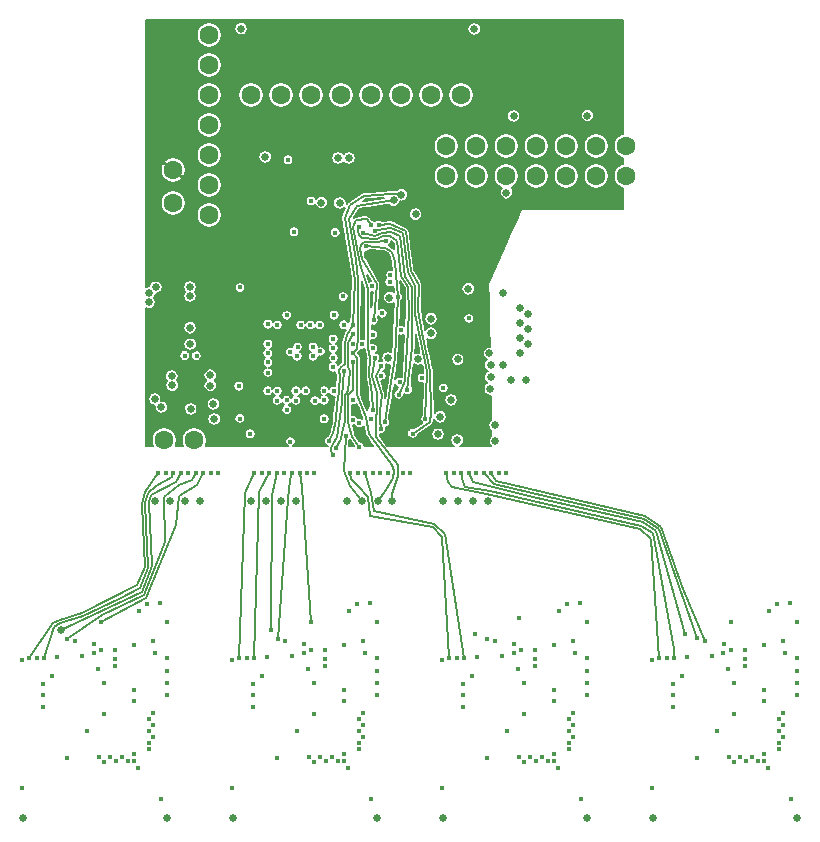
<source format=gbr>
G04 This is an RS-274x file exported by *
G04 gerbv version 2.4.0 *
G04 More information is available about gerbv at *
G04 http://gerbv.gpleda.org/ *
G04 --End of header info--*
%MOIN*%
%FSLAX23Y23*%
%IPPOS*%
G04 --Define apertures--*
%ADD10C,0.0010*%
%ADD11C,0.0630*%
%ADD12C,0.0160*%
%ADD13C,0.0250*%
%ADD14C,0.0100*%
%ADD15C,0.0050*%
G04 --Start main section--*
G54D11*
G01X02230Y01070D03*
G01X02330Y01070D03*
G01X02380Y02420D03*
G01X02380Y02320D03*
G01X02380Y02220D03*
G01X02380Y02120D03*
G01X02380Y02020D03*
G01X02380Y01920D03*
G01X02380Y01820D03*
G01X03770Y02050D03*
G01X03770Y01950D03*
G01X03670Y02050D03*
G01X03670Y01950D03*
G01X03570Y02050D03*
G01X03570Y01950D03*
G01X03470Y02050D03*
G01X03470Y01950D03*
G01X03370Y02050D03*
G01X03370Y01950D03*
G01X03270Y02050D03*
G01X03270Y01950D03*
G01X03170Y02050D03*
G01X03170Y01950D03*
G01X02519Y02221D03*
G01X02619Y02221D03*
G01X02719Y02221D03*
G01X02819Y02221D03*
G01X03219Y02221D03*
G01X03119Y02221D03*
G01X03019Y02221D03*
G01X02919Y02221D03*
G01X02260Y01970D03*
G01X02260Y01860D03*
G54D12*
G01X02857Y01423D03*
G01X02802Y01043D03*
G01X02631Y00401D03*
G01X02681Y00960D03*
G01X02717Y00464D03*
G01X02827Y01299D03*
G01X02792Y01022D03*
G01X04117Y00464D03*
G01X04031Y00401D03*
G01X03319Y00960D03*
G01X02017Y00464D03*
G01X02924Y01376D03*
G01X02889Y01390D03*
G01X02951Y01108D03*
G01X02952Y01317D03*
G01X02956Y01493D03*
G01X02642Y02005D03*
G01X02983Y01620D03*
G01X02799Y01762D03*
G01X03040Y01238D03*
G01X02893Y01762D03*
G01X03011Y01222D03*
G01X02878Y01781D03*
G01X02965Y01131D03*
G01X03008Y01548D03*
G01X02901Y01716D03*
G01X02858Y01204D03*
G01X03100Y01142D03*
G01X02932Y01768D03*
G01X02924Y01170D03*
G01X02917Y01787D03*
G01X02637Y01203D03*
G01X03014Y01264D03*
G01X02931Y01344D03*
G01X02927Y01470D03*
G01X02967Y01734D03*
G54D13*
G01X02350Y00868D03*
G01X02670Y00868D03*
G01X02990Y00867D03*
G01X03310Y00868D03*
G54D12*
G01X02662Y01765D03*
G01X02981Y01598D03*
G01X03244Y01476D03*
G01X02857Y01391D03*
G01X02924Y01422D03*
G54D13*
G01X03370Y01895D03*
G54D12*
G01X02857Y01359D03*
G54D13*
G01X02994Y01869D03*
G01X02620Y00867D03*
G01X02943Y00868D03*
G01X03260Y00867D03*
G01X02300Y00868D03*
G54D12*
G01X02858Y01455D03*
G01X02780Y01068D03*
G54D13*
G01X03020Y01888D03*
G54D12*
G01X01931Y00401D03*
G01X02360Y00961D03*
G01X02011Y00014D03*
G01X02030Y-0002D03*
G01X02050Y00014D03*
G01X02069Y-0001D03*
G01X02088Y00015D03*
G01X02108Y-0001D03*
G01X02143Y-0024D03*
G01X02129Y00002D03*
G01X02129Y00024D03*
G01X02179Y00040D03*
G01X02193Y00081D03*
G01X02179Y00101D03*
G01X02193Y00120D03*
G01X02178Y00140D03*
G01X02193Y00159D03*
G01X02335Y00961D03*
G01X01906Y00408D03*
G01X02064Y00339D03*
G01X02193Y00402D03*
G01X02145Y00499D03*
G01X02285Y00961D03*
G54D13*
G01X01886Y00436D03*
G54D12*
G01X02260Y00961D03*
G01X02030Y00262D03*
G01X01830Y00345D03*
G01X02210Y00961D03*
G01X02010Y00307D03*
G01X01780Y00345D03*
G01X02711Y00014D03*
G01X02730Y-0002D03*
G01X02750Y00014D03*
G01X02769Y-0001D03*
G01X02788Y00015D03*
G01X02808Y-0001D03*
G01X02843Y-0024D03*
G01X02829Y00002D03*
G01X02829Y00024D03*
G01X02879Y00040D03*
G01X02178Y00061D03*
G01X02878Y00061D03*
G01X02893Y00081D03*
G01X02879Y00101D03*
G01X02893Y00120D03*
G01X02878Y00140D03*
G01X02893Y00159D03*
G01X02655Y00961D03*
G01X02607Y00407D03*
G01X02845Y00499D03*
G01X02893Y00402D03*
G01X02764Y00339D03*
G01X02605Y00961D03*
G01X02586Y00436D03*
G01X02530Y00345D03*
G01X02730Y00262D03*
G01X02580Y00961D03*
G01X02480Y00345D03*
G01X02710Y00307D03*
G01X02530Y00961D03*
G01X03411Y00014D03*
G01X03430Y-0002D03*
G01X03450Y00014D03*
G01X03469Y-0001D03*
G01X03488Y00015D03*
G01X03508Y-0001D03*
G01X03543Y-0024D03*
G01X03529Y00002D03*
G01X03529Y00024D03*
G01X03579Y00040D03*
G01X03578Y00061D03*
G01X03593Y00081D03*
G01X03579Y00101D03*
G01X03593Y00120D03*
G01X03578Y00140D03*
G01X03593Y00159D03*
G01X02835Y01083D03*
G54D13*
G01X02250Y00867D03*
G01X02570Y00867D03*
G01X02889Y00867D03*
G01X03210Y00867D03*
G54D12*
G01X02975Y00961D03*
G01X03305Y00406D03*
G01X03545Y00499D03*
G01X03593Y00402D03*
G01X03464Y00339D03*
G01X02925Y00961D03*
G01X03265Y00424D03*
G01X02857Y01329D03*
G01X02880Y01048D03*
G01X03331Y00401D03*
G01X03411Y00477D03*
G01X03230Y00345D03*
G01X03430Y00262D03*
G01X02900Y00961D03*
G01X03180Y00345D03*
G01X03410Y00307D03*
G01X02850Y00961D03*
G01X04111Y00014D03*
G01X04130Y-0002D03*
G01X04150Y00014D03*
G01X04169Y-0001D03*
G01X04188Y00015D03*
G01X04208Y-0001D03*
G01X04243Y-0024D03*
G01X04229Y00002D03*
G01X04229Y00024D03*
G01X04279Y00040D03*
G01X04278Y00061D03*
G01X04293Y00081D03*
G01X04279Y00101D03*
G01X04293Y00120D03*
G01X04278Y00140D03*
G01X04293Y00159D03*
G01X02879Y01127D03*
G01X03057Y01092D03*
G01X02944Y01786D03*
G54D13*
G01X02200Y00867D03*
G01X02520Y00867D03*
G01X02840Y00867D03*
G01X03160Y00867D03*
G54D12*
G01X03295Y00961D03*
G01X04006Y00409D03*
G01X04245Y00499D03*
G01X04293Y00402D03*
G01X04164Y00339D03*
G01X03245Y00961D03*
G01X03965Y00424D03*
G01X03930Y00345D03*
G01X04130Y00262D03*
G01X03220Y00961D03*
G01X03880Y00345D03*
G01X04110Y00307D03*
G01X03170Y00961D03*
G54D13*
G01X03435Y01272D03*
G01X03384Y01272D03*
G01X03332Y01119D03*
G01X03316Y01240D03*
G01X03142Y01090D03*
G01X03317Y01280D03*
G01X03317Y01320D03*
G01X03206Y01070D03*
G01X03333Y01067D03*
G54D12*
G01X03160Y01244D03*
G54D13*
G01X03149Y01148D03*
G01X03185Y01204D03*
G01X03208Y01339D03*
G01X03076Y01340D03*
G01X02315Y01445D03*
G01X02316Y01390D03*
G01X02315Y01580D03*
G01X02383Y01286D03*
G01X02254Y01283D03*
G01X02383Y01252D03*
G01X02393Y01191D03*
G01X02396Y01140D03*
G54D12*
G01X02516Y01091D03*
G01X02650Y01065D03*
G01X02650Y01364D03*
G01X02674Y01380D03*
G01X02673Y01350D03*
G01X02726Y01380D03*
G01X02750Y01366D03*
G01X02726Y01349D03*
G01X03089Y01277D03*
G54D13*
G01X03119Y01426D03*
G01X02220Y01180D03*
G01X02198Y01207D03*
G01X02256Y01253D03*
G54D12*
G01X02796Y01233D03*
G01X02310Y00961D03*
G01X02385Y00959D03*
G54D13*
G01X03263Y02441D03*
G01X02485Y02442D03*
G54D12*
G01X02684Y01454D03*
G01X02747Y01454D03*
G01X02606Y01454D03*
G01X02638Y01486D03*
G01X02574Y01359D03*
G01X02575Y01329D03*
G01X02606Y01234D03*
G01X02606Y01202D03*
G01X02638Y01172D03*
G01X02481Y01142D03*
G01X02701Y01235D03*
G01X02793Y01313D03*
G01X02793Y01377D03*
G01X02827Y01455D03*
G01X02796Y01486D03*
G01X02482Y01579D03*
G01X02763Y01203D03*
G01X02763Y01141D03*
G01X02858Y01137D03*
G01X02128Y00238D03*
G01X02128Y00199D03*
G01X02239Y00219D03*
G01X02240Y00261D03*
G01X02239Y00301D03*
G01X01955Y00350D03*
G01X01871Y00347D03*
G01X02127Y00388D03*
G01X02065Y00317D03*
G01X02064Y00370D03*
G01X02017Y00370D03*
G01X02238Y00343D03*
G01X02199Y00359D03*
G01X02216Y00528D03*
G01X02239Y00465D03*
G01X01824Y00179D03*
G01X01824Y00219D03*
G01X01825Y00258D03*
G01X01855Y00285D03*
G01X01805Y00345D03*
G01X02028Y00158D03*
G01X01971Y00100D03*
G01X02235Y00961D03*
G54D13*
G01X02237Y-0190D03*
G01X01760Y-0190D03*
G01X02460Y-0190D03*
G01X02937Y-0190D03*
G54D12*
G01X02555Y00961D03*
G01X02671Y00100D03*
G01X02728Y00158D03*
G01X02505Y00345D03*
G01X02555Y00285D03*
G01X02525Y00258D03*
G01X02524Y00219D03*
G01X02524Y00179D03*
G01X02939Y00465D03*
G01X02916Y00528D03*
G01X02899Y00359D03*
G01X02938Y00343D03*
G01X02717Y00370D03*
G01X02764Y00370D03*
G01X02764Y00316D03*
G01X02827Y00388D03*
G01X02571Y00347D03*
G01X02655Y00350D03*
G01X02939Y00301D03*
G01X02940Y00261D03*
G01X02939Y00219D03*
G01X02828Y00199D03*
G01X02828Y00238D03*
G01X02705Y00959D03*
G01X02630Y00961D03*
G54D13*
G01X03160Y-0190D03*
G01X03637Y-0190D03*
G54D12*
G01X02875Y00961D03*
G01X03371Y00100D03*
G01X03428Y00158D03*
G01X03205Y00345D03*
G01X03255Y00285D03*
G01X03225Y00258D03*
G01X03224Y00219D03*
G01X03224Y00179D03*
G01X03639Y00465D03*
G01X03616Y00528D03*
G01X03599Y00359D03*
G01X03638Y00343D03*
G01X03417Y00370D03*
G01X03464Y00370D03*
G01X03464Y00316D03*
G01X03527Y00388D03*
G01X03271Y00347D03*
G01X03355Y00350D03*
G01X03639Y00301D03*
G01X03640Y00261D03*
G01X03639Y00219D03*
G01X03528Y00199D03*
G01X03528Y00238D03*
G01X03025Y00959D03*
G01X02950Y00961D03*
G54D13*
G01X03860Y-0190D03*
G01X04337Y-0190D03*
G54D12*
G01X03195Y00961D03*
G01X04071Y00100D03*
G01X04128Y00158D03*
G01X03905Y00345D03*
G01X03955Y00285D03*
G01X03925Y00258D03*
G01X03924Y00219D03*
G01X03924Y00179D03*
G01X04339Y00465D03*
G01X04316Y00528D03*
G01X04299Y00359D03*
G01X04338Y00343D03*
G01X04117Y00370D03*
G01X04164Y00370D03*
G01X04166Y00317D03*
G01X04227Y00388D03*
G01X03971Y00347D03*
G01X04055Y00350D03*
G01X04339Y00301D03*
G01X04340Y00261D03*
G01X04339Y00219D03*
G01X04228Y00199D03*
G01X04228Y00238D03*
G01X03345Y00959D03*
G01X03270Y00961D03*
G54D13*
G01X02315Y01580D03*
G01X02315Y01550D03*
G01X02845Y02011D03*
G01X03067Y01823D03*
G01X02814Y01860D03*
G01X02566Y02014D03*
G01X03394Y02150D03*
G01X03441Y01390D03*
G01X03441Y01439D03*
G01X03441Y01490D03*
G54D12*
G01X02953Y01285D03*
G01X02478Y01250D03*
G01X03019Y01436D03*
G01X02719Y01867D03*
G54D13*
G01X03416Y01511D03*
G01X03416Y01461D03*
G01X03416Y01411D03*
G01X03415Y01360D03*
G54D12*
G01X01756Y-0088D03*
G01X01906Y00012D03*
G01X02606Y00012D03*
G01X02217Y-0127D03*
G01X03156Y-0088D03*
G01X03306Y00012D03*
G01X03617Y-0127D03*
G01X04006Y00012D03*
G01X03856Y-0088D03*
G01X04317Y-0127D03*
G01X02455Y-0088D03*
G01X02917Y-0127D03*
G01X02748Y01271D03*
G01X02793Y01282D03*
G01X02795Y01456D03*
G01X02653Y01453D03*
G01X02607Y01407D03*
G01X02606Y01282D03*
G54D13*
G01X02424Y01581D03*
G01X02453Y01581D03*
G54D12*
G01X02716Y01454D03*
G01X02574Y01456D03*
G01X02574Y01390D03*
G01X02574Y01295D03*
G01X02574Y01235D03*
G01X02668Y01235D03*
G01X02763Y01235D03*
G01X02826Y01549D03*
G01X02922Y01583D03*
G01X02919Y01139D03*
G01X02668Y01202D03*
G54D13*
G01X02980Y01545D03*
G01X03119Y01475D03*
G01X03243Y01575D03*
G01X02975Y01344D03*
G54D12*
G01X02793Y01345D03*
G01X02793Y01407D03*
G54D13*
G01X03640Y02152D03*
G01X02753Y01862D03*
G01X02809Y02011D03*
G54D12*
G01X02731Y01201D03*
G54D13*
G01X02201Y01580D03*
G01X02179Y01561D03*
G01X02179Y01529D03*
G01X03313Y01359D03*
G54D12*
G01X02297Y01352D03*
G01X02337Y01352D03*
G54D13*
G01X02318Y01174D03*
G54D12*
G01X02171Y00525D03*
G01X01994Y00361D03*
G01X01994Y00391D03*
G01X01755Y00337D03*
G01X02410Y00959D03*
G01X02730Y00959D03*
G01X02455Y00337D03*
G01X02694Y00391D03*
G01X02694Y00361D03*
G01X02871Y00525D03*
G01X03050Y00959D03*
G01X03155Y00337D03*
G01X03394Y00391D03*
G01X03394Y00361D03*
G01X03571Y00525D03*
G01X03370Y00959D03*
G01X03855Y00337D03*
G01X04094Y00391D03*
G01X04093Y00361D03*
G01X04271Y00525D03*
G54D13*
G01X03360Y01321D03*
G01X03360Y01560D03*
G54D14*
G01X02265Y01966D02*
G01X02205Y02011D01*
G54D15*
G01X02857Y01423D02*
G01X02841Y01395D01*
G01X02841Y01395D02*
G01X02842Y01315D01*
G01X02842Y01315D02*
G01X02847Y01299D01*
G01X02847Y01299D02*
G01X02842Y01235D01*
G01X02842Y01235D02*
G01X02834Y01223D01*
G01X02834Y01223D02*
G01X02833Y01220D01*
G01X02833Y01220D02*
G01X02831Y01197D01*
G01X02831Y01197D02*
G01X02831Y01133D01*
G01X02831Y01133D02*
G01X02821Y01095D01*
G01X02821Y01095D02*
G01X02818Y01073D01*
G01X02802Y01043D02*
G01X02818Y01073D01*
G01X02717Y00464D02*
G01X02688Y00915D01*
G01X02688Y00915D02*
G01X02681Y00960D01*
G01X02827Y01299D02*
G01X02822Y01214D01*
G01X02822Y01214D02*
G01X02821Y01198D01*
G01X02821Y01198D02*
G01X02816Y01146D01*
G01X02816Y01146D02*
G01X02804Y01079D01*
G01X02804Y01079D02*
G01X02792Y01057D01*
G01X02792Y01057D02*
G01X02785Y01045D01*
G01X02785Y01045D02*
G01X02785Y01034D01*
G01X02785Y01034D02*
G01X02792Y01022D01*
G01X04031Y00401D02*
G01X03959Y00573D01*
G01X03885Y00780D02*
G01X03959Y00573D01*
G01X03885Y00780D02*
G01X03832Y00816D01*
G01X03335Y00933D02*
G01X03319Y00960D01*
G01X03832Y00816D02*
G01X03335Y00933D01*
G01X02168Y00545D02*
G01X02017Y00464D01*
G01X02267Y00786D02*
G01X02279Y00885D01*
G01X02279Y00885D02*
G01X02340Y00922D01*
G01X02168Y00545D02*
G01X02267Y00786D01*
G01X02951Y01108D02*
G01X02947Y01138D01*
G01X02947Y01138D02*
G01X02950Y01168D01*
G01X02950Y01168D02*
G01X02954Y01220D01*
G01X02954Y01220D02*
G01X02934Y01285D01*
G01X02934Y01285D02*
G01X02952Y01317D01*
G01X03040Y01238D02*
G01X03055Y01376D01*
G01X03055Y01376D02*
G01X03056Y01581D01*
G01X03056Y01581D02*
G01X03032Y01615D01*
G01X03032Y01615D02*
G01X03015Y01752D01*
G01X02933Y01751D02*
G01X02893Y01762D01*
G01X03015Y01752D02*
G01X02984Y01765D01*
G01X02984Y01765D02*
G01X02955Y01761D01*
G01X02955Y01761D02*
G01X02933Y01751D01*
G01X03011Y01222D02*
G01X03033Y01266D01*
G01X03044Y01495D02*
G01X03043Y01582D01*
G01X03043Y01582D02*
G01X03019Y01616D01*
G01X03033Y01266D02*
G01X03044Y01495D01*
G01X03005Y01734D02*
G01X02983Y01751D01*
G01X02879Y01754D02*
G01X02875Y01767D01*
G01X02875Y01767D02*
G01X02878Y01781D01*
G01X02937Y01741D02*
G01X02887Y01743D01*
G01X03019Y01616D02*
G01X03005Y01734D01*
G01X02887Y01743D02*
G01X02879Y01754D01*
G01X02983Y01751D02*
G01X02957Y01751D01*
G01X02957Y01751D02*
G01X02937Y01741D01*
G01X02965Y01131D02*
G01X02986Y01264D01*
G01X02986Y01264D02*
G01X02997Y01343D01*
G01X03008Y01548D02*
G01X02997Y01343D01*
G01X03008Y01548D02*
G01X02997Y01664D01*
G01X02997Y01664D02*
G01X02988Y01698D01*
G01X02988Y01698D02*
G01X02966Y01712D01*
G01X02901Y01716D02*
G01X02966Y01712D01*
G01X03100Y01142D02*
G01X03105Y01300D01*
G01X03105Y01300D02*
G01X03066Y01492D01*
G01X03066Y01492D02*
G01X03066Y01583D01*
G01X03066Y01583D02*
G01X03041Y01632D01*
G01X03041Y01632D02*
G01X03025Y01760D01*
G01X03025Y01760D02*
G01X02986Y01778D01*
G01X02986Y01778D02*
G01X02959Y01773D01*
G01X02959Y01773D02*
G01X02932Y01768D01*
G01X02924Y01170D02*
G01X02921Y01224D01*
G01X02916Y01344D02*
G01X02908Y01376D01*
G01X02908Y01376D02*
G01X02908Y01434D01*
G01X02908Y01434D02*
G01X02908Y01575D01*
G01X02908Y01575D02*
G01X02882Y01658D01*
G01X02917Y01787D02*
G01X02904Y01807D01*
G01X02860Y01780D02*
G01X02870Y01803D01*
G01X02870Y01803D02*
G01X02904Y01807D01*
G01X02882Y01658D02*
G01X02860Y01780D01*
G01X02921Y01224D02*
G01X02913Y01286D01*
G01X02913Y01286D02*
G01X02916Y01344D01*
G01X02931Y01344D02*
G01X02923Y01285D01*
G01X02940Y01175D02*
G01X02939Y01160D01*
G01X02939Y01160D02*
G01X02935Y01149D01*
G01X02935Y01149D02*
G01X02934Y01132D01*
G01X02934Y01132D02*
G01X02936Y01082D01*
G01X02932Y01512D02*
G01X02927Y01470D01*
G01X02930Y01730D02*
G01X02967Y01734D01*
G01X02930Y01730D02*
G01X02895Y01732D01*
G01X02938Y01590D02*
G01X02932Y01512D01*
G01X02895Y01732D02*
G01X02886Y01722D01*
G01X02883Y01708D02*
G01X02889Y01674D01*
G01X02886Y01722D02*
G01X02883Y01708D01*
G01X02889Y01674D02*
G01X02938Y01590D01*
G01X02936Y01082D02*
G01X03007Y00987D01*
G01X03007Y00987D02*
G01X03008Y00951D01*
G01X03008Y00951D02*
G01X02990Y00890D01*
G01X02990Y00867D02*
G01X02990Y00890D01*
G01X02937Y01226D02*
G01X02940Y01175D01*
G01X02923Y01285D02*
G01X02937Y01226D01*
G01X02902Y01146D02*
G01X02873Y01219D01*
G01X02873Y01219D02*
G01X02873Y01344D01*
G01X02873Y01344D02*
G01X02857Y01359D01*
G01X02857Y01359D02*
G01X02872Y01375D01*
G01X02872Y01375D02*
G01X02874Y01413D01*
G01X02874Y01413D02*
G01X02875Y01604D01*
G01X02875Y01604D02*
G01X02869Y01669D01*
G01X02869Y01669D02*
G01X02845Y01806D01*
G01X02845Y01806D02*
G01X02871Y01852D01*
G01X02994Y01869D02*
G01X02871Y01852D01*
G01X02902Y01146D02*
G01X02912Y01091D01*
G01X02912Y01091D02*
G01X02987Y00987D01*
G01X02987Y00987D02*
G01X02994Y00966D01*
G01X02994Y00966D02*
G01X02993Y00943D01*
G01X02993Y00943D02*
G01X02970Y00905D01*
G01X02943Y00868D02*
G01X02970Y00905D01*
G01X02858Y01455D02*
G01X02838Y01420D01*
G01X02838Y01420D02*
G01X02831Y01395D01*
G01X02831Y01395D02*
G01X02831Y01325D01*
G01X02831Y01325D02*
G01X02814Y01309D01*
G01X02814Y01309D02*
G01X02811Y01300D01*
G01X02814Y01287D02*
G01X02811Y01298D01*
G01X02814Y01287D02*
G01X02811Y01231D01*
G01X02811Y01231D02*
G01X02806Y01192D01*
G01X02806Y01192D02*
G01X02801Y01136D01*
G01X02801Y01136D02*
G01X02793Y01094D01*
G01X02780Y01068D02*
G01X02793Y01094D01*
G01X02858Y01455D02*
G01X02865Y01603D01*
G01X02865Y01603D02*
G01X02831Y01812D01*
G01X02831Y01812D02*
G01X02849Y01854D01*
G01X02849Y01854D02*
G01X02896Y01885D01*
G01X02896Y01885D02*
G01X02986Y01891D01*
G01X02986Y01891D02*
G01X03010Y01891D01*
G01X03010Y01891D02*
G01X03020Y01888D01*
G01X02340Y00922D02*
G01X02360Y00961D01*
G01X01906Y00408D02*
G01X02023Y00488D01*
G01X02231Y00732D02*
G01X02229Y00882D01*
G01X02229Y00882D02*
G01X02279Y00919D01*
G01X02279Y00919D02*
G01X02321Y00938D01*
G01X02321Y00938D02*
G01X02335Y00961D01*
G01X02161Y00553D02*
G01X02231Y00732D01*
G01X02161Y00553D02*
G01X02023Y00488D01*
G01X02155Y00565D02*
G01X01886Y00436D01*
G01X02155Y00565D02*
G01X02189Y00651D01*
G01X02186Y00888D02*
G01X02270Y00931D01*
G01X02270Y00931D02*
G01X02285Y00961D01*
G01X02178Y00865D02*
G01X02186Y00888D01*
G01X02189Y00651D02*
G01X02178Y00865D01*
G01X01830Y00345D02*
G01X01862Y00448D01*
G01X02149Y00577D02*
G01X02078Y00539D01*
G01X02201Y00918D02*
G01X02255Y00946D01*
G01X02255Y00946D02*
G01X02260Y00961D01*
G01X02175Y00893D02*
G01X02201Y00918D01*
G01X02166Y00859D02*
G01X02175Y00893D01*
G01X01862Y00448D02*
G01X01882Y00461D01*
G01X01882Y00461D02*
G01X01959Y00484D01*
G01X01959Y00484D02*
G01X02078Y00539D01*
G01X02149Y00577D02*
G01X02175Y00645D01*
G01X02175Y00645D02*
G01X02166Y00859D01*
G01X02164Y00896D02*
G01X02210Y00961D01*
G01X01857Y00459D02*
G01X01780Y00345D01*
G01X01882Y00472D02*
G01X01857Y00459D01*
G01X01954Y00494D02*
G01X01882Y00472D01*
G01X02164Y00896D02*
G01X02154Y00856D01*
G01X02165Y00647D02*
G01X02154Y00856D01*
G01X02165Y00647D02*
G01X02138Y00587D01*
G01X02138Y00587D02*
G01X01954Y00494D01*
G01X02607Y00407D02*
G01X02641Y00873D01*
G01X02641Y00873D02*
G01X02648Y00936D01*
G01X02648Y00936D02*
G01X02655Y00961D01*
G01X02586Y00436D02*
G01X02590Y00888D01*
G01X02590Y00888D02*
G01X02605Y00961D01*
G01X02530Y00345D02*
G01X02545Y00898D01*
G01X02545Y00898D02*
G01X02580Y00961D01*
G01X02480Y00345D02*
G01X02498Y00893D01*
G01X02498Y00893D02*
G01X02530Y00961D01*
G01X02835Y01083D02*
G01X02830Y00966D01*
G01X02830Y00966D02*
G01X02850Y00918D01*
G01X02850Y00918D02*
G01X02889Y00867D01*
G01X02857Y01329D02*
G01X02858Y01238D01*
G01X02858Y01238D02*
G01X02843Y01219D01*
G01X02843Y01219D02*
G01X02842Y01204D01*
G01X02842Y01204D02*
G01X02841Y01131D01*
G01X02841Y01131D02*
G01X02855Y01080D01*
G01X02880Y01048D02*
G01X02855Y01080D01*
G01X03165Y00756D02*
G01X03230Y00345D01*
G01X03165Y00756D02*
G01X03127Y00791D01*
G01X02927Y00835D02*
G01X02918Y00893D01*
G01X02918Y00893D02*
G01X02900Y00961D01*
G01X03127Y00791D02*
G01X02927Y00835D01*
G01X03156Y00747D02*
G01X03124Y00780D01*
G01X02916Y00817D02*
G01X02907Y00881D01*
G01X02907Y00881D02*
G01X02879Y00915D01*
G01X02879Y00915D02*
G01X02851Y00941D01*
G01X02851Y00941D02*
G01X02850Y00961D01*
G01X03124Y00780D02*
G01X02916Y00817D01*
G01X03156Y00747D02*
G01X03180Y00345D01*
G01X03057Y01092D02*
G01X03114Y01130D01*
G01X03114Y01130D02*
G01X03119Y01159D01*
G01X03119Y01159D02*
G01X03115Y01302D01*
G01X03115Y01302D02*
G01X03089Y01428D01*
G01X03089Y01428D02*
G01X03076Y01503D01*
G01X03076Y01503D02*
G01X03077Y01588D01*
G01X03077Y01588D02*
G01X03051Y01633D01*
G01X03051Y01633D02*
G01X03034Y01767D01*
G01X03034Y01767D02*
G01X02983Y01792D01*
G01X02983Y01792D02*
G01X02944Y01786D01*
G01X03877Y00773D02*
G01X04006Y00409D01*
G01X03877Y00773D02*
G01X03830Y00806D01*
G01X03327Y00924D02*
G01X03295Y00961D01*
G01X03456Y00894D02*
G01X03327Y00924D01*
G01X03830Y00806D02*
G01X03456Y00894D01*
G01X03868Y00766D02*
G01X03965Y00424D01*
G01X03868Y00766D02*
G01X03824Y00796D01*
G01X03300Y00919D02*
G01X03260Y00930D01*
G01X03260Y00930D02*
G01X03245Y00961D01*
G01X03457Y00882D02*
G01X03300Y00919D01*
G01X03824Y00796D02*
G01X03457Y00882D01*
G01X03930Y00345D02*
G01X03930Y00375D01*
G01X03859Y00759D02*
G01X03930Y00375D01*
G01X03859Y00759D02*
G01X03820Y00785D01*
G01X03316Y00899D02*
G01X03232Y00915D01*
G01X03232Y00915D02*
G01X03224Y00932D01*
G01X03224Y00932D02*
G01X03220Y00961D01*
G01X03820Y00785D02*
G01X03316Y00899D01*
G01X03852Y00742D02*
G01X03880Y00345D01*
G01X03852Y00742D02*
G01X03816Y00775D01*
G01X03318Y00887D02*
G01X03189Y00914D01*
G01X03189Y00914D02*
G01X03174Y00931D01*
G01X03174Y00931D02*
G01X03170Y00961D01*
G01X03816Y00775D02*
G01X03318Y00887D01*
G54D14*
G01X02260Y01970D02*
G01X02307Y01933D01*
G54D10*
G36*
G01X03718Y02159D02*
G01X03760Y02248D01*
G01X03760Y02159D01*
G01X03718Y02159D01*
G01X03718Y02159D01*
G37*
G54D15*
G01X03718Y02159D02*
G01X03760Y02248D01*
G01X03760Y02248D02*
G01X03760Y02159D01*
G01X03760Y02159D02*
G01X03718Y02159D01*
G54D10*
G36*
G01X03718Y02248D02*
G01X03760Y02337D01*
G01X03760Y02248D01*
G01X03718Y02248D01*
G01X03718Y02248D01*
G37*
G54D15*
G01X03718Y02248D02*
G01X03760Y02337D01*
G01X03760Y02337D02*
G01X03760Y02248D01*
G01X03760Y02248D02*
G01X03718Y02248D01*
G54D10*
G36*
G01X03718Y02337D02*
G01X03760Y02426D01*
G01X03760Y02337D01*
G01X03718Y02337D01*
G01X03718Y02337D01*
G37*
G54D15*
G01X03718Y02337D02*
G01X03760Y02426D01*
G01X03760Y02426D02*
G01X03760Y02337D01*
G01X03760Y02337D02*
G01X03718Y02337D01*
G54D10*
G36*
G01X03718Y02426D02*
G01X03760Y02470D01*
G01X03760Y02426D01*
G01X03718Y02426D01*
G01X03718Y02426D01*
G37*
G54D15*
G01X03718Y02426D02*
G01X03760Y02470D01*
G01X03760Y02470D02*
G01X03760Y02426D01*
G01X03760Y02426D02*
G01X03718Y02426D01*
G54D10*
G36*
G01X03718Y01893D02*
G01X03754Y01910D01*
G01X03760Y01840D01*
G01X03718Y01893D01*
G01X03718Y01893D01*
G37*
G54D15*
G01X03718Y01893D02*
G01X03754Y01910D01*
G01X03754Y01910D02*
G01X03760Y01840D01*
G01X03760Y01840D02*
G01X03718Y01893D01*
G54D10*
G36*
G01X03730Y01966D02*
G01X03727Y01950D01*
G01X03710Y01966D01*
G01X03730Y01966D01*
G01X03730Y01966D01*
G37*
G54D15*
G01X03730Y01966D02*
G01X03727Y01950D01*
G01X03727Y01950D02*
G01X03710Y01966D01*
G01X03710Y01966D02*
G01X03730Y01966D01*
G54D10*
G36*
G01X03718Y02071D02*
G01X03727Y02050D01*
G01X03713Y02050D01*
G01X03718Y02071D01*
G01X03718Y02071D01*
G37*
G54D15*
G01X03718Y02071D02*
G01X03727Y02050D01*
G01X03727Y02050D02*
G01X03713Y02050D01*
G01X03713Y02050D02*
G01X03718Y02071D01*
G54D10*
G36*
G01X03718Y02248D02*
G01X03760Y02248D01*
G01X03718Y02159D01*
G01X03718Y02248D01*
G01X03718Y02248D01*
G37*
G54D15*
G01X03718Y02248D02*
G01X03760Y02248D01*
G01X03760Y02248D02*
G01X03718Y02159D01*
G01X03718Y02159D02*
G01X03718Y02248D01*
G54D10*
G36*
G01X03718Y02337D02*
G01X03760Y02337D01*
G01X03718Y02248D01*
G01X03718Y02337D01*
G01X03718Y02337D01*
G37*
G54D15*
G01X03718Y02337D02*
G01X03760Y02337D01*
G01X03760Y02337D02*
G01X03718Y02248D01*
G01X03718Y02248D02*
G01X03718Y02337D01*
G54D10*
G36*
G01X03718Y02248D02*
G01X03635Y02248D01*
G01X03718Y02337D01*
G01X03718Y02248D01*
G01X03718Y02248D01*
G37*
G54D15*
G01X03718Y02248D02*
G01X03635Y02248D01*
G01X03635Y02248D02*
G01X03718Y02337D01*
G01X03718Y02337D02*
G01X03718Y02248D01*
G54D10*
G36*
G01X03718Y02426D02*
G01X03760Y02426D01*
G01X03718Y02337D01*
G01X03718Y02426D01*
G01X03718Y02426D01*
G37*
G54D15*
G01X03718Y02426D02*
G01X03760Y02426D01*
G01X03760Y02426D02*
G01X03718Y02337D01*
G01X03718Y02337D02*
G01X03718Y02426D01*
G54D10*
G36*
G01X03718Y02337D02*
G01X03635Y02337D01*
G01X03718Y02426D01*
G01X03718Y02337D01*
G01X03718Y02337D01*
G37*
G54D15*
G01X03718Y02337D02*
G01X03635Y02337D01*
G01X03635Y02337D02*
G01X03718Y02426D01*
G01X03718Y02426D02*
G01X03718Y02337D01*
G54D10*
G36*
G01X03718Y02426D02*
G01X03635Y02426D01*
G01X03718Y02470D01*
G01X03718Y02426D01*
G01X03718Y02426D01*
G37*
G54D15*
G01X03718Y02426D02*
G01X03635Y02426D01*
G01X03635Y02426D02*
G01X03718Y02470D01*
G01X03718Y02470D02*
G01X03718Y02426D01*
G54D10*
G36*
G01X03718Y01840D02*
G01X03635Y01840D01*
G01X03670Y01907D01*
G01X03718Y01840D01*
G01X03718Y01840D01*
G37*
G54D15*
G01X03718Y01840D02*
G01X03635Y01840D01*
G01X03635Y01840D02*
G01X03670Y01907D01*
G01X03670Y01907D02*
G01X03718Y01840D01*
G54D10*
G36*
G01X03740Y02080D02*
G01X03700Y02080D01*
G01X03718Y02159D01*
G01X03740Y02080D01*
G01X03740Y02080D01*
G37*
G54D15*
G01X03740Y02080D02*
G01X03700Y02080D01*
G01X03700Y02080D02*
G01X03718Y02159D01*
G01X03718Y02159D02*
G01X03740Y02080D01*
G54D10*
G36*
G01X03718Y02337D02*
G01X03635Y02248D01*
G01X03635Y02337D01*
G01X03718Y02337D01*
G01X03718Y02337D01*
G37*
G54D15*
G01X03718Y02337D02*
G01X03635Y02248D01*
G01X03635Y02248D02*
G01X03635Y02337D01*
G01X03635Y02337D02*
G01X03718Y02337D01*
G54D10*
G36*
G01X03635Y02248D02*
G01X03551Y02248D01*
G01X03635Y02337D01*
G01X03635Y02248D01*
G01X03635Y02248D01*
G37*
G54D15*
G01X03635Y02248D02*
G01X03551Y02248D01*
G01X03551Y02248D02*
G01X03635Y02337D01*
G01X03635Y02337D02*
G01X03635Y02248D01*
G54D10*
G36*
G01X03718Y02426D02*
G01X03635Y02337D01*
G01X03635Y02426D01*
G01X03718Y02426D01*
G01X03718Y02426D01*
G37*
G54D15*
G01X03718Y02426D02*
G01X03635Y02337D01*
G01X03635Y02337D02*
G01X03635Y02426D01*
G01X03635Y02426D02*
G01X03718Y02426D01*
G54D10*
G36*
G01X03635Y02337D02*
G01X03551Y02337D01*
G01X03635Y02426D01*
G01X03635Y02337D01*
G01X03635Y02337D01*
G37*
G54D15*
G01X03635Y02337D02*
G01X03551Y02337D01*
G01X03551Y02337D02*
G01X03635Y02426D01*
G01X03635Y02426D02*
G01X03635Y02337D01*
G54D10*
G36*
G01X03551Y02426D02*
G01X03467Y02426D01*
G01X03551Y02470D01*
G01X03551Y02426D01*
G01X03551Y02426D01*
G37*
G54D15*
G01X03551Y02426D02*
G01X03467Y02426D01*
G01X03467Y02426D02*
G01X03551Y02470D01*
G01X03551Y02470D02*
G01X03551Y02426D01*
G54D10*
G36*
G01X03551Y01840D02*
G01X03586Y01910D01*
G01X03635Y01840D01*
G01X03551Y01840D01*
G01X03551Y01840D01*
G37*
G54D15*
G01X03551Y01840D02*
G01X03586Y01910D01*
G01X03586Y01910D02*
G01X03635Y01840D01*
G01X03635Y01840D02*
G01X03551Y01840D01*
G54D10*
G36*
G01X03635Y02248D02*
G01X03624Y02168D01*
G01X03551Y02248D01*
G01X03635Y02248D01*
G01X03635Y02248D01*
G37*
G54D15*
G01X03635Y02248D02*
G01X03624Y02168D01*
G01X03624Y02168D02*
G01X03551Y02248D01*
G01X03551Y02248D02*
G01X03635Y02248D01*
G54D10*
G36*
G01X03551Y02159D02*
G01X03467Y02159D01*
G01X03551Y02248D01*
G01X03551Y02159D01*
G01X03551Y02159D01*
G37*
G54D15*
G01X03551Y02159D02*
G01X03467Y02159D01*
G01X03467Y02159D02*
G01X03551Y02248D01*
G01X03551Y02248D02*
G01X03551Y02159D01*
G54D10*
G36*
G01X03635Y02337D02*
G01X03551Y02248D01*
G01X03551Y02337D01*
G01X03635Y02337D01*
G01X03635Y02337D01*
G37*
G54D15*
G01X03635Y02337D02*
G01X03551Y02248D01*
G01X03551Y02248D02*
G01X03551Y02337D01*
G01X03551Y02337D02*
G01X03635Y02337D01*
G54D10*
G36*
G01X03551Y02248D02*
G01X03467Y02248D01*
G01X03551Y02337D01*
G01X03551Y02248D01*
G01X03551Y02248D01*
G37*
G54D15*
G01X03551Y02248D02*
G01X03467Y02248D01*
G01X03467Y02248D02*
G01X03551Y02337D01*
G01X03551Y02337D02*
G01X03551Y02248D01*
G54D10*
G36*
G01X03635Y02426D02*
G01X03551Y02337D01*
G01X03551Y02426D01*
G01X03635Y02426D01*
G01X03635Y02426D01*
G37*
G54D15*
G01X03635Y02426D02*
G01X03551Y02337D01*
G01X03551Y02337D02*
G01X03551Y02426D01*
G01X03551Y02426D02*
G01X03635Y02426D01*
G54D10*
G36*
G01X03551Y02337D02*
G01X03467Y02337D01*
G01X03551Y02426D01*
G01X03551Y02337D01*
G01X03551Y02337D01*
G37*
G54D15*
G01X03551Y02337D02*
G01X03467Y02337D01*
G01X03467Y02337D02*
G01X03551Y02426D01*
G01X03551Y02426D02*
G01X03551Y02337D01*
G54D10*
G36*
G01X03467Y02426D02*
G01X03383Y02426D01*
G01X03467Y02470D01*
G01X03467Y02426D01*
G01X03467Y02426D01*
G37*
G54D15*
G01X03467Y02426D02*
G01X03383Y02426D01*
G01X03383Y02426D02*
G01X03467Y02470D01*
G01X03467Y02470D02*
G01X03467Y02426D01*
G54D10*
G36*
G01X03551Y01893D02*
G01X03570Y01907D01*
G01X03551Y01840D01*
G01X03551Y01893D01*
G01X03551Y01893D01*
G37*
G54D15*
G01X03551Y01893D02*
G01X03570Y01907D01*
G01X03570Y01907D02*
G01X03551Y01840D01*
G01X03551Y01840D02*
G01X03551Y01893D01*
G54D10*
G36*
G01X03551Y02248D02*
G01X03467Y02159D01*
G01X03467Y02248D01*
G01X03551Y02248D01*
G01X03551Y02248D01*
G37*
G54D15*
G01X03551Y02248D02*
G01X03467Y02159D01*
G01X03467Y02159D02*
G01X03467Y02248D01*
G01X03467Y02248D02*
G01X03551Y02248D01*
G54D10*
G36*
G01X03551Y02337D02*
G01X03467Y02248D01*
G01X03467Y02337D01*
G01X03551Y02337D01*
G01X03551Y02337D01*
G37*
G54D15*
G01X03551Y02337D02*
G01X03467Y02248D01*
G01X03467Y02248D02*
G01X03467Y02337D01*
G01X03467Y02337D02*
G01X03551Y02337D01*
G54D10*
G36*
G01X03467Y02248D02*
G01X03383Y02248D01*
G01X03467Y02337D01*
G01X03467Y02248D01*
G01X03467Y02248D01*
G37*
G54D15*
G01X03467Y02248D02*
G01X03383Y02248D01*
G01X03383Y02248D02*
G01X03467Y02337D01*
G01X03467Y02337D02*
G01X03467Y02248D01*
G54D10*
G36*
G01X03551Y02426D02*
G01X03467Y02337D01*
G01X03467Y02426D01*
G01X03551Y02426D01*
G01X03551Y02426D01*
G37*
G54D15*
G01X03551Y02426D02*
G01X03467Y02337D01*
G01X03467Y02337D02*
G01X03467Y02426D01*
G01X03467Y02426D02*
G01X03551Y02426D01*
G54D10*
G36*
G01X03467Y02337D02*
G01X03383Y02337D01*
G01X03467Y02426D01*
G01X03467Y02337D01*
G01X03467Y02337D01*
G37*
G54D15*
G01X03467Y02337D02*
G01X03383Y02337D01*
G01X03383Y02337D02*
G01X03467Y02426D01*
G01X03467Y02426D02*
G01X03467Y02337D01*
G54D10*
G36*
G01X03383Y02426D02*
G01X03300Y02426D01*
G01X03383Y02470D01*
G01X03383Y02426D01*
G01X03383Y02426D01*
G37*
G54D15*
G01X03383Y02426D02*
G01X03300Y02426D01*
G01X03300Y02426D02*
G01X03383Y02470D01*
G01X03383Y02470D02*
G01X03383Y02426D01*
G54D10*
G36*
G01X03300Y01538D02*
G01X03311Y01538D01*
G01X03300Y01449D01*
G01X03300Y01538D01*
G01X03300Y01538D01*
G37*
G54D15*
G01X03300Y01538D02*
G01X03311Y01538D01*
G01X03311Y01538D02*
G01X03300Y01449D01*
G01X03300Y01449D02*
G01X03300Y01538D01*
G54D10*
G36*
G01X03383Y01804D02*
G01X03404Y01804D01*
G01X03383Y01757D01*
G01X03383Y01804D01*
G01X03383Y01804D01*
G37*
G54D15*
G01X03383Y01804D02*
G01X03404Y01804D01*
G01X03404Y01804D02*
G01X03383Y01757D01*
G01X03383Y01757D02*
G01X03383Y01804D01*
G54D10*
G36*
G01X03365Y01716D02*
G01X03300Y01716D01*
G01X03383Y01757D01*
G01X03365Y01716D01*
G01X03365Y01716D01*
G37*
G54D15*
G01X03365Y01716D02*
G01X03300Y01716D01*
G01X03300Y01716D02*
G01X03383Y01757D01*
G01X03383Y01757D02*
G01X03365Y01716D01*
G54D10*
G36*
G01X03467Y02337D02*
G01X03383Y02248D01*
G01X03383Y02337D01*
G01X03467Y02337D01*
G01X03467Y02337D01*
G37*
G54D15*
G01X03467Y02337D02*
G01X03383Y02248D01*
G01X03383Y02248D02*
G01X03383Y02337D01*
G01X03383Y02337D02*
G01X03467Y02337D01*
G54D10*
G36*
G01X03383Y02248D02*
G01X03300Y02248D01*
G01X03383Y02337D01*
G01X03383Y02248D01*
G01X03383Y02248D01*
G37*
G54D15*
G01X03383Y02248D02*
G01X03300Y02248D01*
G01X03300Y02248D02*
G01X03383Y02337D01*
G01X03383Y02337D02*
G01X03383Y02248D01*
G54D10*
G36*
G01X03467Y02426D02*
G01X03383Y02337D01*
G01X03383Y02426D01*
G01X03467Y02426D01*
G01X03467Y02426D01*
G37*
G54D15*
G01X03467Y02426D02*
G01X03383Y02337D01*
G01X03383Y02337D02*
G01X03383Y02426D01*
G01X03383Y02426D02*
G01X03467Y02426D01*
G54D10*
G36*
G01X03383Y02337D02*
G01X03300Y02337D01*
G01X03383Y02426D01*
G01X03383Y02337D01*
G01X03383Y02337D01*
G37*
G54D15*
G01X03383Y02337D02*
G01X03300Y02337D01*
G01X03300Y02337D02*
G01X03383Y02426D01*
G01X03383Y02426D02*
G01X03383Y02337D01*
G54D10*
G36*
G01X03284Y02450D02*
G01X03289Y02470D01*
G01X03300Y02426D01*
G01X03284Y02450D01*
G01X03284Y02450D01*
G37*
G54D15*
G01X03284Y02450D02*
G01X03289Y02470D01*
G01X03289Y02470D02*
G01X03300Y02426D01*
G01X03300Y02426D02*
G01X03284Y02450D01*
G54D10*
G36*
G01X03300Y01716D02*
G01X03216Y01627D01*
G01X03216Y01716D01*
G01X03300Y01716D01*
G01X03300Y01716D01*
G37*
G54D15*
G01X03300Y01716D02*
G01X03216Y01627D01*
G01X03216Y01627D02*
G01X03216Y01716D01*
G01X03216Y01716D02*
G01X03300Y01716D01*
G54D10*
G36*
G01X03300Y01183D02*
G01X03311Y01128D01*
G01X03216Y01183D01*
G01X03300Y01183D01*
G01X03300Y01183D01*
G37*
G54D15*
G01X03300Y01183D02*
G01X03311Y01128D01*
G01X03311Y01128D02*
G01X03216Y01183D01*
G01X03216Y01183D02*
G01X03300Y01183D01*
G54D10*
G36*
G01X03300Y01449D02*
G01X03311Y01538D01*
G01X03313Y01449D01*
G01X03300Y01449D01*
G01X03300Y01449D01*
G37*
G54D15*
G01X03300Y01449D02*
G01X03311Y01538D01*
G01X03311Y01538D02*
G01X03313Y01449D01*
G01X03313Y01449D02*
G01X03300Y01449D01*
G54D10*
G36*
G01X03300Y01538D02*
G01X03310Y01590D01*
G01X03311Y01538D01*
G01X03300Y01538D01*
G01X03300Y01538D01*
G37*
G54D15*
G01X03300Y01538D02*
G01X03310Y01590D01*
G01X03310Y01590D02*
G01X03311Y01538D01*
G01X03311Y01538D02*
G01X03300Y01538D01*
G54D10*
G36*
G01X03132Y01449D02*
G01X03128Y01454D01*
G01X03135Y01459D01*
G01X03132Y01449D01*
G01X03132Y01449D01*
G37*
G54D15*
G01X03132Y01449D02*
G01X03128Y01454D01*
G01X03128Y01454D02*
G01X03135Y01459D01*
G01X03135Y01459D02*
G01X03132Y01449D01*
G54D10*
G36*
G01X03383Y01804D02*
G01X03383Y01757D01*
G01X03300Y01804D01*
G01X03383Y01804D01*
G01X03383Y01804D01*
G37*
G54D15*
G01X03383Y01804D02*
G01X03383Y01757D01*
G01X03383Y01757D02*
G01X03300Y01804D01*
G01X03300Y01804D02*
G01X03383Y01804D01*
G54D10*
G36*
G01X03300Y01716D02*
G01X03216Y01716D01*
G01X03300Y01804D01*
G01X03300Y01716D01*
G01X03300Y01716D01*
G37*
G54D15*
G01X03300Y01716D02*
G01X03216Y01716D01*
G01X03216Y01716D02*
G01X03300Y01804D01*
G01X03300Y01804D02*
G01X03300Y01716D01*
G54D10*
G36*
G01X03216Y01804D02*
G01X03270Y01907D01*
G01X03300Y01804D01*
G01X03216Y01804D01*
G01X03216Y01804D01*
G37*
G54D15*
G01X03216Y01804D02*
G01X03270Y01907D01*
G01X03270Y01907D02*
G01X03300Y01804D01*
G01X03300Y01804D02*
G01X03216Y01804D01*
G54D10*
G36*
G01X03383Y02248D02*
G01X03378Y02167D01*
G01X03300Y02248D01*
G01X03383Y02248D01*
G01X03383Y02248D01*
G37*
G54D15*
G01X03383Y02248D02*
G01X03378Y02167D01*
G01X03378Y02167D02*
G01X03300Y02248D01*
G01X03300Y02248D02*
G01X03383Y02248D01*
G54D10*
G36*
G01X03383Y02337D02*
G01X03300Y02248D01*
G01X03300Y02337D01*
G01X03383Y02337D01*
G01X03383Y02337D01*
G37*
G54D15*
G01X03383Y02337D02*
G01X03300Y02248D01*
G01X03300Y02248D02*
G01X03300Y02337D01*
G01X03300Y02337D02*
G01X03383Y02337D01*
G54D10*
G36*
G01X03383Y02426D02*
G01X03300Y02337D01*
G01X03300Y02426D01*
G01X03383Y02426D01*
G01X03383Y02426D01*
G37*
G54D15*
G01X03383Y02426D02*
G01X03300Y02337D01*
G01X03300Y02337D02*
G01X03300Y02426D01*
G01X03300Y02426D02*
G01X03383Y02426D01*
G54D10*
G36*
G01X03216Y02337D02*
G01X03263Y02418D01*
G01X03300Y02337D01*
G01X03216Y02337D01*
G01X03216Y02337D01*
G37*
G54D15*
G01X03216Y02337D02*
G01X03263Y02418D01*
G01X03263Y02418D02*
G01X03300Y02337D01*
G01X03300Y02337D02*
G01X03216Y02337D01*
G54D10*
G36*
G01X03300Y02337D02*
G01X03271Y02420D01*
G01X03300Y02426D01*
G01X03300Y02337D01*
G01X03300Y02337D01*
G37*
G54D15*
G01X03300Y02337D02*
G01X03271Y02420D01*
G01X03271Y02420D02*
G01X03300Y02426D01*
G01X03300Y02426D02*
G01X03300Y02337D01*
G54D10*
G36*
G01X03216Y01716D02*
G01X03132Y01627D01*
G01X03132Y01716D01*
G01X03216Y01716D01*
G01X03216Y01716D01*
G37*
G54D15*
G01X03216Y01716D02*
G01X03132Y01627D01*
G01X03132Y01627D02*
G01X03132Y01716D01*
G01X03132Y01716D02*
G01X03216Y01716D01*
G54D10*
G36*
G01X03262Y01476D02*
G01X03261Y01483D01*
G01X03300Y01449D01*
G01X03262Y01476D01*
G01X03262Y01476D01*
G37*
G54D15*
G01X03262Y01476D02*
G01X03261Y01483D01*
G01X03261Y01483D02*
G01X03300Y01449D01*
G01X03300Y01449D02*
G01X03262Y01476D01*
G54D10*
G36*
G01X03119Y01403D02*
G01X03110Y01388D01*
G01X03110Y01405D01*
G01X03119Y01403D01*
G01X03119Y01403D01*
G37*
G54D15*
G01X03119Y01403D02*
G01X03110Y01388D01*
G01X03110Y01388D02*
G01X03110Y01405D01*
G01X03110Y01405D02*
G01X03119Y01403D01*
G54D10*
G36*
G01X03300Y01716D02*
G01X03300Y01627D01*
G01X03216Y01627D01*
G01X03300Y01716D01*
G01X03300Y01716D01*
G37*
G54D15*
G01X03300Y01716D02*
G01X03300Y01627D01*
G01X03300Y01627D02*
G01X03216Y01627D01*
G01X03216Y01627D02*
G01X03300Y01716D01*
G54D10*
G36*
G01X03228Y01483D02*
G01X03140Y01484D01*
G01X03216Y01538D01*
G01X03228Y01483D01*
G01X03228Y01483D01*
G37*
G54D15*
G01X03228Y01483D02*
G01X03140Y01484D01*
G01X03140Y01484D02*
G01X03216Y01538D01*
G01X03216Y01538D02*
G01X03228Y01483D01*
G54D10*
G36*
G01X03300Y01627D02*
G01X03252Y01596D01*
G01X03216Y01627D01*
G01X03300Y01627D01*
G01X03300Y01627D01*
G37*
G54D15*
G01X03300Y01627D02*
G01X03252Y01596D01*
G01X03252Y01596D02*
G01X03216Y01627D01*
G01X03216Y01627D02*
G01X03300Y01627D01*
G54D10*
G36*
G01X03300Y01804D02*
G01X03216Y01716D01*
G01X03216Y01804D01*
G01X03300Y01804D01*
G01X03300Y01804D01*
G37*
G54D15*
G01X03300Y01804D02*
G01X03216Y01716D01*
G01X03216Y01716D02*
G01X03216Y01804D01*
G01X03216Y01804D02*
G01X03300Y01804D01*
G54D10*
G36*
G01X03216Y01716D02*
G01X03132Y01716D01*
G01X03216Y01804D01*
G01X03216Y01716D01*
G01X03216Y01716D01*
G37*
G54D15*
G01X03216Y01716D02*
G01X03132Y01716D01*
G01X03132Y01716D02*
G01X03216Y01804D01*
G01X03216Y01804D02*
G01X03216Y01716D01*
G54D10*
G36*
G01X03216Y01893D02*
G01X03270Y01907D01*
G01X03216Y01804D01*
G01X03216Y01893D01*
G01X03216Y01893D01*
G37*
G54D15*
G01X03216Y01893D02*
G01X03270Y01907D01*
G01X03270Y01907D02*
G01X03216Y01804D01*
G01X03216Y01804D02*
G01X03216Y01893D01*
G54D10*
G36*
G01X03132Y01804D02*
G01X03170Y01907D01*
G01X03216Y01804D01*
G01X03132Y01804D01*
G01X03132Y01804D01*
G37*
G54D15*
G01X03132Y01804D02*
G01X03170Y01907D01*
G01X03170Y01907D02*
G01X03216Y01804D01*
G01X03216Y01804D02*
G01X03132Y01804D01*
G54D10*
G36*
G01X03230Y01966D02*
G01X03227Y01950D01*
G01X03210Y01966D01*
G01X03230Y01966D01*
G01X03230Y01966D01*
G37*
G54D15*
G01X03230Y01966D02*
G01X03227Y01950D01*
G01X03227Y01950D02*
G01X03210Y01966D01*
G01X03210Y01966D02*
G01X03230Y01966D01*
G54D10*
G36*
G01X03216Y02071D02*
G01X03227Y02050D01*
G01X03213Y02050D01*
G01X03216Y02071D01*
G01X03216Y02071D01*
G37*
G54D15*
G01X03216Y02071D02*
G01X03227Y02050D01*
G01X03227Y02050D02*
G01X03213Y02050D01*
G01X03213Y02050D02*
G01X03216Y02071D01*
G54D10*
G36*
G01X03300Y02159D02*
G01X03270Y02093D01*
G01X03216Y02159D01*
G01X03300Y02159D01*
G01X03300Y02159D01*
G37*
G54D15*
G01X03300Y02159D02*
G01X03270Y02093D01*
G01X03270Y02093D02*
G01X03216Y02159D01*
G01X03216Y02159D02*
G01X03300Y02159D01*
G54D10*
G36*
G01X03300Y02159D02*
G01X03259Y02205D01*
G01X03300Y02248D01*
G01X03300Y02159D01*
G01X03300Y02159D01*
G37*
G54D15*
G01X03300Y02159D02*
G01X03259Y02205D01*
G01X03259Y02205D02*
G01X03300Y02248D01*
G01X03300Y02248D02*
G01X03300Y02159D01*
G54D10*
G36*
G01X03300Y02248D02*
G01X03249Y02251D01*
G01X03300Y02337D01*
G01X03300Y02248D01*
G01X03300Y02248D01*
G37*
G54D15*
G01X03300Y02248D02*
G01X03249Y02251D01*
G01X03249Y02251D02*
G01X03300Y02337D01*
G01X03300Y02337D02*
G01X03300Y02248D01*
G54D10*
G36*
G01X03216Y02337D02*
G01X03132Y02337D01*
G01X03216Y02426D01*
G01X03216Y02337D01*
G01X03216Y02337D01*
G37*
G54D15*
G01X03216Y02337D02*
G01X03132Y02337D01*
G01X03132Y02337D02*
G01X03216Y02426D01*
G01X03216Y02426D02*
G01X03216Y02337D01*
G54D10*
G36*
G01X03216Y02426D02*
G01X03132Y02426D01*
G01X03216Y02470D01*
G01X03216Y02426D01*
G01X03216Y02426D01*
G37*
G54D15*
G01X03216Y02426D02*
G01X03132Y02426D01*
G01X03132Y02426D02*
G01X03216Y02470D01*
G01X03216Y02470D02*
G01X03216Y02426D01*
G54D10*
G36*
G01X03128Y01050D02*
G01X03089Y01050D01*
G01X03126Y01074D01*
G01X03128Y01050D01*
G01X03128Y01050D01*
G37*
G54D15*
G01X03128Y01050D02*
G01X03089Y01050D01*
G01X03089Y01050D02*
G01X03126Y01074D01*
G01X03126Y01074D02*
G01X03128Y01050D01*
G54D10*
G36*
G01X03216Y01272D02*
G01X03178Y01244D01*
G01X03176Y01251D01*
G01X03216Y01272D01*
G01X03216Y01272D01*
G37*
G54D15*
G01X03216Y01272D02*
G01X03178Y01244D01*
G01X03178Y01244D02*
G01X03176Y01251D01*
G01X03176Y01251D02*
G01X03216Y01272D01*
G54D10*
G36*
G01X02968Y01224D02*
G01X02967Y01224D01*
G01X02966Y01224D01*
G01X02968Y01224D01*
G01X02968Y01224D01*
G37*
G54D15*
G01X02968Y01224D02*
G01X02967Y01224D01*
G01X02967Y01224D02*
G01X02966Y01224D01*
G01X02966Y01224D02*
G01X02968Y01224D01*
G54D10*
G36*
G01X03067Y01319D02*
G01X03076Y01317D01*
G01X03059Y01303D01*
G01X03067Y01319D01*
G01X03067Y01319D01*
G37*
G54D15*
G01X03067Y01319D02*
G01X03076Y01317D01*
G01X03076Y01317D02*
G01X03059Y01303D01*
G01X03059Y01303D02*
G01X03067Y01319D01*
G54D10*
G36*
G01X03216Y01716D02*
G01X03216Y01627D01*
G01X03132Y01627D01*
G01X03216Y01716D01*
G01X03216Y01716D01*
G37*
G54D15*
G01X03216Y01716D02*
G01X03216Y01627D01*
G01X03216Y01627D02*
G01X03132Y01627D01*
G01X03132Y01627D02*
G01X03216Y01716D01*
G54D10*
G36*
G01X03216Y01804D02*
G01X03132Y01716D01*
G01X03132Y01804D01*
G01X03216Y01804D01*
G01X03216Y01804D01*
G37*
G54D15*
G01X03216Y01804D02*
G01X03132Y01716D01*
G01X03132Y01716D02*
G01X03132Y01804D01*
G01X03132Y01804D02*
G01X03216Y01804D01*
G54D10*
G36*
G01X03132Y01893D02*
G01X03170Y01907D01*
G01X03132Y01804D01*
G01X03132Y01893D01*
G01X03132Y01893D01*
G37*
G54D15*
G01X03132Y01893D02*
G01X03170Y01907D01*
G01X03170Y01907D02*
G01X03132Y01804D01*
G01X03132Y01804D02*
G01X03132Y01893D01*
G54D10*
G36*
G01X03132Y01716D02*
G01X03076Y01802D01*
G01X03132Y01804D01*
G01X03132Y01716D01*
G01X03132Y01716D01*
G37*
G54D15*
G01X03132Y01716D02*
G01X03076Y01802D01*
G01X03076Y01802D02*
G01X03132Y01804D01*
G01X03132Y01804D02*
G01X03132Y01716D01*
G54D10*
G36*
G01X03240Y02080D02*
G01X03200Y02080D01*
G01X03216Y02159D01*
G01X03240Y02080D01*
G01X03240Y02080D01*
G37*
G54D15*
G01X03240Y02080D02*
G01X03200Y02080D01*
G01X03200Y02080D02*
G01X03216Y02159D01*
G01X03216Y02159D02*
G01X03240Y02080D01*
G54D10*
G36*
G01X03049Y02071D02*
G01X03049Y02159D01*
G01X03140Y02080D01*
G01X03049Y02071D01*
G01X03049Y02071D01*
G37*
G54D15*
G01X03049Y02071D02*
G01X03049Y02159D01*
G01X03049Y02159D02*
G01X03140Y02080D01*
G01X03140Y02080D02*
G01X03049Y02071D01*
G54D10*
G36*
G01X03135Y02261D02*
G01X03132Y02337D01*
G01X03203Y02261D01*
G01X03135Y02261D01*
G01X03135Y02261D01*
G37*
G54D15*
G01X03135Y02261D02*
G01X03132Y02337D01*
G01X03132Y02337D02*
G01X03203Y02261D01*
G01X03203Y02261D02*
G01X03135Y02261D01*
G54D10*
G36*
G01X03216Y02426D02*
G01X03132Y02337D01*
G01X03132Y02426D01*
G01X03216Y02426D01*
G01X03216Y02426D01*
G37*
G54D15*
G01X03216Y02426D02*
G01X03132Y02337D01*
G01X03132Y02337D02*
G01X03132Y02426D01*
G01X03132Y02426D02*
G01X03216Y02426D01*
G54D10*
G36*
G01X03132Y02337D02*
G01X03049Y02337D01*
G01X03132Y02426D01*
G01X03132Y02337D01*
G01X03132Y02337D01*
G37*
G54D15*
G01X03132Y02337D02*
G01X03049Y02337D01*
G01X03049Y02337D02*
G01X03132Y02426D01*
G01X03132Y02426D02*
G01X03132Y02337D01*
G54D10*
G36*
G01X03132Y02470D02*
G01X03132Y02426D01*
G01X03091Y02470D01*
G01X03132Y02470D01*
G01X03132Y02470D01*
G37*
G54D15*
G01X03132Y02470D02*
G01X03132Y02426D01*
G01X03132Y02426D02*
G01X03091Y02470D01*
G01X03091Y02470D02*
G01X03132Y02470D01*
G54D10*
G36*
G01X03033Y01222D02*
G01X03040Y01220D01*
G01X03027Y01216D01*
G01X03033Y01222D01*
G01X03033Y01222D01*
G37*
G54D15*
G01X03033Y01222D02*
G01X03040Y01220D01*
G01X03040Y01220D02*
G01X03027Y01216D01*
G01X03027Y01216D02*
G01X03033Y01222D01*
G54D10*
G36*
G01X03132Y01982D02*
G01X03140Y01980D01*
G01X03130Y01966D01*
G01X03132Y01982D01*
G01X03132Y01982D01*
G37*
G54D15*
G01X03132Y01982D02*
G01X03140Y01980D01*
G01X03140Y01980D02*
G01X03130Y01966D01*
G01X03130Y01966D02*
G01X03132Y01982D01*
G54D10*
G36*
G01X03049Y01982D02*
G01X02965Y01982D01*
G01X03049Y02071D01*
G01X03049Y01982D01*
G01X03049Y01982D01*
G37*
G54D15*
G01X03049Y01982D02*
G01X02965Y01982D01*
G01X02965Y01982D02*
G01X03049Y02071D01*
G01X03049Y02071D02*
G01X03049Y01982D01*
G54D10*
G36*
G01X03132Y02159D02*
G01X03140Y02080D01*
G01X03049Y02159D01*
G01X03132Y02159D01*
G01X03132Y02159D01*
G37*
G54D15*
G01X03132Y02159D02*
G01X03140Y02080D01*
G01X03140Y02080D02*
G01X03049Y02159D01*
G01X03049Y02159D02*
G01X03132Y02159D01*
G54D10*
G36*
G01X03049Y02071D02*
G01X02965Y02071D01*
G01X03049Y02159D01*
G01X03049Y02071D01*
G01X03049Y02071D01*
G37*
G54D15*
G01X03049Y02071D02*
G01X02965Y02071D01*
G01X02965Y02071D02*
G01X03049Y02159D01*
G01X03049Y02159D02*
G01X03049Y02071D01*
G54D10*
G36*
G01X03103Y02261D02*
G01X03089Y02251D01*
G01X03049Y02337D01*
G01X03103Y02261D01*
G01X03103Y02261D01*
G37*
G54D15*
G01X03103Y02261D02*
G01X03089Y02251D01*
G01X03089Y02251D02*
G01X03049Y02337D01*
G01X03049Y02337D02*
G01X03103Y02261D01*
G54D10*
G36*
G01X03132Y02426D02*
G01X03049Y02337D01*
G01X03049Y02426D01*
G01X03132Y02426D01*
G01X03132Y02426D01*
G37*
G54D15*
G01X03132Y02426D02*
G01X03049Y02337D01*
G01X03049Y02337D02*
G01X03049Y02426D01*
G01X03049Y02426D02*
G01X03132Y02426D01*
G54D10*
G36*
G01X03049Y02337D02*
G01X02965Y02337D01*
G01X03049Y02426D01*
G01X03049Y02337D01*
G01X03049Y02337D01*
G37*
G54D15*
G01X03049Y02337D02*
G01X02965Y02337D01*
G01X02965Y02337D02*
G01X03049Y02426D01*
G01X03049Y02426D02*
G01X03049Y02337D01*
G54D10*
G36*
G01X03049Y02426D02*
G01X02965Y02426D01*
G01X03049Y02470D01*
G01X03049Y02426D01*
G01X03049Y02426D01*
G37*
G54D15*
G01X03049Y02426D02*
G01X02965Y02426D01*
G01X02965Y02426D02*
G01X03049Y02470D01*
G01X03049Y02470D02*
G01X03049Y02426D01*
G54D10*
G36*
G01X02892Y01114D02*
G01X02896Y01110D01*
G01X02886Y01110D01*
G01X02892Y01114D01*
G01X02892Y01114D01*
G37*
G54D15*
G01X02892Y01114D02*
G01X02896Y01110D01*
G01X02896Y01110D02*
G01X02886Y01110D01*
G01X02886Y01110D02*
G01X02892Y01114D01*
G54D10*
G36*
G01X02969Y01311D02*
G01X02979Y01298D01*
G01X02965Y01305D01*
G01X02969Y01311D01*
G01X02969Y01311D01*
G37*
G54D15*
G01X02969Y01311D02*
G01X02979Y01298D01*
G01X02979Y01298D02*
G01X02965Y01305D01*
G01X02965Y01305D02*
G01X02969Y01311D01*
G54D10*
G36*
G01X02975Y01321D02*
G01X02982Y01322D01*
G01X02970Y01317D01*
G01X02975Y01321D01*
G01X02975Y01321D01*
G37*
G54D15*
G01X02975Y01321D02*
G01X02982Y01322D01*
G01X02982Y01322D02*
G01X02970Y01317D01*
G01X02970Y01317D02*
G01X02975Y01321D01*
G54D10*
G36*
G01X02965Y01627D02*
G01X02971Y01633D01*
G01X02967Y01627D01*
G01X02965Y01627D01*
G01X02965Y01627D01*
G37*
G54D15*
G01X02965Y01627D02*
G01X02971Y01633D01*
G01X02971Y01633D02*
G01X02967Y01627D01*
G01X02967Y01627D02*
G01X02965Y01627D01*
G54D10*
G36*
G01X03049Y02071D02*
G01X02965Y01982D01*
G01X02965Y02071D01*
G01X03049Y02071D01*
G01X03049Y02071D01*
G37*
G54D15*
G01X03049Y02071D02*
G01X02965Y01982D01*
G01X02965Y01982D02*
G01X02965Y02071D01*
G01X02965Y02071D02*
G01X03049Y02071D01*
G54D10*
G36*
G01X02881Y01982D02*
G01X02867Y02011D01*
G01X02965Y01982D01*
G01X02881Y01982D01*
G01X02881Y01982D01*
G37*
G54D15*
G01X02881Y01982D02*
G01X02867Y02011D01*
G01X02867Y02011D02*
G01X02965Y01982D01*
G01X02965Y01982D02*
G01X02881Y01982D01*
G54D10*
G36*
G01X03049Y02159D02*
G01X02965Y02071D01*
G01X02965Y02159D01*
G01X03049Y02159D01*
G01X03049Y02159D01*
G37*
G54D15*
G01X03049Y02159D02*
G01X02965Y02071D01*
G01X02965Y02071D02*
G01X02965Y02159D01*
G01X02965Y02159D02*
G01X03049Y02159D01*
G54D10*
G36*
G01X02965Y02071D02*
G01X02881Y02071D01*
G01X02965Y02159D01*
G01X02965Y02071D01*
G01X02965Y02071D01*
G37*
G54D15*
G01X02965Y02071D02*
G01X02881Y02071D01*
G01X02881Y02071D02*
G01X02965Y02159D01*
G01X02965Y02159D02*
G01X02965Y02071D01*
G54D10*
G36*
G01X02962Y02221D02*
G01X02959Y02237D01*
G01X02979Y02237D01*
G01X02962Y02221D01*
G01X02962Y02221D01*
G37*
G54D15*
G01X02962Y02221D02*
G01X02959Y02237D01*
G01X02959Y02237D02*
G01X02979Y02237D01*
G01X02979Y02237D02*
G01X02962Y02221D01*
G54D10*
G36*
G01X03049Y02337D02*
G01X03019Y02264D01*
G01X02965Y02337D01*
G01X03049Y02337D01*
G01X03049Y02337D01*
G37*
G54D15*
G01X03049Y02337D02*
G01X03019Y02264D01*
G01X03019Y02264D02*
G01X02965Y02337D01*
G01X02965Y02337D02*
G01X03049Y02337D01*
G54D10*
G36*
G01X03049Y02426D02*
G01X02965Y02337D01*
G01X02965Y02426D01*
G01X03049Y02426D01*
G01X03049Y02426D01*
G37*
G54D15*
G01X03049Y02426D02*
G01X02965Y02337D01*
G01X02965Y02337D02*
G01X02965Y02426D01*
G01X02965Y02426D02*
G01X03049Y02426D01*
G54D10*
G36*
G01X02965Y02337D02*
G01X02881Y02337D01*
G01X02965Y02426D01*
G01X02965Y02337D01*
G01X02965Y02337D01*
G37*
G54D15*
G01X02965Y02337D02*
G01X02881Y02337D01*
G01X02881Y02337D02*
G01X02965Y02426D01*
G01X02965Y02426D02*
G01X02965Y02337D01*
G54D10*
G36*
G01X02965Y02426D02*
G01X02881Y02426D01*
G01X02965Y02470D01*
G01X02965Y02426D01*
G01X02965Y02426D01*
G37*
G54D15*
G01X02965Y02426D02*
G01X02881Y02426D01*
G01X02881Y02426D02*
G01X02965Y02470D01*
G01X02965Y02470D02*
G01X02965Y02426D01*
G54D10*
G36*
G01X02714Y01716D02*
G01X02786Y01749D01*
G01X02798Y01716D01*
G01X02714Y01716D01*
G01X02714Y01716D01*
G37*
G54D15*
G01X02714Y01716D02*
G01X02786Y01749D01*
G01X02786Y01749D02*
G01X02798Y01716D01*
G01X02798Y01716D02*
G01X02714Y01716D01*
G54D10*
G36*
G01X02898Y01897D02*
G01X02881Y01982D01*
G01X02905Y01898D01*
G01X02898Y01897D01*
G01X02898Y01897D01*
G37*
G54D15*
G01X02898Y01897D02*
G01X02881Y01982D01*
G01X02881Y01982D02*
G01X02905Y01898D01*
G01X02905Y01898D02*
G01X02898Y01897D01*
G54D10*
G36*
G01X02823Y01881D02*
G01X02845Y01988D01*
G01X02881Y01893D01*
G01X02823Y01881D01*
G01X02823Y01881D01*
G37*
G54D15*
G01X02823Y01881D02*
G01X02845Y01988D01*
G01X02845Y01988D02*
G01X02881Y01893D01*
G01X02881Y01893D02*
G01X02823Y01881D01*
G54D10*
G36*
G01X02965Y02071D02*
G01X02965Y01982D01*
G01X02867Y02011D01*
G01X02965Y02071D01*
G01X02965Y02071D01*
G37*
G54D15*
G01X02965Y02071D02*
G01X02965Y01982D01*
G01X02965Y01982D02*
G01X02867Y02011D01*
G01X02867Y02011D02*
G01X02965Y02071D01*
G54D10*
G36*
G01X02965Y02159D02*
G01X02881Y02071D01*
G01X02881Y02159D01*
G01X02965Y02159D01*
G01X02965Y02159D01*
G37*
G54D15*
G01X02965Y02159D02*
G01X02881Y02071D01*
G01X02881Y02071D02*
G01X02881Y02159D01*
G01X02881Y02159D02*
G01X02965Y02159D01*
G54D10*
G36*
G01X02881Y02071D02*
G01X02798Y02071D01*
G01X02881Y02159D01*
G01X02881Y02071D01*
G01X02881Y02071D01*
G37*
G54D15*
G01X02881Y02071D02*
G01X02798Y02071D01*
G01X02798Y02071D02*
G01X02881Y02159D01*
G01X02881Y02159D02*
G01X02881Y02071D01*
G54D10*
G36*
G01X02881Y02159D02*
G01X02798Y02159D01*
G01X02835Y02181D01*
G01X02881Y02159D01*
G01X02881Y02159D01*
G37*
G54D15*
G01X02881Y02159D02*
G01X02798Y02159D01*
G01X02798Y02159D02*
G01X02835Y02181D01*
G01X02835Y02181D02*
G01X02881Y02159D01*
G54D10*
G36*
G01X02965Y02337D02*
G01X02919Y02264D01*
G01X02881Y02337D01*
G01X02965Y02337D01*
G01X02965Y02337D01*
G37*
G54D15*
G01X02965Y02337D02*
G01X02919Y02264D01*
G01X02919Y02264D02*
G01X02881Y02337D01*
G01X02881Y02337D02*
G01X02965Y02337D01*
G54D10*
G36*
G01X02965Y02426D02*
G01X02881Y02337D01*
G01X02881Y02426D01*
G01X02965Y02426D01*
G01X02965Y02426D01*
G37*
G54D15*
G01X02965Y02426D02*
G01X02881Y02337D01*
G01X02881Y02337D02*
G01X02881Y02426D01*
G01X02881Y02426D02*
G01X02965Y02426D01*
G54D10*
G36*
G01X02881Y02337D02*
G01X02798Y02337D01*
G01X02881Y02426D01*
G01X02881Y02337D01*
G01X02881Y02337D01*
G37*
G54D15*
G01X02881Y02337D02*
G01X02798Y02337D01*
G01X02798Y02337D02*
G01X02881Y02426D01*
G01X02881Y02426D02*
G01X02881Y02337D01*
G54D10*
G36*
G01X02798Y01716D02*
G01X02714Y01627D01*
G01X02714Y01716D01*
G01X02798Y01716D01*
G01X02798Y01716D01*
G37*
G54D15*
G01X02798Y01716D02*
G01X02714Y01627D01*
G01X02714Y01627D02*
G01X02714Y01716D01*
G01X02714Y01716D02*
G01X02798Y01716D01*
G54D10*
G36*
G01X02798Y01627D02*
G01X02809Y01556D01*
G01X02714Y01627D01*
G01X02798Y01627D01*
G01X02798Y01627D01*
G37*
G54D15*
G01X02798Y01627D02*
G01X02809Y01556D01*
G01X02809Y01556D02*
G01X02714Y01627D01*
G01X02714Y01627D02*
G01X02798Y01627D01*
G54D10*
G36*
G01X02798Y01893D02*
G01X02753Y01885D01*
G01X02798Y01982D01*
G01X02798Y01893D01*
G01X02798Y01893D01*
G37*
G54D15*
G01X02798Y01893D02*
G01X02753Y01885D01*
G01X02753Y01885D02*
G01X02798Y01982D01*
G01X02798Y01982D02*
G01X02798Y01893D01*
G54D10*
G36*
G01X02867Y02011D02*
G01X02866Y02019D01*
G01X02965Y02071D01*
G01X02867Y02011D01*
G01X02867Y02011D01*
G37*
G54D15*
G01X02867Y02011D02*
G01X02866Y02019D01*
G01X02866Y02019D02*
G01X02965Y02071D01*
G01X02965Y02071D02*
G01X02867Y02011D01*
G54D10*
G36*
G01X02881Y02159D02*
G01X02798Y02071D01*
G01X02798Y02159D01*
G01X02881Y02159D01*
G01X02881Y02159D01*
G37*
G54D15*
G01X02881Y02159D02*
G01X02798Y02071D01*
G01X02798Y02071D02*
G01X02798Y02159D01*
G01X02798Y02159D02*
G01X02881Y02159D01*
G54D10*
G36*
G01X02798Y02071D02*
G01X02714Y02071D01*
G01X02798Y02159D01*
G01X02798Y02071D01*
G01X02798Y02071D01*
G37*
G54D15*
G01X02798Y02071D02*
G01X02714Y02071D01*
G01X02714Y02071D02*
G01X02798Y02159D01*
G01X02798Y02159D02*
G01X02798Y02071D01*
G54D10*
G36*
G01X02881Y02337D02*
G01X02889Y02251D01*
G01X02849Y02251D01*
G01X02881Y02337D01*
G01X02881Y02337D01*
G37*
G54D15*
G01X02881Y02337D02*
G01X02889Y02251D01*
G01X02889Y02251D02*
G01X02849Y02251D01*
G01X02849Y02251D02*
G01X02881Y02337D01*
G54D10*
G36*
G01X02881Y02426D02*
G01X02798Y02337D01*
G01X02798Y02426D01*
G01X02881Y02426D01*
G01X02881Y02426D01*
G37*
G54D15*
G01X02881Y02426D02*
G01X02798Y02337D01*
G01X02798Y02337D02*
G01X02798Y02426D01*
G01X02798Y02426D02*
G01X02881Y02426D01*
G54D10*
G36*
G01X02798Y02337D02*
G01X02714Y02337D01*
G01X02798Y02426D01*
G01X02798Y02337D01*
G01X02798Y02337D01*
G37*
G54D15*
G01X02798Y02337D02*
G01X02714Y02337D01*
G01X02714Y02337D02*
G01X02798Y02426D01*
G01X02798Y02426D02*
G01X02798Y02337D01*
G54D10*
G36*
G01X02798Y02426D02*
G01X02714Y02426D01*
G01X02756Y02470D01*
G01X02798Y02426D01*
G01X02798Y02426D01*
G37*
G54D15*
G01X02798Y02426D02*
G01X02714Y02426D01*
G01X02714Y02426D02*
G01X02756Y02470D01*
G01X02756Y02470D02*
G01X02798Y02426D01*
G54D10*
G36*
G01X02714Y01538D02*
G01X02714Y01627D01*
G01X02809Y01556D01*
G01X02714Y01538D01*
G01X02714Y01538D01*
G37*
G54D15*
G01X02714Y01538D02*
G01X02714Y01627D01*
G01X02714Y01627D02*
G01X02809Y01556D01*
G01X02809Y01556D02*
G01X02714Y01538D01*
G54D10*
G36*
G01X02798Y01716D02*
G01X02798Y01627D01*
G01X02714Y01627D01*
G01X02798Y01716D01*
G01X02798Y01716D01*
G37*
G54D15*
G01X02798Y01716D02*
G01X02798Y01627D01*
G01X02798Y01627D02*
G01X02714Y01627D01*
G01X02714Y01627D02*
G01X02798Y01716D01*
G54D10*
G36*
G01X02630Y01538D02*
G01X02630Y01627D01*
G01X02714Y01627D01*
G01X02630Y01538D01*
G01X02630Y01538D01*
G37*
G54D15*
G01X02630Y01538D02*
G01X02630Y01627D01*
G01X02630Y01627D02*
G01X02714Y01627D01*
G01X02714Y01627D02*
G01X02630Y01538D01*
G54D10*
G36*
G01X02630Y01627D02*
G01X02630Y01716D01*
G01X02714Y01716D01*
G01X02630Y01627D01*
G01X02630Y01627D01*
G37*
G54D15*
G01X02630Y01627D02*
G01X02630Y01716D01*
G01X02630Y01716D02*
G01X02714Y01716D01*
G01X02714Y01716D02*
G01X02630Y01627D01*
G54D10*
G36*
G01X02798Y01982D02*
G01X02753Y01885D01*
G01X02714Y01982D01*
G01X02798Y01982D01*
G01X02798Y01982D01*
G37*
G54D15*
G01X02798Y01982D02*
G01X02753Y01885D01*
G01X02753Y01885D02*
G01X02714Y01982D01*
G01X02714Y01982D02*
G01X02798Y01982D01*
G54D10*
G36*
G01X02463Y01982D02*
G01X02545Y02006D01*
G01X02547Y01982D01*
G01X02463Y01982D01*
G01X02463Y01982D01*
G37*
G54D15*
G01X02463Y01982D02*
G01X02545Y02006D01*
G01X02545Y02006D02*
G01X02547Y01982D01*
G01X02547Y01982D02*
G01X02463Y01982D01*
G54D10*
G36*
G01X02798Y02159D02*
G01X02714Y02071D01*
G01X02714Y02159D01*
G01X02798Y02159D01*
G01X02798Y02159D01*
G37*
G54D15*
G01X02798Y02159D02*
G01X02714Y02071D01*
G01X02714Y02071D02*
G01X02714Y02159D01*
G01X02714Y02159D02*
G01X02798Y02159D01*
G54D10*
G36*
G01X02630Y02071D02*
G01X02630Y02159D01*
G01X02714Y02159D01*
G01X02630Y02071D01*
G01X02630Y02071D01*
G37*
G54D15*
G01X02630Y02071D02*
G01X02630Y02159D01*
G01X02630Y02159D02*
G01X02714Y02159D01*
G01X02714Y02159D02*
G01X02630Y02071D01*
G54D10*
G36*
G01X02798Y02426D02*
G01X02714Y02337D01*
G01X02714Y02426D01*
G01X02798Y02426D01*
G01X02798Y02426D01*
G37*
G54D15*
G01X02798Y02426D02*
G01X02714Y02337D01*
G01X02714Y02337D02*
G01X02714Y02426D01*
G01X02714Y02426D02*
G01X02798Y02426D01*
G54D10*
G36*
G01X02630Y02337D02*
G01X02630Y02426D01*
G01X02714Y02426D01*
G01X02630Y02337D01*
G01X02630Y02337D01*
G37*
G54D15*
G01X02630Y02337D02*
G01X02630Y02426D01*
G01X02630Y02426D02*
G01X02714Y02426D01*
G01X02714Y02426D02*
G01X02630Y02337D01*
G54D10*
G36*
G01X02657Y01082D02*
G01X02650Y01159D01*
G01X02714Y01094D01*
G01X02657Y01082D01*
G01X02657Y01082D01*
G37*
G54D15*
G01X02657Y01082D02*
G01X02650Y01159D01*
G01X02650Y01159D02*
G01X02714Y01094D01*
G01X02714Y01094D02*
G01X02657Y01082D01*
G54D10*
G36*
G01X02547Y01183D02*
G01X02491Y01237D01*
G01X02558Y01228D01*
G01X02547Y01183D01*
G01X02547Y01183D01*
G37*
G54D15*
G01X02547Y01183D02*
G01X02491Y01237D01*
G01X02491Y01237D02*
G01X02558Y01228D01*
G01X02558Y01228D02*
G01X02547Y01183D01*
G54D10*
G36*
G01X02652Y01241D02*
G01X02650Y01235D01*
G01X02623Y01241D01*
G01X02652Y01241D01*
G01X02652Y01241D01*
G37*
G54D15*
G01X02652Y01241D02*
G01X02650Y01235D01*
G01X02650Y01235D02*
G01X02623Y01241D01*
G01X02623Y01241D02*
G01X02652Y01241D01*
G54D10*
G36*
G01X02697Y01466D02*
G01X02704Y01466D01*
G01X02700Y01461D01*
G01X02697Y01466D01*
G01X02697Y01466D01*
G37*
G54D15*
G01X02697Y01466D02*
G01X02704Y01466D01*
G01X02704Y01466D02*
G01X02700Y01461D01*
G01X02700Y01461D02*
G01X02697Y01466D01*
G54D10*
G36*
G01X02714Y01627D02*
G01X02714Y01538D01*
G01X02630Y01538D01*
G01X02714Y01627D01*
G01X02714Y01627D01*
G37*
G54D15*
G01X02714Y01627D02*
G01X02714Y01538D01*
G01X02714Y01538D02*
G01X02630Y01538D01*
G01X02630Y01538D02*
G01X02714Y01627D01*
G54D10*
G36*
G01X02714Y01716D02*
G01X02714Y01627D01*
G01X02630Y01627D01*
G01X02714Y01716D01*
G01X02714Y01716D01*
G37*
G54D15*
G01X02714Y01716D02*
G01X02714Y01627D01*
G01X02714Y01627D02*
G01X02630Y01627D01*
G01X02630Y01627D02*
G01X02714Y01716D01*
G54D10*
G36*
G01X02630Y01716D02*
G01X02630Y01627D01*
G01X02547Y01627D01*
G01X02630Y01716D01*
G01X02630Y01716D01*
G37*
G54D15*
G01X02630Y01716D02*
G01X02630Y01627D01*
G01X02630Y01627D02*
G01X02547Y01627D01*
G01X02547Y01627D02*
G01X02630Y01716D01*
G54D10*
G36*
G01X02714Y01804D02*
G01X02714Y01716D01*
G01X02680Y01765D01*
G01X02714Y01804D01*
G01X02714Y01804D01*
G37*
G54D15*
G01X02714Y01804D02*
G01X02714Y01716D01*
G01X02714Y01716D02*
G01X02680Y01765D01*
G01X02680Y01765D02*
G01X02714Y01804D01*
G54D10*
G36*
G01X02630Y01627D02*
G01X02630Y01538D01*
G01X02547Y01538D01*
G01X02630Y01627D01*
G01X02630Y01627D01*
G37*
G54D15*
G01X02630Y01627D02*
G01X02630Y01538D01*
G01X02630Y01538D02*
G01X02547Y01538D01*
G01X02547Y01538D02*
G01X02630Y01627D01*
G54D10*
G36*
G01X02547Y01627D02*
G01X02547Y01716D01*
G01X02630Y01716D01*
G01X02547Y01627D01*
G01X02547Y01627D01*
G37*
G54D15*
G01X02547Y01627D02*
G01X02547Y01716D01*
G01X02547Y01716D02*
G01X02630Y01716D01*
G01X02630Y01716D02*
G01X02547Y01627D01*
G54D10*
G36*
G01X02630Y01893D02*
G01X02649Y01988D01*
G01X02714Y01893D01*
G01X02630Y01893D01*
G01X02630Y01893D01*
G37*
G54D15*
G01X02630Y01893D02*
G01X02649Y01988D01*
G01X02649Y01988D02*
G01X02714Y01893D01*
G01X02714Y01893D02*
G01X02630Y01893D01*
G54D10*
G36*
G01X02630Y01804D02*
G01X02644Y01765D01*
G01X02547Y01804D01*
G01X02630Y01804D01*
G01X02630Y01804D01*
G37*
G54D15*
G01X02630Y01804D02*
G01X02644Y01765D01*
G01X02644Y01765D02*
G01X02547Y01804D01*
G01X02547Y01804D02*
G01X02630Y01804D01*
G54D10*
G36*
G01X02660Y02005D02*
G01X02659Y02011D01*
G01X02714Y01982D01*
G01X02660Y02005D01*
G01X02660Y02005D01*
G37*
G54D15*
G01X02660Y02005D02*
G01X02659Y02011D01*
G01X02659Y02011D02*
G01X02714Y01982D01*
G01X02714Y01982D02*
G01X02660Y02005D01*
G54D10*
G36*
G01X02547Y01804D02*
G01X02547Y01893D01*
G01X02630Y01893D01*
G01X02547Y01804D01*
G01X02547Y01804D01*
G37*
G54D15*
G01X02547Y01804D02*
G01X02547Y01893D01*
G01X02547Y01893D02*
G01X02630Y01893D01*
G01X02630Y01893D02*
G01X02547Y01804D01*
G54D10*
G36*
G01X02714Y02159D02*
G01X02714Y02071D01*
G01X02630Y02071D01*
G01X02714Y02159D01*
G01X02714Y02159D01*
G37*
G54D15*
G01X02714Y02159D02*
G01X02714Y02071D01*
G01X02714Y02071D02*
G01X02630Y02071D01*
G01X02630Y02071D02*
G01X02714Y02159D01*
G54D10*
G36*
G01X02547Y01982D02*
G01X02566Y01992D01*
G01X02547Y01893D01*
G01X02547Y01982D01*
G01X02547Y01982D01*
G37*
G54D15*
G01X02547Y01982D02*
G01X02566Y01992D01*
G01X02566Y01992D02*
G01X02547Y01893D01*
G01X02547Y01893D02*
G01X02547Y01982D01*
G54D10*
G36*
G01X02630Y02159D02*
G01X02547Y02159D01*
G01X02603Y02181D01*
G01X02630Y02159D01*
G01X02630Y02159D01*
G37*
G54D15*
G01X02630Y02159D02*
G01X02547Y02159D01*
G01X02547Y02159D02*
G01X02603Y02181D01*
G01X02603Y02181D02*
G01X02630Y02159D01*
G54D10*
G36*
G01X02547Y02071D02*
G01X02547Y02159D01*
G01X02630Y02159D01*
G01X02547Y02071D01*
G01X02547Y02071D01*
G37*
G54D15*
G01X02547Y02071D02*
G01X02547Y02159D01*
G01X02547Y02159D02*
G01X02630Y02159D01*
G01X02630Y02159D02*
G01X02547Y02071D01*
G54D10*
G36*
G01X02714Y02426D02*
G01X02714Y02337D01*
G01X02630Y02337D01*
G01X02714Y02426D01*
G01X02714Y02426D01*
G37*
G54D15*
G01X02714Y02426D02*
G01X02714Y02337D01*
G01X02714Y02337D02*
G01X02630Y02337D01*
G01X02630Y02337D02*
G01X02714Y02426D01*
G54D10*
G36*
G01X02630Y02426D02*
G01X02630Y02470D01*
G01X02714Y02426D01*
G01X02630Y02426D01*
G01X02630Y02426D01*
G37*
G54D15*
G01X02630Y02426D02*
G01X02630Y02470D01*
G01X02630Y02470D02*
G01X02714Y02426D01*
G01X02714Y02426D02*
G01X02630Y02426D01*
G54D10*
G36*
G01X02547Y02337D02*
G01X02547Y02426D01*
G01X02630Y02426D01*
G01X02547Y02337D01*
G01X02547Y02337D01*
G37*
G54D15*
G01X02547Y02337D02*
G01X02547Y02426D01*
G01X02547Y02426D02*
G01X02630Y02426D01*
G01X02630Y02426D02*
G01X02547Y02337D01*
G54D10*
G36*
G01X02547Y01449D02*
G01X02557Y01397D01*
G01X02463Y01449D01*
G01X02547Y01449D01*
G01X02547Y01449D01*
G37*
G54D15*
G01X02547Y01449D02*
G01X02557Y01397D01*
G01X02557Y01397D02*
G01X02463Y01449D01*
G01X02463Y01449D02*
G01X02547Y01449D01*
G54D10*
G36*
G01X02694Y01251D02*
G01X02688Y01247D01*
G01X02675Y01251D01*
G01X02694Y01251D01*
G01X02694Y01251D01*
G37*
G54D15*
G01X02694Y01251D02*
G01X02688Y01247D01*
G01X02688Y01247D02*
G01X02675Y01251D01*
G01X02675Y01251D02*
G01X02694Y01251D01*
G54D10*
G36*
G01X02547Y01094D02*
G01X02528Y01104D01*
G01X02547Y01183D01*
G01X02547Y01094D01*
G01X02547Y01094D01*
G37*
G54D15*
G01X02547Y01094D02*
G01X02528Y01104D01*
G01X02528Y01104D02*
G01X02547Y01183D01*
G01X02547Y01183D02*
G01X02547Y01094D01*
G54D10*
G36*
G01X02547Y01361D02*
G01X02557Y01329D01*
G01X02463Y01361D01*
G01X02547Y01361D01*
G01X02547Y01361D01*
G37*
G54D15*
G01X02547Y01361D02*
G01X02557Y01329D01*
G01X02557Y01329D02*
G01X02463Y01361D01*
G01X02463Y01361D02*
G01X02547Y01361D01*
G54D10*
G36*
G01X02547Y01716D02*
G01X02547Y01627D01*
G01X02463Y01627D01*
G01X02547Y01716D01*
G01X02547Y01716D01*
G37*
G54D15*
G01X02547Y01716D02*
G01X02547Y01627D01*
G01X02547Y01627D02*
G01X02463Y01627D01*
G01X02463Y01627D02*
G01X02547Y01716D01*
G54D10*
G36*
G01X02547Y01538D02*
G01X02547Y01627D01*
G01X02630Y01627D01*
G01X02547Y01538D01*
G01X02547Y01538D01*
G37*
G54D15*
G01X02547Y01538D02*
G01X02547Y01627D01*
G01X02547Y01627D02*
G01X02630Y01627D01*
G01X02630Y01627D02*
G01X02547Y01538D01*
G54D10*
G36*
G01X02547Y01538D02*
G01X02547Y01449D01*
G01X02463Y01449D01*
G01X02547Y01538D01*
G01X02547Y01538D01*
G37*
G54D15*
G01X02547Y01538D02*
G01X02547Y01449D01*
G01X02547Y01449D02*
G01X02463Y01449D01*
G01X02463Y01449D02*
G01X02547Y01538D01*
G54D10*
G36*
G01X02547Y01716D02*
G01X02547Y01804D01*
G01X02644Y01765D01*
G01X02547Y01716D01*
G01X02547Y01716D01*
G37*
G54D15*
G01X02547Y01716D02*
G01X02547Y01804D01*
G01X02547Y01804D02*
G01X02644Y01765D01*
G01X02644Y01765D02*
G01X02547Y01716D01*
G54D10*
G36*
G01X02630Y01893D02*
G01X02630Y01804D01*
G01X02547Y01804D01*
G01X02630Y01893D01*
G01X02630Y01893D01*
G37*
G54D15*
G01X02630Y01893D02*
G01X02630Y01804D01*
G01X02630Y01804D02*
G01X02547Y01804D01*
G01X02547Y01804D02*
G01X02630Y01893D01*
G54D10*
G36*
G01X02463Y01627D02*
G01X02463Y01716D01*
G01X02547Y01716D01*
G01X02463Y01627D01*
G01X02463Y01627D01*
G37*
G54D15*
G01X02463Y01627D02*
G01X02463Y01716D01*
G01X02463Y01716D02*
G01X02547Y01716D01*
G01X02547Y01716D02*
G01X02463Y01627D01*
G54D10*
G36*
G01X02547Y01893D02*
G01X02575Y01993D01*
G01X02630Y01893D01*
G01X02547Y01893D01*
G01X02547Y01893D01*
G37*
G54D15*
G01X02547Y01893D02*
G01X02575Y01993D01*
G01X02575Y01993D02*
G01X02630Y01893D01*
G01X02630Y01893D02*
G01X02547Y01893D01*
G54D10*
G36*
G01X02463Y01716D02*
G01X02463Y01804D01*
G01X02547Y01804D01*
G01X02463Y01716D01*
G01X02463Y01716D01*
G37*
G54D15*
G01X02463Y01716D02*
G01X02463Y01804D01*
G01X02463Y01804D02*
G01X02547Y01804D01*
G01X02547Y01804D02*
G01X02463Y01716D01*
G54D10*
G36*
G01X02463Y01804D02*
G01X02463Y01893D01*
G01X02547Y01893D01*
G01X02463Y01804D01*
G01X02463Y01804D01*
G37*
G54D15*
G01X02463Y01804D02*
G01X02463Y01893D01*
G01X02463Y01893D02*
G01X02547Y01893D01*
G01X02547Y01893D02*
G01X02463Y01804D01*
G54D10*
G36*
G01X02630Y02159D02*
G01X02630Y02071D01*
G01X02547Y02071D01*
G01X02630Y02159D01*
G01X02630Y02159D01*
G37*
G54D15*
G01X02630Y02159D02*
G01X02630Y02071D01*
G01X02630Y02071D02*
G01X02547Y02071D01*
G01X02547Y02071D02*
G01X02630Y02159D01*
G54D10*
G36*
G01X02463Y01893D02*
G01X02463Y01982D01*
G01X02547Y01982D01*
G01X02463Y01893D01*
G01X02463Y01893D01*
G37*
G54D15*
G01X02463Y01893D02*
G01X02463Y01982D01*
G01X02463Y01982D02*
G01X02547Y01982D01*
G01X02547Y01982D02*
G01X02463Y01893D01*
G54D10*
G36*
G01X02463Y02159D02*
G01X02519Y02178D01*
G01X02547Y02159D01*
G01X02463Y02159D01*
G01X02463Y02159D01*
G37*
G54D15*
G01X02463Y02159D02*
G01X02519Y02178D01*
G01X02519Y02178D02*
G01X02547Y02159D01*
G01X02547Y02159D02*
G01X02463Y02159D01*
G54D10*
G36*
G01X02547Y02071D02*
G01X02630Y02071D01*
G01X02575Y02035D01*
G01X02547Y02071D01*
G01X02547Y02071D01*
G37*
G54D15*
G01X02547Y02071D02*
G01X02630Y02071D01*
G01X02630Y02071D02*
G01X02575Y02035D01*
G01X02575Y02035D02*
G01X02547Y02071D01*
G54D10*
G36*
G01X02549Y02251D02*
G01X02589Y02251D01*
G01X02579Y02237D01*
G01X02549Y02251D01*
G01X02549Y02251D01*
G37*
G54D15*
G01X02549Y02251D02*
G01X02589Y02251D01*
G01X02589Y02251D02*
G01X02579Y02237D01*
G01X02579Y02237D02*
G01X02549Y02251D01*
G54D10*
G36*
G01X02463Y02071D02*
G01X02463Y02159D01*
G01X02547Y02159D01*
G01X02463Y02071D01*
G01X02463Y02071D01*
G37*
G54D15*
G01X02463Y02071D02*
G01X02463Y02159D01*
G01X02463Y02159D02*
G01X02547Y02159D01*
G01X02547Y02159D02*
G01X02463Y02071D01*
G54D10*
G36*
G01X02630Y02426D02*
G01X02630Y02337D01*
G01X02547Y02337D01*
G01X02630Y02426D01*
G01X02630Y02426D01*
G37*
G54D15*
G01X02630Y02426D02*
G01X02630Y02337D01*
G01X02630Y02337D02*
G01X02547Y02337D01*
G01X02547Y02337D02*
G01X02630Y02426D01*
G54D10*
G36*
G01X02547Y02337D02*
G01X02519Y02264D01*
G01X02463Y02337D01*
G01X02547Y02337D01*
G01X02547Y02337D01*
G37*
G54D15*
G01X02547Y02337D02*
G01X02519Y02264D01*
G01X02519Y02264D02*
G01X02463Y02337D01*
G01X02463Y02337D02*
G01X02547Y02337D01*
G54D10*
G36*
G01X02414Y01199D02*
G01X02465Y01237D01*
G01X02463Y01183D01*
G01X02414Y01199D01*
G01X02414Y01199D01*
G37*
G54D15*
G01X02414Y01199D02*
G01X02465Y01237D01*
G01X02465Y01237D02*
G01X02463Y01183D01*
G01X02463Y01183D02*
G01X02414Y01199D01*
G54D10*
G36*
G01X02547Y01272D02*
G01X02496Y01250D01*
G01X02495Y01257D01*
G01X02547Y01272D01*
G01X02547Y01272D01*
G37*
G54D15*
G01X02547Y01272D02*
G01X02496Y01250D01*
G01X02496Y01250D02*
G01X02495Y01257D01*
G01X02495Y01257D02*
G01X02547Y01272D01*
G54D10*
G36*
G01X02561Y01443D02*
G01X02561Y01403D01*
G01X02547Y01449D01*
G01X02561Y01443D01*
G01X02561Y01443D01*
G37*
G54D15*
G01X02561Y01443D02*
G01X02561Y01403D01*
G01X02561Y01403D02*
G01X02547Y01449D01*
G01X02547Y01449D02*
G01X02561Y01443D01*
G54D10*
G36*
G01X02463Y01716D02*
G01X02463Y01627D01*
G01X02379Y01627D01*
G01X02463Y01716D01*
G01X02463Y01716D01*
G37*
G54D15*
G01X02463Y01716D02*
G01X02463Y01627D01*
G01X02463Y01627D02*
G01X02379Y01627D01*
G01X02379Y01627D02*
G01X02463Y01716D01*
G54D10*
G36*
G01X02463Y01449D02*
G01X02463Y01538D01*
G01X02547Y01538D01*
G01X02463Y01449D01*
G01X02463Y01449D01*
G37*
G54D15*
G01X02463Y01449D02*
G01X02463Y01538D01*
G01X02463Y01538D02*
G01X02547Y01538D01*
G01X02547Y01538D02*
G01X02463Y01449D01*
G54D10*
G36*
G01X02463Y01538D02*
G01X02463Y01449D01*
G01X02379Y01449D01*
G01X02463Y01538D01*
G01X02463Y01538D01*
G37*
G54D15*
G01X02463Y01538D02*
G01X02463Y01449D01*
G01X02463Y01449D02*
G01X02379Y01449D01*
G01X02379Y01449D02*
G01X02463Y01538D01*
G54D10*
G36*
G01X02547Y01804D02*
G01X02547Y01716D01*
G01X02463Y01716D01*
G01X02547Y01804D01*
G01X02547Y01804D01*
G37*
G54D15*
G01X02547Y01804D02*
G01X02547Y01716D01*
G01X02547Y01716D02*
G01X02463Y01716D01*
G01X02463Y01716D02*
G01X02547Y01804D01*
G54D10*
G36*
G01X02466Y01586D02*
G01X02464Y01579D01*
G01X02379Y01627D01*
G01X02466Y01586D01*
G01X02466Y01586D01*
G37*
G54D15*
G01X02466Y01586D02*
G01X02464Y01579D01*
G01X02464Y01579D02*
G01X02379Y01627D01*
G01X02379Y01627D02*
G01X02466Y01586D01*
G54D10*
G36*
G01X02547Y01893D02*
G01X02547Y01804D01*
G01X02463Y01804D01*
G01X02547Y01893D01*
G01X02547Y01893D01*
G37*
G54D15*
G01X02547Y01893D02*
G01X02547Y01804D01*
G01X02547Y01804D02*
G01X02463Y01804D01*
G01X02463Y01804D02*
G01X02547Y01893D01*
G54D10*
G36*
G01X02379Y01627D02*
G01X02379Y01716D01*
G01X02463Y01716D01*
G01X02379Y01627D01*
G01X02379Y01627D01*
G37*
G54D15*
G01X02379Y01627D02*
G01X02379Y01716D01*
G01X02379Y01716D02*
G01X02463Y01716D01*
G01X02463Y01716D02*
G01X02379Y01627D01*
G54D10*
G36*
G01X02547Y01982D02*
G01X02547Y01893D01*
G01X02463Y01893D01*
G01X02547Y01982D01*
G01X02547Y01982D01*
G37*
G54D15*
G01X02547Y01982D02*
G01X02547Y01893D01*
G01X02547Y01893D02*
G01X02463Y01893D01*
G01X02463Y01893D02*
G01X02547Y01982D01*
G54D10*
G36*
G01X02547Y02159D02*
G01X02547Y02071D01*
G01X02463Y02071D01*
G01X02547Y02159D01*
G01X02547Y02159D01*
G37*
G54D15*
G01X02547Y02159D02*
G01X02547Y02071D01*
G01X02547Y02071D02*
G01X02463Y02071D01*
G01X02463Y02071D02*
G01X02547Y02159D01*
G54D10*
G36*
G01X02396Y02080D02*
G01X02396Y02060D01*
G01X02379Y02071D01*
G01X02396Y02080D01*
G01X02396Y02080D01*
G37*
G54D15*
G01X02396Y02080D02*
G01X02396Y02060D01*
G01X02396Y02060D02*
G01X02379Y02071D01*
G01X02379Y02071D02*
G01X02396Y02080D01*
G54D10*
G36*
G01X02463Y02337D02*
G01X02494Y02421D01*
G01X02547Y02337D01*
G01X02463Y02337D01*
G01X02463Y02337D01*
G37*
G54D15*
G01X02463Y02337D02*
G01X02494Y02421D01*
G01X02494Y02421D02*
G01X02547Y02337D01*
G01X02547Y02337D02*
G01X02463Y02337D01*
G54D10*
G36*
G01X02296Y01094D02*
G01X02260Y01100D01*
G01X02300Y01100D01*
G01X02296Y01094D01*
G01X02296Y01094D01*
G37*
G54D15*
G01X02296Y01094D02*
G01X02260Y01100D01*
G01X02260Y01100D02*
G01X02300Y01100D01*
G01X02300Y01100D02*
G01X02296Y01094D01*
G54D10*
G36*
G01X02379Y01716D02*
G01X02379Y01627D01*
G01X02296Y01627D01*
G01X02379Y01716D01*
G01X02379Y01716D01*
G37*
G54D15*
G01X02379Y01716D02*
G01X02379Y01627D01*
G01X02379Y01627D02*
G01X02296Y01627D01*
G01X02296Y01627D02*
G01X02379Y01716D01*
G54D10*
G36*
G01X02379Y01361D02*
G01X02379Y01449D01*
G01X02463Y01449D01*
G01X02379Y01361D01*
G01X02379Y01361D01*
G37*
G54D15*
G01X02379Y01361D02*
G01X02379Y01449D01*
G01X02379Y01449D02*
G01X02463Y01449D01*
G01X02463Y01449D02*
G01X02379Y01361D01*
G54D10*
G36*
G01X02547Y01627D02*
G01X02489Y01595D01*
G01X02463Y01627D01*
G01X02547Y01627D01*
G01X02547Y01627D01*
G37*
G54D15*
G01X02547Y01627D02*
G01X02489Y01595D01*
G01X02489Y01595D02*
G01X02463Y01627D01*
G01X02463Y01627D02*
G01X02547Y01627D01*
G54D10*
G36*
G01X02463Y01627D02*
G01X02466Y01586D01*
G01X02379Y01627D01*
G01X02463Y01627D01*
G01X02463Y01627D01*
G37*
G54D15*
G01X02463Y01627D02*
G01X02466Y01586D01*
G01X02466Y01586D02*
G01X02379Y01627D01*
G01X02379Y01627D02*
G01X02463Y01627D01*
G54D10*
G36*
G01X02379Y01716D02*
G01X02396Y01780D01*
G01X02463Y01716D01*
G01X02379Y01716D01*
G01X02379Y01716D01*
G37*
G54D15*
G01X02379Y01716D02*
G01X02396Y01780D01*
G01X02396Y01780D02*
G01X02463Y01716D01*
G01X02463Y01716D02*
G01X02379Y01716D01*
G54D10*
G36*
G01X02423Y01820D02*
G01X02420Y01836D01*
G01X02463Y01804D01*
G01X02423Y01820D01*
G01X02423Y01820D01*
G37*
G54D15*
G01X02423Y01820D02*
G01X02420Y01836D01*
G01X02420Y01836D02*
G01X02463Y01804D01*
G01X02463Y01804D02*
G01X02423Y01820D01*
G54D10*
G36*
G01X02296Y01627D02*
G01X02296Y01716D01*
G01X02379Y01716D01*
G01X02296Y01627D01*
G01X02296Y01627D01*
G37*
G54D15*
G01X02296Y01627D02*
G01X02296Y01716D01*
G01X02296Y01716D02*
G01X02379Y01716D01*
G01X02379Y01716D02*
G01X02296Y01627D01*
G54D10*
G36*
G01X02423Y01920D02*
G01X02420Y01936D01*
G01X02463Y01893D01*
G01X02423Y01920D01*
G01X02423Y01920D01*
G37*
G54D15*
G01X02423Y01920D02*
G01X02420Y01936D01*
G01X02420Y01936D02*
G01X02463Y01893D01*
G01X02463Y01893D02*
G01X02423Y01920D01*
G54D10*
G36*
G01X02463Y02071D02*
G01X02463Y01982D01*
G01X02423Y02020D01*
G01X02463Y02071D01*
G01X02463Y02071D01*
G37*
G54D15*
G01X02463Y02071D02*
G01X02463Y01982D01*
G01X02463Y01982D02*
G01X02423Y02020D01*
G01X02423Y02020D02*
G01X02463Y02071D01*
G54D10*
G36*
G01X02296Y01893D02*
G01X02340Y01904D01*
G01X02300Y01876D01*
G01X02296Y01893D01*
G01X02296Y01893D01*
G37*
G54D15*
G01X02296Y01893D02*
G01X02340Y01904D01*
G01X02340Y01904D02*
G01X02300Y01876D01*
G01X02300Y01876D02*
G01X02296Y01893D01*
G54D10*
G36*
G01X02380Y01977D02*
G01X02364Y01960D01*
G01X02364Y01980D01*
G01X02380Y01977D01*
G01X02380Y01977D01*
G37*
G54D15*
G01X02380Y01977D02*
G01X02364Y01960D01*
G01X02364Y01960D02*
G01X02364Y01980D01*
G01X02364Y01980D02*
G01X02380Y01977D01*
G54D10*
G36*
G01X02214Y01110D02*
G01X02220Y01157D01*
G01X02230Y01113D01*
G01X02214Y01110D01*
G01X02214Y01110D01*
G37*
G54D15*
G01X02214Y01110D02*
G01X02220Y01157D01*
G01X02220Y01157D02*
G01X02230Y01113D01*
G01X02230Y01113D02*
G01X02214Y01110D01*
G54D10*
G36*
G01X02463Y01094D02*
G01X02463Y01050D01*
G01X02379Y01094D01*
G01X02463Y01094D01*
G01X02463Y01094D01*
G37*
G54D15*
G01X02463Y01094D02*
G01X02463Y01050D01*
G01X02463Y01050D02*
G01X02379Y01094D01*
G01X02379Y01094D02*
G01X02463Y01094D01*
G54D10*
G36*
G01X02296Y01716D02*
G01X02296Y01627D01*
G01X02212Y01627D01*
G01X02296Y01716D01*
G01X02296Y01716D01*
G37*
G54D15*
G01X02296Y01716D02*
G01X02296Y01627D01*
G01X02296Y01627D02*
G01X02212Y01627D01*
G01X02212Y01627D02*
G01X02296Y01716D01*
G54D10*
G36*
G01X02316Y01367D02*
G01X02320Y01359D01*
G01X02314Y01359D01*
G01X02316Y01367D01*
G01X02316Y01367D01*
G37*
G54D15*
G01X02316Y01367D02*
G01X02320Y01359D01*
G01X02320Y01359D02*
G01X02314Y01359D01*
G01X02314Y01359D02*
G01X02316Y01367D01*
G54D10*
G36*
G01X02200Y01100D02*
G01X02204Y01164D01*
G01X02214Y01110D01*
G01X02200Y01100D01*
G01X02200Y01100D01*
G37*
G54D15*
G01X02200Y01100D02*
G01X02204Y01164D01*
G01X02204Y01164D02*
G01X02214Y01110D01*
G01X02214Y01110D02*
G01X02200Y01100D01*
G54D10*
G36*
G01X02240Y01237D02*
G01X02247Y01232D01*
G01X02219Y01215D01*
G01X02240Y01237D01*
G01X02240Y01237D01*
G37*
G54D15*
G01X02240Y01237D02*
G01X02247Y01232D01*
G01X02247Y01232D02*
G01X02219Y01215D01*
G01X02219Y01215D02*
G01X02240Y01237D01*
G54D10*
G36*
G01X02296Y01627D02*
G01X02379Y01627D01*
G01X02323Y01601D01*
G01X02296Y01627D01*
G01X02296Y01627D01*
G37*
G54D15*
G01X02296Y01627D02*
G01X02379Y01627D01*
G01X02379Y01627D02*
G01X02323Y01601D01*
G01X02323Y01601D02*
G01X02296Y01627D01*
G54D10*
G36*
G01X02292Y01580D02*
G01X02294Y01572D01*
G01X02224Y01580D01*
G01X02292Y01580D01*
G01X02292Y01580D01*
G37*
G54D15*
G01X02292Y01580D02*
G01X02294Y01572D01*
G01X02294Y01572D02*
G01X02224Y01580D01*
G01X02224Y01580D02*
G01X02292Y01580D01*
G54D10*
G36*
G01X02212Y01627D02*
G01X02212Y01716D01*
G01X02296Y01716D01*
G01X02212Y01627D01*
G01X02212Y01627D01*
G37*
G54D15*
G01X02212Y01627D02*
G01X02212Y01716D01*
G01X02212Y01716D02*
G01X02296Y01716D01*
G01X02296Y01716D02*
G01X02212Y01627D01*
G54D10*
G36*
G01X02212Y01804D02*
G01X02260Y01817D01*
G01X02212Y01716D01*
G01X02212Y01804D01*
G01X02212Y01804D01*
G37*
G54D15*
G01X02212Y01804D02*
G01X02260Y01817D01*
G01X02260Y01817D02*
G01X02212Y01716D01*
G01X02212Y01716D02*
G01X02212Y01804D01*
G54D10*
G36*
G01X02337Y02020D02*
G01X02290Y02000D01*
G01X02296Y02071D01*
G01X02337Y02020D01*
G01X02337Y02020D01*
G37*
G54D15*
G01X02337Y02020D02*
G01X02290Y02000D01*
G01X02290Y02000D02*
G01X02296Y02071D01*
G01X02296Y02071D02*
G01X02337Y02020D01*
G54D10*
G36*
G01X02212Y02071D02*
G01X02212Y02159D01*
G01X02296Y02159D01*
G01X02212Y02071D01*
G01X02212Y02071D01*
G37*
G54D15*
G01X02212Y02071D02*
G01X02212Y02159D01*
G01X02212Y02159D02*
G01X02296Y02159D01*
G01X02296Y02159D02*
G01X02212Y02071D01*
G54D10*
G36*
G01X02212Y02159D02*
G01X02212Y02248D01*
G01X02296Y02248D01*
G01X02212Y02159D01*
G01X02212Y02159D01*
G37*
G54D15*
G01X02212Y02159D02*
G01X02212Y02248D01*
G01X02212Y02248D02*
G01X02296Y02248D01*
G01X02296Y02248D02*
G01X02212Y02159D01*
G54D10*
G36*
G01X02212Y02248D02*
G01X02212Y02337D01*
G01X02296Y02337D01*
G01X02212Y02248D01*
G01X02212Y02248D01*
G37*
G54D15*
G01X02212Y02248D02*
G01X02212Y02337D01*
G01X02212Y02337D02*
G01X02296Y02337D01*
G01X02296Y02337D02*
G01X02212Y02248D01*
G54D10*
G36*
G01X02212Y02337D02*
G01X02212Y02426D01*
G01X02296Y02426D01*
G01X02212Y02337D01*
G01X02212Y02337D01*
G37*
G54D15*
G01X02212Y02337D02*
G01X02212Y02426D01*
G01X02212Y02426D02*
G01X02296Y02426D01*
G01X02296Y02426D02*
G01X02212Y02337D01*
G54D10*
G36*
G01X02296Y01627D02*
G01X02298Y01596D01*
G01X02294Y01589D01*
G01X02296Y01627D01*
G01X02296Y01627D01*
G37*
G54D15*
G01X02296Y01627D02*
G01X02298Y01596D01*
G01X02298Y01596D02*
G01X02294Y01589D01*
G01X02294Y01589D02*
G01X02296Y01627D01*
G54D10*
G36*
G01X02170Y01272D02*
G01X02170Y01361D01*
G01X02233Y01292D01*
G01X02170Y01272D01*
G01X02170Y01272D01*
G37*
G54D15*
G01X02170Y01272D02*
G01X02170Y01361D01*
G01X02170Y01361D02*
G01X02233Y01292D01*
G01X02233Y01292D02*
G01X02170Y01272D01*
G54D10*
G36*
G01X02170Y01361D02*
G01X02170Y01405D01*
G01X02212Y01361D01*
G01X02170Y01361D01*
G01X02170Y01361D01*
G37*
G54D15*
G01X02170Y01361D02*
G01X02170Y01405D01*
G01X02170Y01405D02*
G01X02212Y01361D01*
G01X02212Y01361D02*
G01X02170Y01361D01*
G54D10*
G36*
G01X02212Y01716D02*
G01X02260Y01817D01*
G01X02296Y01716D01*
G01X02212Y01716D01*
G01X02212Y01716D01*
G37*
G54D15*
G01X02212Y01716D02*
G01X02260Y01817D01*
G01X02260Y01817D02*
G01X02296Y01716D01*
G01X02296Y01716D02*
G01X02212Y01716D01*
G54D10*
G36*
G01X02296Y02159D02*
G01X02296Y02071D01*
G01X02212Y02071D01*
G01X02296Y02159D01*
G01X02296Y02159D01*
G37*
G54D15*
G01X02296Y02159D02*
G01X02296Y02071D01*
G01X02296Y02071D02*
G01X02212Y02071D01*
G01X02212Y02071D02*
G01X02296Y02159D01*
G54D10*
G36*
G01X02220Y01954D02*
G01X02230Y01940D01*
G01X02170Y01921D01*
G01X02220Y01954D01*
G01X02220Y01954D01*
G37*
G54D15*
G01X02220Y01954D02*
G01X02230Y01940D01*
G01X02230Y01940D02*
G01X02170Y01921D01*
G01X02170Y01921D02*
G01X02220Y01954D01*
G54D10*
G36*
G01X02296Y02248D02*
G01X02296Y02159D01*
G01X02212Y02159D01*
G01X02296Y02248D01*
G01X02296Y02248D01*
G37*
G54D15*
G01X02296Y02248D02*
G01X02296Y02159D01*
G01X02296Y02159D02*
G01X02212Y02159D01*
G01X02212Y02159D02*
G01X02296Y02248D01*
G54D10*
G36*
G01X02170Y02071D02*
G01X02230Y02000D01*
G01X02170Y01982D01*
G01X02170Y02071D01*
G01X02170Y02071D01*
G37*
G54D15*
G01X02170Y02071D02*
G01X02230Y02000D01*
G01X02230Y02000D02*
G01X02170Y01982D01*
G01X02170Y01982D02*
G01X02170Y02071D01*
G54D10*
G36*
G01X02296Y02337D02*
G01X02296Y02248D01*
G01X02212Y02248D01*
G01X02296Y02337D01*
G01X02296Y02337D01*
G37*
G54D15*
G01X02296Y02337D02*
G01X02296Y02248D01*
G01X02296Y02248D02*
G01X02212Y02248D01*
G01X02212Y02248D02*
G01X02296Y02337D01*
G54D10*
G36*
G01X02212Y02071D02*
G01X02170Y02071D01*
G01X02170Y02159D01*
G01X02212Y02071D01*
G01X02212Y02071D01*
G37*
G54D15*
G01X02212Y02071D02*
G01X02170Y02071D01*
G01X02170Y02071D02*
G01X02170Y02159D01*
G01X02170Y02159D02*
G01X02212Y02071D01*
G54D10*
G36*
G01X02296Y02426D02*
G01X02296Y02337D01*
G01X02212Y02337D01*
G01X02296Y02426D01*
G01X02296Y02426D01*
G37*
G54D15*
G01X02296Y02426D02*
G01X02296Y02337D01*
G01X02296Y02337D02*
G01X02212Y02337D01*
G01X02212Y02337D02*
G01X02296Y02426D01*
G54D10*
G36*
G01X02212Y02159D02*
G01X02170Y02159D01*
G01X02170Y02248D01*
G01X02212Y02159D01*
G01X02212Y02159D01*
G37*
G54D15*
G01X02212Y02159D02*
G01X02170Y02159D01*
G01X02170Y02159D02*
G01X02170Y02248D01*
G01X02170Y02248D02*
G01X02212Y02159D01*
G54D10*
G36*
G01X02212Y02426D02*
G01X02212Y02470D01*
G01X02296Y02426D01*
G01X02212Y02426D01*
G01X02212Y02426D01*
G37*
G54D15*
G01X02212Y02426D02*
G01X02212Y02470D01*
G01X02212Y02470D02*
G01X02296Y02426D01*
G01X02296Y02426D02*
G01X02212Y02426D01*
G54D10*
G36*
G01X02212Y02248D02*
G01X02170Y02248D01*
G01X02170Y02337D01*
G01X02212Y02248D01*
G01X02212Y02248D01*
G37*
G54D15*
G01X02212Y02248D02*
G01X02170Y02248D01*
G01X02170Y02248D02*
G01X02170Y02337D01*
G01X02170Y02337D02*
G01X02212Y02248D01*
G54D10*
G36*
G01X02212Y02337D02*
G01X02170Y02337D01*
G01X02170Y02426D01*
G01X02212Y02337D01*
G01X02212Y02337D01*
G37*
G54D15*
G01X02212Y02337D02*
G01X02170Y02337D01*
G01X02170Y02337D02*
G01X02170Y02426D01*
G01X02170Y02426D02*
G01X02212Y02337D01*
G54D10*
G36*
G01X02212Y01272D02*
G01X02198Y01230D01*
G01X02170Y01242D01*
G01X02212Y01272D01*
G01X02212Y01272D01*
G37*
G54D15*
G01X02212Y01272D02*
G01X02198Y01230D01*
G01X02198Y01230D02*
G01X02170Y01242D01*
G01X02170Y01242D02*
G01X02212Y01272D01*
G54D10*
G36*
G01X02212Y01361D02*
G01X02233Y01292D01*
G01X02170Y01361D01*
G01X02212Y01361D01*
G01X02212Y01361D01*
G37*
G54D15*
G01X02212Y01361D02*
G01X02233Y01292D01*
G01X02233Y01292D02*
G01X02170Y01361D01*
G01X02170Y01361D02*
G01X02212Y01361D01*
G54D10*
G36*
G01X02212Y01449D02*
G01X02170Y01405D01*
G01X02170Y01449D01*
G01X02212Y01449D01*
G01X02212Y01449D01*
G37*
G54D15*
G01X02212Y01449D02*
G01X02170Y01405D01*
G01X02170Y01405D02*
G01X02170Y01449D01*
G01X02170Y01449D02*
G01X02212Y01449D01*
G54D10*
G36*
G01X02192Y01601D02*
G01X02185Y01596D01*
G01X02170Y01627D01*
G01X02192Y01601D01*
G01X02192Y01601D01*
G37*
G54D15*
G01X02192Y01601D02*
G01X02185Y01596D01*
G01X02185Y01596D02*
G01X02170Y01627D01*
G01X02170Y01627D02*
G01X02192Y01601D01*
G54D10*
G36*
G01X02220Y01844D02*
G01X02170Y01822D01*
G01X02217Y01860D01*
G01X02220Y01844D01*
G01X02220Y01844D01*
G37*
G54D15*
G01X02220Y01844D02*
G01X02170Y01822D01*
G01X02170Y01822D02*
G01X02217Y01860D01*
G01X02217Y01860D02*
G01X02220Y01844D01*
G54D10*
G36*
G01X02212Y01982D02*
G01X02217Y01970D01*
G01X02170Y01982D01*
G01X02212Y01982D01*
G01X02212Y01982D01*
G37*
G54D15*
G01X02212Y01982D02*
G01X02217Y01970D01*
G01X02217Y01970D02*
G01X02170Y01982D01*
G01X02170Y01982D02*
G01X02212Y01982D01*
G54D10*
G36*
G01X02212Y02426D02*
G01X02170Y02426D01*
G01X02170Y02470D01*
G01X02212Y02426D01*
G01X02212Y02426D01*
G37*
G54D15*
G01X02212Y02426D02*
G01X02170Y02426D01*
G01X02170Y02426D02*
G01X02170Y02470D01*
G01X02170Y02470D02*
G01X02212Y02426D01*
G54D10*
G36*
G01X03300Y01627D02*
G01X03300Y01716D01*
G01X03326Y01627D01*
G01X03300Y01627D01*
G01X03300Y01627D01*
G37*
G54D15*
G01X03300Y01627D02*
G01X03300Y01716D01*
G01X03300Y01716D02*
G01X03326Y01627D01*
G01X03326Y01627D02*
G01X03300Y01627D01*
G54D10*
G36*
G01X03467Y01893D02*
G01X03486Y01910D01*
G01X03467Y01840D01*
G01X03467Y01893D01*
G01X03467Y01893D01*
G37*
G54D15*
G01X03467Y01893D02*
G01X03486Y01910D01*
G01X03486Y01910D02*
G01X03467Y01840D01*
G01X03467Y01840D02*
G01X03467Y01893D01*
G54D10*
G36*
G01X03718Y02426D02*
G01X03718Y02470D01*
G01X03760Y02470D01*
G01X03718Y02426D01*
G01X03718Y02426D01*
G37*
G54D15*
G01X03718Y02426D02*
G01X03718Y02470D01*
G01X03718Y02470D02*
G01X03760Y02470D01*
G01X03760Y02470D02*
G01X03718Y02426D01*
G54D10*
G36*
G01X02270Y01054D02*
G01X02290Y01054D01*
G01X02267Y01050D01*
G01X02270Y01054D01*
G01X02270Y01054D01*
G37*
G54D15*
G01X02270Y01054D02*
G01X02290Y01054D01*
G01X02290Y01054D02*
G01X02267Y01050D01*
G01X02267Y01050D02*
G01X02270Y01054D01*
G54D10*
G36*
G01X02170Y01050D02*
G01X02187Y01070D01*
G01X02190Y01054D01*
G01X02170Y01050D01*
G01X02170Y01050D01*
G37*
G54D15*
G01X02170Y01050D02*
G01X02187Y01070D01*
G01X02187Y01070D02*
G01X02190Y01054D01*
G01X02190Y01054D02*
G01X02170Y01050D01*
G54D10*
G36*
G01X02187Y01070D02*
G01X02170Y01050D01*
G01X02170Y01077D01*
G01X02187Y01070D01*
G01X02187Y01070D01*
G37*
G54D15*
G01X02187Y01070D02*
G01X02170Y01050D01*
G01X02170Y01050D02*
G01X02170Y01077D01*
G01X02170Y01077D02*
G01X02187Y01070D01*
G54D10*
G36*
G01X02170Y01077D02*
G01X02170Y01098D01*
G01X02190Y01086D01*
G01X02170Y01077D01*
G01X02170Y01077D01*
G37*
G54D15*
G01X02170Y01077D02*
G01X02170Y01098D01*
G01X02170Y01098D02*
G01X02190Y01086D01*
G01X02190Y01086D02*
G01X02170Y01077D01*
G54D10*
G36*
G01X02290Y01086D02*
G01X02270Y01086D01*
G01X02295Y01094D01*
G01X02290Y01086D01*
G01X02290Y01086D01*
G37*
G54D15*
G01X02290Y01086D02*
G01X02270Y01086D01*
G01X02270Y01086D02*
G01X02295Y01094D01*
G01X02295Y01094D02*
G01X02290Y01086D01*
G54D10*
G36*
G01X02260Y01100D02*
G01X02296Y01094D01*
G01X02270Y01086D01*
G01X02260Y01100D01*
G01X02260Y01100D01*
G37*
G54D15*
G01X02260Y01100D02*
G01X02296Y01094D01*
G01X02296Y01094D02*
G01X02270Y01086D01*
G01X02270Y01086D02*
G01X02260Y01100D01*
G54D10*
G36*
G01X02373Y01070D02*
G01X02379Y01094D01*
G01X02463Y01050D01*
G01X02373Y01070D01*
G01X02373Y01070D01*
G37*
G54D15*
G01X02373Y01070D02*
G01X02379Y01094D01*
G01X02379Y01094D02*
G01X02463Y01050D01*
G01X02463Y01050D02*
G01X02373Y01070D01*
G54D10*
G36*
G01X02273Y01070D02*
G01X02290Y01054D01*
G01X02270Y01054D01*
G01X02273Y01070D01*
G01X02273Y01070D01*
G37*
G54D15*
G01X02273Y01070D02*
G01X02290Y01054D01*
G01X02290Y01054D02*
G01X02270Y01054D01*
G01X02270Y01054D02*
G01X02273Y01070D01*
G54D10*
G36*
G01X02270Y01086D02*
G01X02290Y01086D01*
G01X02273Y01070D01*
G01X02270Y01086D01*
G01X02270Y01086D01*
G37*
G54D15*
G01X02270Y01086D02*
G01X02290Y01086D01*
G01X02290Y01086D02*
G01X02273Y01070D01*
G01X02273Y01070D02*
G01X02270Y01086D01*
G54D10*
G36*
G01X02290Y01054D02*
G01X02273Y01070D01*
G01X02287Y01070D01*
G01X02290Y01054D01*
G01X02290Y01054D01*
G37*
G54D15*
G01X02290Y01054D02*
G01X02273Y01070D01*
G01X02273Y01070D02*
G01X02287Y01070D01*
G01X02287Y01070D02*
G01X02290Y01054D01*
G54D10*
G36*
G01X02287Y01070D02*
G01X02273Y01070D01*
G01X02290Y01086D01*
G01X02287Y01070D01*
G01X02287Y01070D01*
G37*
G54D15*
G01X02287Y01070D02*
G01X02273Y01070D01*
G01X02273Y01070D02*
G01X02290Y01086D01*
G01X02290Y01086D02*
G01X02287Y01070D01*
G54D10*
G36*
G01X02296Y01094D02*
G01X02295Y01094D01*
G01X02270Y01086D01*
G01X02296Y01094D01*
G01X02296Y01094D01*
G37*
G54D15*
G01X02296Y01094D02*
G01X02295Y01094D01*
G01X02295Y01094D02*
G01X02270Y01086D01*
G01X02270Y01086D02*
G01X02296Y01094D01*
G54D10*
G36*
G01X02379Y01094D02*
G01X02373Y01070D01*
G01X02370Y01086D01*
G01X02379Y01094D01*
G01X02379Y01094D01*
G37*
G54D15*
G01X02379Y01094D02*
G01X02373Y01070D01*
G01X02373Y01070D02*
G01X02370Y01086D01*
G01X02370Y01086D02*
G01X02379Y01094D01*
G54D10*
G36*
G01X02360Y01100D02*
G01X02379Y01094D01*
G01X02370Y01086D01*
G01X02360Y01100D01*
G01X02360Y01100D01*
G37*
G54D15*
G01X02360Y01100D02*
G01X02379Y01094D01*
G01X02379Y01094D02*
G01X02370Y01086D01*
G01X02370Y01086D02*
G01X02360Y01100D01*
G54D10*
G36*
G01X02463Y02426D02*
G01X02477Y02421D01*
G01X02420Y02404D01*
G01X02463Y02426D01*
G01X02463Y02426D01*
G37*
G54D15*
G01X02463Y02426D02*
G01X02477Y02421D01*
G01X02477Y02421D02*
G01X02420Y02404D01*
G01X02420Y02404D02*
G01X02463Y02426D01*
G54D10*
G36*
G01X02423Y02420D02*
G01X02463Y02426D01*
G01X02420Y02404D01*
G01X02423Y02420D01*
G01X02423Y02420D01*
G37*
G54D15*
G01X02423Y02420D02*
G01X02463Y02426D01*
G01X02463Y02426D02*
G01X02420Y02404D01*
G01X02420Y02404D02*
G01X02423Y02420D01*
G54D10*
G36*
G01X02420Y02404D02*
G01X02463Y02337D01*
G01X02410Y02390D01*
G01X02420Y02404D01*
G01X02420Y02404D01*
G37*
G54D15*
G01X02420Y02404D02*
G01X02463Y02337D01*
G01X02463Y02337D02*
G01X02410Y02390D01*
G01X02410Y02390D02*
G01X02420Y02404D01*
G54D10*
G36*
G01X02463Y02337D02*
G01X02410Y02350D01*
G01X02410Y02390D01*
G01X02463Y02337D01*
G01X02463Y02337D01*
G37*
G54D15*
G01X02463Y02337D02*
G01X02410Y02350D01*
G01X02410Y02350D02*
G01X02410Y02390D01*
G01X02410Y02390D02*
G01X02463Y02337D01*
G54D10*
G36*
G01X02410Y02350D02*
G01X02396Y02360D01*
G01X02410Y02390D01*
G01X02410Y02350D01*
G01X02410Y02350D01*
G37*
G54D15*
G01X02410Y02350D02*
G01X02396Y02360D01*
G01X02396Y02360D02*
G01X02410Y02390D01*
G01X02410Y02390D02*
G01X02410Y02350D01*
G54D10*
G36*
G01X02296Y02426D02*
G01X02340Y02404D01*
G01X02296Y02337D01*
G01X02296Y02426D01*
G01X02296Y02426D01*
G37*
G54D15*
G01X02296Y02426D02*
G01X02340Y02404D01*
G01X02340Y02404D02*
G01X02296Y02337D01*
G01X02296Y02337D02*
G01X02296Y02426D01*
G54D10*
G36*
G01X02350Y02450D02*
G01X02340Y02436D01*
G01X02296Y02470D01*
G01X02350Y02450D01*
G01X02350Y02450D01*
G37*
G54D15*
G01X02350Y02450D02*
G01X02340Y02436D01*
G01X02340Y02436D02*
G01X02296Y02470D01*
G01X02296Y02470D02*
G01X02350Y02450D01*
G54D10*
G36*
G01X02364Y02380D02*
G01X02350Y02350D01*
G01X02350Y02390D01*
G01X02364Y02380D01*
G01X02364Y02380D01*
G37*
G54D15*
G01X02364Y02380D02*
G01X02350Y02350D01*
G01X02350Y02350D02*
G01X02350Y02390D01*
G01X02350Y02390D02*
G01X02364Y02380D01*
G54D10*
G36*
G01X02350Y02390D02*
G01X02296Y02337D01*
G01X02340Y02404D01*
G01X02350Y02390D01*
G01X02350Y02390D01*
G37*
G54D15*
G01X02350Y02390D02*
G01X02296Y02337D01*
G01X02296Y02337D02*
G01X02340Y02404D01*
G01X02340Y02404D02*
G01X02350Y02390D01*
G54D10*
G36*
G01X02340Y02404D02*
G01X02296Y02426D01*
G01X02337Y02420D01*
G01X02340Y02404D01*
G01X02340Y02404D01*
G37*
G54D15*
G01X02340Y02404D02*
G01X02296Y02426D01*
G01X02296Y02426D02*
G01X02337Y02420D01*
G01X02337Y02420D02*
G01X02340Y02404D01*
G54D10*
G36*
G01X02337Y02420D02*
G01X02296Y02426D01*
G01X02340Y02436D01*
G01X02337Y02420D01*
G01X02337Y02420D01*
G37*
G54D15*
G01X02337Y02420D02*
G01X02296Y02426D01*
G01X02296Y02426D02*
G01X02340Y02436D01*
G01X02340Y02436D02*
G01X02337Y02420D01*
G54D10*
G36*
G01X02296Y02426D02*
G01X02296Y02470D01*
G01X02340Y02436D01*
G01X02296Y02426D01*
G01X02296Y02426D01*
G37*
G54D15*
G01X02296Y02426D02*
G01X02296Y02470D01*
G01X02296Y02470D02*
G01X02340Y02436D01*
G01X02340Y02436D02*
G01X02296Y02426D01*
G54D10*
G36*
G01X02296Y02470D02*
G01X02351Y02470D01*
G01X02350Y02450D01*
G01X02296Y02470D01*
G01X02296Y02470D01*
G37*
G54D15*
G01X02296Y02470D02*
G01X02351Y02470D01*
G01X02351Y02470D02*
G01X02350Y02450D01*
G01X02350Y02450D02*
G01X02296Y02470D01*
G54D10*
G36*
G01X02351Y02470D02*
G01X02380Y02470D01*
G01X02364Y02460D01*
G01X02351Y02470D01*
G01X02351Y02470D01*
G37*
G54D15*
G01X02351Y02470D02*
G01X02380Y02470D01*
G01X02380Y02470D02*
G01X02364Y02460D01*
G01X02364Y02460D02*
G01X02351Y02470D01*
G54D10*
G36*
G01X02494Y02463D02*
G01X02483Y02470D01*
G01X02502Y02470D01*
G01X02494Y02463D01*
G01X02494Y02463D01*
G37*
G54D15*
G01X02494Y02463D02*
G01X02483Y02470D01*
G01X02483Y02470D02*
G01X02502Y02470D01*
G01X02502Y02470D02*
G01X02494Y02463D01*
G54D10*
G36*
G01X02380Y02463D02*
G01X02364Y02460D01*
G01X02380Y02470D01*
G01X02380Y02463D01*
G01X02380Y02463D01*
G37*
G54D15*
G01X02380Y02463D02*
G01X02364Y02460D01*
G01X02364Y02460D02*
G01X02380Y02470D01*
G01X02380Y02470D02*
G01X02380Y02463D01*
G54D10*
G36*
G01X02393Y02470D02*
G01X02427Y02470D01*
G01X02396Y02460D01*
G01X02393Y02470D01*
G01X02393Y02470D01*
G37*
G54D15*
G01X02393Y02470D02*
G01X02427Y02470D01*
G01X02427Y02470D02*
G01X02396Y02460D01*
G01X02396Y02460D02*
G01X02393Y02470D01*
G54D10*
G36*
G01X02463Y02426D02*
G01X02423Y02420D01*
G01X02420Y02436D01*
G01X02463Y02426D01*
G01X02463Y02426D01*
G37*
G54D15*
G01X02463Y02426D02*
G01X02423Y02420D01*
G01X02423Y02420D02*
G01X02420Y02436D01*
G01X02420Y02436D02*
G01X02463Y02426D01*
G54D10*
G36*
G01X02410Y02450D02*
G01X02427Y02470D01*
G01X02420Y02436D01*
G01X02410Y02450D01*
G01X02410Y02450D01*
G37*
G54D15*
G01X02410Y02450D02*
G01X02427Y02470D01*
G01X02427Y02470D02*
G01X02420Y02436D01*
G01X02420Y02436D02*
G01X02410Y02450D01*
G54D10*
G36*
G01X02463Y02248D02*
G01X02420Y02304D01*
G01X02463Y02337D01*
G01X02463Y02248D01*
G01X02463Y02248D01*
G37*
G54D15*
G01X02463Y02248D02*
G01X02420Y02304D01*
G01X02420Y02304D02*
G01X02463Y02337D01*
G01X02463Y02337D02*
G01X02463Y02248D01*
G54D10*
G36*
G01X02423Y02320D02*
G01X02463Y02337D01*
G01X02420Y02304D01*
G01X02423Y02320D01*
G01X02423Y02320D01*
G37*
G54D15*
G01X02423Y02320D02*
G01X02463Y02337D01*
G01X02463Y02337D02*
G01X02420Y02304D01*
G01X02420Y02304D02*
G01X02423Y02320D01*
G54D10*
G36*
G01X02420Y02304D02*
G01X02463Y02248D01*
G01X02410Y02290D01*
G01X02420Y02304D01*
G01X02420Y02304D01*
G37*
G54D15*
G01X02420Y02304D02*
G01X02463Y02248D01*
G01X02463Y02248D02*
G01X02410Y02290D01*
G01X02410Y02290D02*
G01X02420Y02304D01*
G54D10*
G36*
G01X02463Y02248D02*
G01X02410Y02250D01*
G01X02410Y02290D01*
G01X02463Y02248D01*
G01X02463Y02248D01*
G37*
G54D15*
G01X02463Y02248D02*
G01X02410Y02250D01*
G01X02410Y02250D02*
G01X02410Y02290D01*
G01X02410Y02290D02*
G01X02463Y02248D01*
G54D10*
G36*
G01X02396Y02280D02*
G01X02396Y02260D01*
G01X02380Y02263D01*
G01X02396Y02280D01*
G01X02396Y02280D01*
G37*
G54D15*
G01X02396Y02280D02*
G01X02396Y02260D01*
G01X02396Y02260D02*
G01X02380Y02263D01*
G01X02380Y02263D02*
G01X02396Y02280D01*
G54D10*
G36*
G01X02296Y02337D02*
G01X02340Y02304D01*
G01X02296Y02248D01*
G01X02296Y02337D01*
G01X02296Y02337D01*
G37*
G54D15*
G01X02296Y02337D02*
G01X02340Y02304D01*
G01X02340Y02304D02*
G01X02296Y02248D01*
G01X02296Y02248D02*
G01X02296Y02337D01*
G54D10*
G36*
G01X02380Y02277D02*
G01X02380Y02263D01*
G01X02364Y02260D01*
G01X02380Y02277D01*
G01X02380Y02277D01*
G37*
G54D15*
G01X02380Y02277D02*
G01X02380Y02263D01*
G01X02380Y02263D02*
G01X02364Y02260D01*
G01X02364Y02260D02*
G01X02380Y02277D01*
G54D10*
G36*
G01X02350Y02390D02*
G01X02350Y02350D01*
G01X02296Y02337D01*
G01X02350Y02390D01*
G01X02350Y02390D01*
G37*
G54D15*
G01X02350Y02390D02*
G01X02350Y02350D01*
G01X02350Y02350D02*
G01X02296Y02337D01*
G01X02296Y02337D02*
G01X02350Y02390D01*
G54D10*
G36*
G01X02364Y02280D02*
G01X02350Y02250D01*
G01X02350Y02290D01*
G01X02364Y02280D01*
G01X02364Y02280D01*
G37*
G54D15*
G01X02364Y02280D02*
G01X02350Y02250D01*
G01X02350Y02250D02*
G01X02350Y02290D01*
G01X02350Y02290D02*
G01X02364Y02280D01*
G54D10*
G36*
G01X02350Y02290D02*
G01X02296Y02248D01*
G01X02340Y02304D01*
G01X02350Y02290D01*
G01X02350Y02290D01*
G37*
G54D15*
G01X02350Y02290D02*
G01X02296Y02248D01*
G01X02296Y02248D02*
G01X02340Y02304D01*
G01X02340Y02304D02*
G01X02350Y02290D01*
G54D10*
G36*
G01X02340Y02304D02*
G01X02296Y02337D01*
G01X02337Y02320D01*
G01X02340Y02304D01*
G01X02340Y02304D01*
G37*
G54D15*
G01X02340Y02304D02*
G01X02296Y02337D01*
G01X02296Y02337D02*
G01X02337Y02320D01*
G01X02337Y02320D02*
G01X02340Y02304D01*
G54D10*
G36*
G01X02380Y02377D02*
G01X02364Y02360D01*
G01X02364Y02380D01*
G01X02380Y02377D01*
G01X02380Y02377D01*
G37*
G54D15*
G01X02380Y02377D02*
G01X02364Y02360D01*
G01X02364Y02360D02*
G01X02364Y02380D01*
G01X02364Y02380D02*
G01X02380Y02377D01*
G54D10*
G36*
G01X02337Y02320D02*
G01X02296Y02337D01*
G01X02340Y02336D01*
G01X02337Y02320D01*
G01X02337Y02320D01*
G37*
G54D15*
G01X02337Y02320D02*
G01X02296Y02337D01*
G01X02296Y02337D02*
G01X02340Y02336D01*
G01X02340Y02336D02*
G01X02337Y02320D01*
G54D10*
G36*
G01X02340Y02336D02*
G01X02296Y02337D01*
G01X02350Y02350D01*
G01X02340Y02336D01*
G01X02340Y02336D01*
G37*
G54D15*
G01X02340Y02336D02*
G01X02296Y02337D01*
G01X02296Y02337D02*
G01X02350Y02350D01*
G01X02350Y02350D02*
G01X02340Y02336D01*
G54D10*
G36*
G01X02350Y02350D02*
G01X02364Y02380D01*
G01X02364Y02360D01*
G01X02350Y02350D01*
G01X02350Y02350D01*
G37*
G54D15*
G01X02350Y02350D02*
G01X02364Y02380D01*
G01X02364Y02380D02*
G01X02364Y02360D01*
G01X02364Y02360D02*
G01X02350Y02350D01*
G54D10*
G36*
G01X02380Y02377D02*
G01X02380Y02363D01*
G01X02364Y02360D01*
G01X02380Y02377D01*
G01X02380Y02377D01*
G37*
G54D15*
G01X02380Y02377D02*
G01X02380Y02363D01*
G01X02380Y02363D02*
G01X02364Y02360D01*
G01X02364Y02360D02*
G01X02380Y02377D01*
G54D10*
G36*
G01X02380Y02377D02*
G01X02396Y02380D01*
G01X02380Y02363D01*
G01X02380Y02377D01*
G01X02380Y02377D01*
G37*
G54D15*
G01X02380Y02377D02*
G01X02396Y02380D01*
G01X02396Y02380D02*
G01X02380Y02363D01*
G01X02380Y02363D02*
G01X02380Y02377D01*
G54D10*
G36*
G01X02380Y02363D02*
G01X02396Y02380D01*
G01X02396Y02360D01*
G01X02380Y02363D01*
G01X02380Y02363D01*
G37*
G54D15*
G01X02380Y02363D02*
G01X02396Y02380D01*
G01X02396Y02380D02*
G01X02396Y02360D01*
G01X02396Y02360D02*
G01X02380Y02363D01*
G54D10*
G36*
G01X02396Y02380D02*
G01X02410Y02390D01*
G01X02396Y02360D01*
G01X02396Y02380D01*
G01X02396Y02380D01*
G37*
G54D15*
G01X02396Y02380D02*
G01X02410Y02390D01*
G01X02410Y02390D02*
G01X02396Y02360D01*
G01X02396Y02360D02*
G01X02396Y02380D01*
G54D10*
G36*
G01X02463Y02337D02*
G01X02423Y02320D01*
G01X02420Y02336D01*
G01X02463Y02337D01*
G01X02463Y02337D01*
G37*
G54D15*
G01X02463Y02337D02*
G01X02423Y02320D01*
G01X02423Y02320D02*
G01X02420Y02336D01*
G01X02420Y02336D02*
G01X02463Y02337D01*
G54D10*
G36*
G01X02410Y02350D02*
G01X02463Y02337D01*
G01X02420Y02336D01*
G01X02410Y02350D01*
G01X02410Y02350D01*
G37*
G54D15*
G01X02410Y02350D02*
G01X02463Y02337D01*
G01X02463Y02337D02*
G01X02420Y02336D01*
G01X02420Y02336D02*
G01X02410Y02350D01*
G54D10*
G36*
G01X02463Y02248D02*
G01X02463Y02337D01*
G01X02489Y02251D01*
G01X02463Y02248D01*
G01X02463Y02248D01*
G37*
G54D15*
G01X02463Y02248D02*
G01X02463Y02337D01*
G01X02463Y02337D02*
G01X02489Y02251D01*
G01X02489Y02251D02*
G01X02463Y02248D01*
G54D10*
G36*
G01X02423Y02220D02*
G01X02479Y02205D01*
G01X02420Y02204D01*
G01X02423Y02220D01*
G01X02423Y02220D01*
G37*
G54D15*
G01X02423Y02220D02*
G01X02479Y02205D01*
G01X02479Y02205D02*
G01X02420Y02204D01*
G01X02420Y02204D02*
G01X02423Y02220D01*
G54D10*
G36*
G01X02420Y02204D02*
G01X02463Y02159D01*
G01X02410Y02190D01*
G01X02420Y02204D01*
G01X02420Y02204D01*
G37*
G54D15*
G01X02420Y02204D02*
G01X02463Y02159D01*
G01X02463Y02159D02*
G01X02410Y02190D01*
G01X02410Y02190D02*
G01X02420Y02204D01*
G54D10*
G36*
G01X02463Y02159D02*
G01X02410Y02150D01*
G01X02410Y02190D01*
G01X02463Y02159D01*
G01X02463Y02159D01*
G37*
G54D15*
G01X02463Y02159D02*
G01X02410Y02150D01*
G01X02410Y02150D02*
G01X02410Y02190D01*
G01X02410Y02190D02*
G01X02463Y02159D01*
G54D10*
G36*
G01X02396Y02180D02*
G01X02396Y02160D01*
G01X02380Y02163D01*
G01X02396Y02180D01*
G01X02396Y02180D01*
G37*
G54D15*
G01X02396Y02180D02*
G01X02396Y02160D01*
G01X02396Y02160D02*
G01X02380Y02163D01*
G01X02380Y02163D02*
G01X02396Y02180D01*
G54D10*
G36*
G01X02380Y02177D02*
G01X02380Y02163D01*
G01X02364Y02160D01*
G01X02380Y02177D01*
G01X02380Y02177D01*
G37*
G54D15*
G01X02380Y02177D02*
G01X02380Y02163D01*
G01X02380Y02163D02*
G01X02364Y02160D01*
G01X02364Y02160D02*
G01X02380Y02177D01*
G54D10*
G36*
G01X02296Y02248D02*
G01X02337Y02220D01*
G01X02296Y02159D01*
G01X02296Y02248D01*
G01X02296Y02248D01*
G37*
G54D15*
G01X02296Y02248D02*
G01X02337Y02220D01*
G01X02337Y02220D02*
G01X02296Y02159D01*
G01X02296Y02159D02*
G01X02296Y02248D01*
G54D10*
G36*
G01X02350Y02290D02*
G01X02350Y02250D01*
G01X02296Y02248D01*
G01X02350Y02290D01*
G01X02350Y02290D01*
G37*
G54D15*
G01X02350Y02290D02*
G01X02350Y02250D01*
G01X02350Y02250D02*
G01X02296Y02248D01*
G01X02296Y02248D02*
G01X02350Y02290D01*
G54D10*
G36*
G01X02364Y02180D02*
G01X02380Y02177D01*
G01X02364Y02160D01*
G01X02364Y02180D01*
G01X02364Y02180D01*
G37*
G54D15*
G01X02364Y02180D02*
G01X02380Y02177D01*
G01X02380Y02177D02*
G01X02364Y02160D01*
G01X02364Y02160D02*
G01X02364Y02180D01*
G54D10*
G36*
G01X02350Y02190D02*
G01X02296Y02159D01*
G01X02340Y02204D01*
G01X02350Y02190D01*
G01X02350Y02190D01*
G37*
G54D15*
G01X02350Y02190D02*
G01X02296Y02159D01*
G01X02296Y02159D02*
G01X02340Y02204D01*
G01X02340Y02204D02*
G01X02350Y02190D01*
G54D10*
G36*
G01X02340Y02204D02*
G01X02296Y02159D01*
G01X02337Y02220D01*
G01X02340Y02204D01*
G01X02340Y02204D01*
G37*
G54D15*
G01X02340Y02204D02*
G01X02296Y02159D01*
G01X02296Y02159D02*
G01X02337Y02220D01*
G01X02337Y02220D02*
G01X02340Y02204D01*
G54D10*
G36*
G01X02364Y02280D02*
G01X02380Y02277D01*
G01X02364Y02260D01*
G01X02364Y02280D01*
G01X02364Y02280D01*
G37*
G54D15*
G01X02364Y02280D02*
G01X02380Y02277D01*
G01X02380Y02277D02*
G01X02364Y02260D01*
G01X02364Y02260D02*
G01X02364Y02280D01*
G54D10*
G36*
G01X02337Y02220D02*
G01X02296Y02248D01*
G01X02340Y02236D01*
G01X02337Y02220D01*
G01X02337Y02220D01*
G37*
G54D15*
G01X02337Y02220D02*
G01X02296Y02248D01*
G01X02296Y02248D02*
G01X02340Y02236D01*
G01X02340Y02236D02*
G01X02337Y02220D01*
G54D10*
G36*
G01X02340Y02236D02*
G01X02296Y02248D01*
G01X02350Y02250D01*
G01X02340Y02236D01*
G01X02340Y02236D01*
G37*
G54D15*
G01X02340Y02236D02*
G01X02296Y02248D01*
G01X02296Y02248D02*
G01X02350Y02250D01*
G01X02350Y02250D02*
G01X02340Y02236D01*
G54D10*
G36*
G01X02350Y02250D02*
G01X02364Y02280D01*
G01X02364Y02260D01*
G01X02350Y02250D01*
G01X02350Y02250D01*
G37*
G54D15*
G01X02350Y02250D02*
G01X02364Y02280D01*
G01X02364Y02280D02*
G01X02364Y02260D01*
G01X02364Y02260D02*
G01X02350Y02250D01*
G54D10*
G36*
G01X02380Y02277D02*
G01X02396Y02280D01*
G01X02380Y02263D01*
G01X02380Y02277D01*
G01X02380Y02277D01*
G37*
G54D15*
G01X02380Y02277D02*
G01X02396Y02280D01*
G01X02396Y02280D02*
G01X02380Y02263D01*
G01X02380Y02263D02*
G01X02380Y02277D01*
G54D10*
G36*
G01X02410Y02250D02*
G01X02396Y02260D01*
G01X02410Y02290D01*
G01X02410Y02250D01*
G01X02410Y02250D01*
G37*
G54D15*
G01X02410Y02250D02*
G01X02396Y02260D01*
G01X02396Y02260D02*
G01X02410Y02290D01*
G01X02410Y02290D02*
G01X02410Y02250D01*
G54D10*
G36*
G01X02396Y02280D02*
G01X02410Y02290D01*
G01X02396Y02260D01*
G01X02396Y02280D01*
G01X02396Y02280D01*
G37*
G54D15*
G01X02396Y02280D02*
G01X02410Y02290D01*
G01X02410Y02290D02*
G01X02396Y02260D01*
G01X02396Y02260D02*
G01X02396Y02280D01*
G54D10*
G36*
G01X02463Y02248D02*
G01X02423Y02220D01*
G01X02420Y02236D01*
G01X02463Y02248D01*
G01X02463Y02248D01*
G37*
G54D15*
G01X02463Y02248D02*
G01X02423Y02220D01*
G01X02423Y02220D02*
G01X02420Y02236D01*
G01X02420Y02236D02*
G01X02463Y02248D01*
G54D10*
G36*
G01X02410Y02250D02*
G01X02463Y02248D01*
G01X02420Y02236D01*
G01X02410Y02250D01*
G01X02410Y02250D01*
G37*
G54D15*
G01X02410Y02250D02*
G01X02463Y02248D01*
G01X02463Y02248D02*
G01X02420Y02236D01*
G01X02420Y02236D02*
G01X02410Y02250D01*
G54D10*
G36*
G01X02463Y02159D02*
G01X02463Y02071D01*
G01X02423Y02120D01*
G01X02463Y02159D01*
G01X02463Y02159D01*
G37*
G54D15*
G01X02463Y02159D02*
G01X02463Y02071D01*
G01X02463Y02071D02*
G01X02423Y02120D01*
G01X02423Y02120D02*
G01X02463Y02159D01*
G54D10*
G36*
G01X02423Y02120D02*
G01X02463Y02071D01*
G01X02420Y02104D01*
G01X02423Y02120D01*
G01X02423Y02120D01*
G37*
G54D15*
G01X02423Y02120D02*
G01X02463Y02071D01*
G01X02463Y02071D02*
G01X02420Y02104D01*
G01X02420Y02104D02*
G01X02423Y02120D01*
G54D10*
G36*
G01X02420Y02104D02*
G01X02463Y02071D01*
G01X02410Y02090D01*
G01X02420Y02104D01*
G01X02420Y02104D01*
G37*
G54D15*
G01X02420Y02104D02*
G01X02463Y02071D01*
G01X02463Y02071D02*
G01X02410Y02090D01*
G01X02410Y02090D02*
G01X02420Y02104D01*
G54D10*
G36*
G01X02463Y02071D02*
G01X02410Y02050D01*
G01X02410Y02090D01*
G01X02463Y02071D01*
G01X02463Y02071D01*
G37*
G54D15*
G01X02463Y02071D02*
G01X02410Y02050D01*
G01X02410Y02050D02*
G01X02410Y02090D01*
G01X02410Y02090D02*
G01X02463Y02071D01*
G54D10*
G36*
G01X02396Y02080D02*
G01X02379Y02071D01*
G01X02380Y02077D01*
G01X02396Y02080D01*
G01X02396Y02080D01*
G37*
G54D15*
G01X02396Y02080D02*
G01X02379Y02071D01*
G01X02379Y02071D02*
G01X02380Y02077D01*
G01X02380Y02077D02*
G01X02396Y02080D01*
G54D10*
G36*
G01X02380Y02077D02*
G01X02379Y02071D01*
G01X02364Y02080D01*
G01X02380Y02077D01*
G01X02380Y02077D01*
G37*
G54D15*
G01X02380Y02077D02*
G01X02379Y02071D01*
G01X02379Y02071D02*
G01X02364Y02080D01*
G01X02364Y02080D02*
G01X02380Y02077D01*
G54D10*
G36*
G01X02296Y02159D02*
G01X02337Y02120D01*
G01X02296Y02071D01*
G01X02296Y02159D01*
G01X02296Y02159D01*
G37*
G54D15*
G01X02296Y02159D02*
G01X02337Y02120D01*
G01X02337Y02120D02*
G01X02296Y02071D01*
G01X02296Y02071D02*
G01X02296Y02159D01*
G54D10*
G36*
G01X02350Y02190D02*
G01X02350Y02150D01*
G01X02296Y02159D01*
G01X02350Y02190D01*
G01X02350Y02190D01*
G37*
G54D15*
G01X02350Y02190D02*
G01X02350Y02150D01*
G01X02350Y02150D02*
G01X02296Y02159D01*
G01X02296Y02159D02*
G01X02350Y02190D01*
G54D10*
G36*
G01X02379Y02071D02*
G01X02364Y02060D01*
G01X02364Y02080D01*
G01X02379Y02071D01*
G01X02379Y02071D01*
G37*
G54D15*
G01X02379Y02071D02*
G01X02364Y02060D01*
G01X02364Y02060D02*
G01X02364Y02080D01*
G01X02364Y02080D02*
G01X02379Y02071D01*
G54D10*
G36*
G01X02350Y02090D02*
G01X02296Y02071D01*
G01X02340Y02104D01*
G01X02350Y02090D01*
G01X02350Y02090D01*
G37*
G54D15*
G01X02350Y02090D02*
G01X02296Y02071D01*
G01X02296Y02071D02*
G01X02340Y02104D01*
G01X02340Y02104D02*
G01X02350Y02090D01*
G54D10*
G36*
G01X02340Y02104D02*
G01X02296Y02071D01*
G01X02337Y02120D01*
G01X02340Y02104D01*
G01X02340Y02104D01*
G37*
G54D15*
G01X02340Y02104D02*
G01X02296Y02071D01*
G01X02296Y02071D02*
G01X02337Y02120D01*
G01X02337Y02120D02*
G01X02340Y02104D01*
G54D10*
G36*
G01X02337Y02120D02*
G01X02296Y02159D01*
G01X02340Y02136D01*
G01X02337Y02120D01*
G01X02337Y02120D01*
G37*
G54D15*
G01X02337Y02120D02*
G01X02296Y02159D01*
G01X02296Y02159D02*
G01X02340Y02136D01*
G01X02340Y02136D02*
G01X02337Y02120D01*
G54D10*
G36*
G01X02364Y02180D02*
G01X02350Y02150D01*
G01X02350Y02190D01*
G01X02364Y02180D01*
G01X02364Y02180D01*
G37*
G54D15*
G01X02364Y02180D02*
G01X02350Y02150D01*
G01X02350Y02150D02*
G01X02350Y02190D01*
G01X02350Y02190D02*
G01X02364Y02180D01*
G54D10*
G36*
G01X02340Y02136D02*
G01X02296Y02159D01*
G01X02350Y02150D01*
G01X02340Y02136D01*
G01X02340Y02136D01*
G37*
G54D15*
G01X02340Y02136D02*
G01X02296Y02159D01*
G01X02296Y02159D02*
G01X02350Y02150D01*
G01X02350Y02150D02*
G01X02340Y02136D01*
G54D10*
G36*
G01X02350Y02150D02*
G01X02364Y02180D01*
G01X02364Y02160D01*
G01X02350Y02150D01*
G01X02350Y02150D01*
G37*
G54D15*
G01X02350Y02150D02*
G01X02364Y02180D01*
G01X02364Y02180D02*
G01X02364Y02160D01*
G01X02364Y02160D02*
G01X02350Y02150D01*
G54D10*
G36*
G01X02380Y02177D02*
G01X02396Y02180D01*
G01X02380Y02163D01*
G01X02380Y02177D01*
G01X02380Y02177D01*
G37*
G54D15*
G01X02380Y02177D02*
G01X02396Y02180D01*
G01X02396Y02180D02*
G01X02380Y02163D01*
G01X02380Y02163D02*
G01X02380Y02177D01*
G54D10*
G36*
G01X02410Y02150D02*
G01X02396Y02160D01*
G01X02410Y02190D01*
G01X02410Y02150D01*
G01X02410Y02150D01*
G37*
G54D15*
G01X02410Y02150D02*
G01X02396Y02160D01*
G01X02396Y02160D02*
G01X02410Y02190D01*
G01X02410Y02190D02*
G01X02410Y02150D01*
G54D10*
G36*
G01X02396Y02180D02*
G01X02410Y02190D01*
G01X02396Y02160D01*
G01X02396Y02180D01*
G01X02396Y02180D01*
G37*
G54D15*
G01X02396Y02180D02*
G01X02410Y02190D01*
G01X02410Y02190D02*
G01X02396Y02160D01*
G01X02396Y02160D02*
G01X02396Y02180D01*
G54D10*
G36*
G01X02463Y02159D02*
G01X02423Y02120D01*
G01X02420Y02136D01*
G01X02463Y02159D01*
G01X02463Y02159D01*
G37*
G54D15*
G01X02463Y02159D02*
G01X02423Y02120D01*
G01X02423Y02120D02*
G01X02420Y02136D01*
G01X02420Y02136D02*
G01X02463Y02159D01*
G54D10*
G36*
G01X02410Y02150D02*
G01X02463Y02159D01*
G01X02420Y02136D01*
G01X02410Y02150D01*
G01X02410Y02150D01*
G37*
G54D15*
G01X02410Y02150D02*
G01X02463Y02159D01*
G01X02463Y02159D02*
G01X02420Y02136D01*
G01X02420Y02136D02*
G01X02410Y02150D01*
G54D10*
G36*
G01X02423Y02020D02*
G01X02463Y01982D01*
G01X02420Y02004D01*
G01X02423Y02020D01*
G01X02423Y02020D01*
G37*
G54D15*
G01X02423Y02020D02*
G01X02463Y01982D01*
G01X02463Y01982D02*
G01X02420Y02004D01*
G01X02420Y02004D02*
G01X02423Y02020D01*
G54D10*
G36*
G01X02420Y02004D02*
G01X02463Y01982D01*
G01X02410Y01990D01*
G01X02420Y02004D01*
G01X02420Y02004D01*
G37*
G54D15*
G01X02420Y02004D02*
G01X02463Y01982D01*
G01X02463Y01982D02*
G01X02410Y01990D01*
G01X02410Y01990D02*
G01X02420Y02004D01*
G54D10*
G36*
G01X02463Y01982D02*
G01X02410Y01950D01*
G01X02410Y01990D01*
G01X02463Y01982D01*
G01X02463Y01982D01*
G37*
G54D15*
G01X02463Y01982D02*
G01X02410Y01950D01*
G01X02410Y01950D02*
G01X02410Y01990D01*
G01X02410Y01990D02*
G01X02463Y01982D01*
G54D10*
G36*
G01X02410Y01950D02*
G01X02396Y01960D01*
G01X02410Y01990D01*
G01X02410Y01950D01*
G01X02410Y01950D01*
G37*
G54D15*
G01X02410Y01950D02*
G01X02396Y01960D01*
G01X02396Y01960D02*
G01X02410Y01990D01*
G01X02410Y01990D02*
G01X02410Y01950D01*
G54D10*
G36*
G01X02364Y01980D02*
G01X02350Y01950D01*
G01X02350Y01990D01*
G01X02364Y01980D01*
G01X02364Y01980D01*
G37*
G54D15*
G01X02364Y01980D02*
G01X02350Y01950D01*
G01X02350Y01950D02*
G01X02350Y01990D01*
G01X02350Y01990D02*
G01X02364Y01980D01*
G54D10*
G36*
G01X02350Y01990D02*
G01X02303Y01970D01*
G01X02300Y01986D01*
G01X02350Y01990D01*
G01X02350Y01990D01*
G37*
G54D15*
G01X02350Y01990D02*
G01X02303Y01970D01*
G01X02303Y01970D02*
G01X02300Y01986D01*
G01X02300Y01986D02*
G01X02350Y01990D01*
G54D10*
G36*
G01X02350Y02090D02*
G01X02350Y02050D01*
G01X02296Y02071D01*
G01X02350Y02090D01*
G01X02350Y02090D01*
G37*
G54D15*
G01X02350Y02090D02*
G01X02350Y02050D01*
G01X02350Y02050D02*
G01X02296Y02071D01*
G01X02296Y02071D02*
G01X02350Y02090D01*
G54D10*
G36*
G01X02337Y02020D02*
G01X02296Y02071D01*
G01X02340Y02036D01*
G01X02337Y02020D01*
G01X02337Y02020D01*
G37*
G54D15*
G01X02337Y02020D02*
G01X02296Y02071D01*
G01X02296Y02071D02*
G01X02340Y02036D01*
G01X02340Y02036D02*
G01X02337Y02020D01*
G54D10*
G36*
G01X02364Y02080D02*
G01X02350Y02050D01*
G01X02350Y02090D01*
G01X02364Y02080D01*
G01X02364Y02080D01*
G37*
G54D15*
G01X02364Y02080D02*
G01X02350Y02050D01*
G01X02350Y02050D02*
G01X02350Y02090D01*
G01X02350Y02090D02*
G01X02364Y02080D01*
G54D10*
G36*
G01X02379Y02071D02*
G01X02380Y02063D01*
G01X02364Y02060D01*
G01X02379Y02071D01*
G01X02379Y02071D01*
G37*
G54D15*
G01X02379Y02071D02*
G01X02380Y02063D01*
G01X02380Y02063D02*
G01X02364Y02060D01*
G01X02364Y02060D02*
G01X02379Y02071D01*
G54D10*
G36*
G01X02340Y02036D02*
G01X02296Y02071D01*
G01X02350Y02050D01*
G01X02340Y02036D01*
G01X02340Y02036D01*
G37*
G54D15*
G01X02340Y02036D02*
G01X02296Y02071D01*
G01X02296Y02071D02*
G01X02350Y02050D01*
G01X02350Y02050D02*
G01X02340Y02036D01*
G54D10*
G36*
G01X02350Y02050D02*
G01X02364Y02080D01*
G01X02364Y02060D01*
G01X02350Y02050D01*
G01X02350Y02050D01*
G37*
G54D15*
G01X02350Y02050D02*
G01X02364Y02080D01*
G01X02364Y02080D02*
G01X02364Y02060D01*
G01X02364Y02060D02*
G01X02350Y02050D01*
G54D10*
G36*
G01X02410Y02050D02*
G01X02396Y02060D01*
G01X02410Y02090D01*
G01X02410Y02050D01*
G01X02410Y02050D01*
G37*
G54D15*
G01X02410Y02050D02*
G01X02396Y02060D01*
G01X02396Y02060D02*
G01X02410Y02090D01*
G01X02410Y02090D02*
G01X02410Y02050D01*
G54D10*
G36*
G01X02380Y02063D02*
G01X02379Y02071D01*
G01X02396Y02060D01*
G01X02380Y02063D01*
G01X02380Y02063D01*
G37*
G54D15*
G01X02380Y02063D02*
G01X02379Y02071D01*
G01X02379Y02071D02*
G01X02396Y02060D01*
G01X02396Y02060D02*
G01X02380Y02063D01*
G54D10*
G36*
G01X02396Y02080D02*
G01X02410Y02090D01*
G01X02396Y02060D01*
G01X02396Y02080D01*
G01X02396Y02080D01*
G37*
G54D15*
G01X02396Y02080D02*
G01X02410Y02090D01*
G01X02410Y02090D02*
G01X02396Y02060D01*
G01X02396Y02060D02*
G01X02396Y02080D01*
G54D10*
G36*
G01X02463Y02071D02*
G01X02423Y02020D01*
G01X02420Y02036D01*
G01X02463Y02071D01*
G01X02463Y02071D01*
G37*
G54D15*
G01X02463Y02071D02*
G01X02423Y02020D01*
G01X02423Y02020D02*
G01X02420Y02036D01*
G01X02420Y02036D02*
G01X02463Y02071D01*
G54D10*
G36*
G01X02410Y02050D02*
G01X02463Y02071D01*
G01X02420Y02036D01*
G01X02410Y02050D01*
G01X02410Y02050D01*
G37*
G54D15*
G01X02410Y02050D02*
G01X02463Y02071D01*
G01X02463Y02071D02*
G01X02420Y02036D01*
G01X02420Y02036D02*
G01X02410Y02050D01*
G54D10*
G36*
G01X02423Y01920D02*
G01X02463Y01893D01*
G01X02420Y01904D01*
G01X02423Y01920D01*
G01X02423Y01920D01*
G37*
G54D15*
G01X02423Y01920D02*
G01X02463Y01893D01*
G01X02463Y01893D02*
G01X02420Y01904D01*
G01X02420Y01904D02*
G01X02423Y01920D01*
G54D10*
G36*
G01X02420Y01904D02*
G01X02463Y01893D01*
G01X02410Y01890D01*
G01X02420Y01904D01*
G01X02420Y01904D01*
G37*
G54D15*
G01X02420Y01904D02*
G01X02463Y01893D01*
G01X02463Y01893D02*
G01X02410Y01890D01*
G01X02410Y01890D02*
G01X02420Y01904D01*
G54D10*
G36*
G01X02410Y01890D02*
G01X02463Y01893D01*
G01X02410Y01850D01*
G01X02410Y01890D01*
G01X02410Y01890D01*
G37*
G54D15*
G01X02410Y01890D02*
G01X02463Y01893D01*
G01X02463Y01893D02*
G01X02410Y01850D01*
G01X02410Y01850D02*
G01X02410Y01890D01*
G54D10*
G36*
G01X02396Y01880D02*
G01X02396Y01860D01*
G01X02380Y01863D01*
G01X02396Y01880D01*
G01X02396Y01880D01*
G37*
G54D15*
G01X02396Y01880D02*
G01X02396Y01860D01*
G01X02396Y01860D02*
G01X02380Y01863D01*
G01X02380Y01863D02*
G01X02396Y01880D01*
G54D10*
G36*
G01X02380Y01877D02*
G01X02364Y01860D01*
G01X02364Y01880D01*
G01X02380Y01877D01*
G01X02380Y01877D01*
G37*
G54D15*
G01X02380Y01877D02*
G01X02364Y01860D01*
G01X02364Y01860D02*
G01X02364Y01880D01*
G01X02364Y01880D02*
G01X02380Y01877D01*
G54D10*
G36*
G01X02303Y01860D02*
G01X02300Y01876D01*
G01X02350Y01890D01*
G01X02303Y01860D01*
G01X02303Y01860D01*
G37*
G54D15*
G01X02303Y01860D02*
G01X02300Y01876D01*
G01X02300Y01876D02*
G01X02350Y01890D01*
G01X02350Y01890D02*
G01X02303Y01860D01*
G54D10*
G36*
G01X02340Y01904D02*
G01X02296Y01893D01*
G01X02337Y01920D01*
G01X02340Y01904D01*
G01X02340Y01904D01*
G37*
G54D15*
G01X02340Y01904D02*
G01X02296Y01893D01*
G01X02296Y01893D02*
G01X02337Y01920D01*
G01X02337Y01920D02*
G01X02340Y01904D01*
G54D10*
G36*
G01X02296Y01893D02*
G01X02290Y01940D01*
G01X02337Y01920D01*
G01X02296Y01893D01*
G01X02296Y01893D01*
G37*
G54D15*
G01X02296Y01893D02*
G01X02290Y01940D01*
G01X02290Y01940D02*
G01X02337Y01920D01*
G01X02337Y01920D02*
G01X02296Y01893D01*
G54D10*
G36*
G01X02350Y01990D02*
G01X02350Y01950D01*
G01X02303Y01970D01*
G01X02350Y01990D01*
G01X02350Y01990D01*
G37*
G54D15*
G01X02350Y01990D02*
G01X02350Y01950D01*
G01X02350Y01950D02*
G01X02303Y01970D01*
G01X02303Y01970D02*
G01X02350Y01990D01*
G54D10*
G36*
G01X02380Y01977D02*
G01X02380Y01963D01*
G01X02364Y01960D01*
G01X02380Y01977D01*
G01X02380Y01977D01*
G37*
G54D15*
G01X02380Y01977D02*
G01X02380Y01963D01*
G01X02380Y01963D02*
G01X02364Y01960D01*
G01X02364Y01960D02*
G01X02380Y01977D01*
G54D10*
G36*
G01X02340Y01936D02*
G01X02300Y01954D01*
G01X02350Y01950D01*
G01X02340Y01936D01*
G01X02340Y01936D01*
G37*
G54D15*
G01X02340Y01936D02*
G01X02300Y01954D01*
G01X02300Y01954D02*
G01X02350Y01950D01*
G01X02350Y01950D02*
G01X02340Y01936D01*
G54D10*
G36*
G01X02350Y01950D02*
G01X02364Y01980D01*
G01X02364Y01960D01*
G01X02350Y01950D01*
G01X02350Y01950D01*
G37*
G54D15*
G01X02350Y01950D02*
G01X02364Y01980D01*
G01X02364Y01980D02*
G01X02364Y01960D01*
G01X02364Y01960D02*
G01X02350Y01950D01*
G54D10*
G36*
G01X02380Y01977D02*
G01X02396Y01980D01*
G01X02380Y01963D01*
G01X02380Y01977D01*
G01X02380Y01977D01*
G37*
G54D15*
G01X02380Y01977D02*
G01X02396Y01980D01*
G01X02396Y01980D02*
G01X02380Y01963D01*
G01X02380Y01963D02*
G01X02380Y01977D01*
G54D10*
G36*
G01X02380Y01963D02*
G01X02396Y01980D01*
G01X02396Y01960D01*
G01X02380Y01963D01*
G01X02380Y01963D01*
G37*
G54D15*
G01X02380Y01963D02*
G01X02396Y01980D01*
G01X02396Y01980D02*
G01X02396Y01960D01*
G01X02396Y01960D02*
G01X02380Y01963D01*
G54D10*
G36*
G01X02396Y01980D02*
G01X02410Y01990D01*
G01X02396Y01960D01*
G01X02396Y01980D01*
G01X02396Y01980D01*
G37*
G54D15*
G01X02396Y01980D02*
G01X02410Y01990D01*
G01X02410Y01990D02*
G01X02396Y01960D01*
G01X02396Y01960D02*
G01X02396Y01980D01*
G54D10*
G36*
G01X02463Y01982D02*
G01X02463Y01893D01*
G01X02420Y01936D01*
G01X02463Y01982D01*
G01X02463Y01982D01*
G37*
G54D15*
G01X02463Y01982D02*
G01X02463Y01893D01*
G01X02463Y01893D02*
G01X02420Y01936D01*
G01X02420Y01936D02*
G01X02463Y01982D01*
G54D10*
G36*
G01X02410Y01950D02*
G01X02463Y01982D01*
G01X02420Y01936D01*
G01X02410Y01950D01*
G01X02410Y01950D01*
G37*
G54D15*
G01X02410Y01950D02*
G01X02463Y01982D01*
G01X02463Y01982D02*
G01X02420Y01936D01*
G01X02420Y01936D02*
G01X02410Y01950D01*
G54D10*
G36*
G01X02463Y01716D02*
G01X02410Y01790D01*
G01X02463Y01804D01*
G01X02463Y01716D01*
G01X02463Y01716D01*
G37*
G54D15*
G01X02463Y01716D02*
G01X02410Y01790D01*
G01X02410Y01790D02*
G01X02463Y01804D01*
G01X02463Y01804D02*
G01X02463Y01716D01*
G54D10*
G36*
G01X02296Y01716D02*
G01X02364Y01780D01*
G01X02379Y01716D01*
G01X02296Y01716D01*
G01X02296Y01716D01*
G37*
G54D15*
G01X02296Y01716D02*
G01X02364Y01780D01*
G01X02364Y01780D02*
G01X02379Y01716D01*
G01X02379Y01716D02*
G01X02296Y01716D01*
G54D10*
G36*
G01X02423Y01820D02*
G01X02463Y01804D01*
G01X02420Y01804D01*
G01X02423Y01820D01*
G01X02423Y01820D01*
G37*
G54D15*
G01X02423Y01820D02*
G01X02463Y01804D01*
G01X02463Y01804D02*
G01X02420Y01804D01*
G01X02420Y01804D02*
G01X02423Y01820D01*
G54D10*
G36*
G01X02420Y01804D02*
G01X02463Y01804D01*
G01X02410Y01790D01*
G01X02420Y01804D01*
G01X02420Y01804D01*
G37*
G54D15*
G01X02420Y01804D02*
G01X02463Y01804D01*
G01X02463Y01804D02*
G01X02410Y01790D01*
G01X02410Y01790D02*
G01X02420Y01804D01*
G54D10*
G36*
G01X02410Y01790D02*
G01X02463Y01716D01*
G01X02396Y01780D01*
G01X02410Y01790D01*
G01X02410Y01790D01*
G37*
G54D15*
G01X02410Y01790D02*
G01X02463Y01716D01*
G01X02463Y01716D02*
G01X02396Y01780D01*
G01X02396Y01780D02*
G01X02410Y01790D01*
G54D10*
G36*
G01X02396Y01780D02*
G01X02379Y01716D01*
G01X02380Y01777D01*
G01X02396Y01780D01*
G01X02396Y01780D01*
G37*
G54D15*
G01X02396Y01780D02*
G01X02379Y01716D01*
G01X02379Y01716D02*
G01X02380Y01777D01*
G01X02380Y01777D02*
G01X02396Y01780D01*
G54D10*
G36*
G01X02380Y01777D02*
G01X02379Y01716D01*
G01X02364Y01780D01*
G01X02380Y01777D01*
G01X02380Y01777D01*
G37*
G54D15*
G01X02380Y01777D02*
G01X02379Y01716D01*
G01X02379Y01716D02*
G01X02364Y01780D01*
G01X02364Y01780D02*
G01X02380Y01777D01*
G54D10*
G36*
G01X02296Y01804D02*
G01X02350Y01790D01*
G01X02296Y01716D01*
G01X02296Y01804D01*
G01X02296Y01804D01*
G37*
G54D15*
G01X02296Y01804D02*
G01X02350Y01790D01*
G01X02350Y01790D02*
G01X02296Y01716D01*
G01X02296Y01716D02*
G01X02296Y01804D01*
G54D10*
G36*
G01X02364Y01780D02*
G01X02296Y01716D01*
G01X02350Y01790D01*
G01X02364Y01780D01*
G01X02364Y01780D01*
G37*
G54D15*
G01X02364Y01780D02*
G01X02296Y01716D01*
G01X02296Y01716D02*
G01X02350Y01790D01*
G01X02350Y01790D02*
G01X02364Y01780D01*
G54D10*
G36*
G01X02290Y01830D02*
G01X02300Y01844D01*
G01X02337Y01820D01*
G01X02290Y01830D01*
G01X02290Y01830D01*
G37*
G54D15*
G01X02290Y01830D02*
G01X02300Y01844D01*
G01X02300Y01844D02*
G01X02337Y01820D01*
G01X02337Y01820D02*
G01X02290Y01830D01*
G54D10*
G36*
G01X02350Y01790D02*
G01X02296Y01804D01*
G01X02340Y01804D01*
G01X02350Y01790D01*
G01X02350Y01790D01*
G37*
G54D15*
G01X02350Y01790D02*
G01X02296Y01804D01*
G01X02296Y01804D02*
G01X02340Y01804D01*
G01X02340Y01804D02*
G01X02350Y01790D01*
G54D10*
G36*
G01X02340Y01804D02*
G01X02296Y01804D01*
G01X02337Y01820D01*
G01X02340Y01804D01*
G01X02340Y01804D01*
G37*
G54D15*
G01X02340Y01804D02*
G01X02296Y01804D01*
G01X02296Y01804D02*
G01X02337Y01820D01*
G01X02337Y01820D02*
G01X02340Y01804D01*
G54D10*
G36*
G01X02296Y01804D02*
G01X02290Y01830D01*
G01X02337Y01820D01*
G01X02296Y01804D01*
G01X02296Y01804D01*
G37*
G54D15*
G01X02296Y01804D02*
G01X02290Y01830D01*
G01X02290Y01830D02*
G01X02337Y01820D01*
G01X02337Y01820D02*
G01X02296Y01804D01*
G54D10*
G36*
G01X02364Y01880D02*
G01X02350Y01850D01*
G01X02350Y01890D01*
G01X02364Y01880D01*
G01X02364Y01880D01*
G37*
G54D15*
G01X02364Y01880D02*
G01X02350Y01850D01*
G01X02350Y01850D02*
G01X02350Y01890D01*
G01X02350Y01890D02*
G01X02364Y01880D01*
G54D10*
G36*
G01X02380Y01877D02*
G01X02380Y01863D01*
G01X02364Y01860D01*
G01X02380Y01877D01*
G01X02380Y01877D01*
G37*
G54D15*
G01X02380Y01877D02*
G01X02380Y01863D01*
G01X02380Y01863D02*
G01X02364Y01860D01*
G01X02364Y01860D02*
G01X02380Y01877D01*
G54D10*
G36*
G01X02340Y01836D02*
G01X02303Y01860D01*
G01X02350Y01850D01*
G01X02340Y01836D01*
G01X02340Y01836D01*
G37*
G54D15*
G01X02340Y01836D02*
G01X02303Y01860D01*
G01X02303Y01860D02*
G01X02350Y01850D01*
G01X02350Y01850D02*
G01X02340Y01836D01*
G54D10*
G36*
G01X02350Y01850D02*
G01X02364Y01880D01*
G01X02364Y01860D01*
G01X02350Y01850D01*
G01X02350Y01850D01*
G37*
G54D15*
G01X02350Y01850D02*
G01X02364Y01880D01*
G01X02364Y01880D02*
G01X02364Y01860D01*
G01X02364Y01860D02*
G01X02350Y01850D01*
G54D10*
G36*
G01X02380Y01877D02*
G01X02396Y01880D01*
G01X02380Y01863D01*
G01X02380Y01877D01*
G01X02380Y01877D01*
G37*
G54D15*
G01X02380Y01877D02*
G01X02396Y01880D01*
G01X02396Y01880D02*
G01X02380Y01863D01*
G01X02380Y01863D02*
G01X02380Y01877D01*
G54D10*
G36*
G01X02396Y01880D02*
G01X02410Y01890D01*
G01X02396Y01860D01*
G01X02396Y01880D01*
G01X02396Y01880D01*
G37*
G54D15*
G01X02396Y01880D02*
G01X02410Y01890D01*
G01X02410Y01890D02*
G01X02396Y01860D01*
G01X02396Y01860D02*
G01X02396Y01880D01*
G54D10*
G36*
G01X02396Y01860D02*
G01X02410Y01890D01*
G01X02410Y01850D01*
G01X02396Y01860D01*
G01X02396Y01860D01*
G37*
G54D15*
G01X02396Y01860D02*
G01X02410Y01890D01*
G01X02410Y01890D02*
G01X02410Y01850D01*
G01X02410Y01850D02*
G01X02396Y01860D01*
G54D10*
G36*
G01X02410Y01850D02*
G01X02463Y01893D01*
G01X02420Y01836D01*
G01X02410Y01850D01*
G01X02410Y01850D01*
G37*
G54D15*
G01X02410Y01850D02*
G01X02463Y01893D01*
G01X02463Y01893D02*
G01X02420Y01836D01*
G01X02420Y01836D02*
G01X02410Y01850D01*
G54D10*
G36*
G01X02463Y01893D02*
G01X02463Y01804D01*
G01X02420Y01836D01*
G01X02463Y01893D01*
G01X02463Y01893D01*
G37*
G54D15*
G01X02463Y01893D02*
G01X02463Y01804D01*
G01X02463Y01804D02*
G01X02420Y01836D01*
G01X02420Y01836D02*
G01X02463Y01893D01*
G54D10*
G36*
G01X03754Y02010D02*
G01X03740Y01980D01*
G01X03740Y02020D01*
G01X03754Y02010D01*
G01X03754Y02010D01*
G37*
G54D15*
G01X03754Y02010D02*
G01X03740Y01980D01*
G01X03740Y01980D02*
G01X03740Y02020D01*
G01X03740Y02020D02*
G01X03754Y02010D01*
G54D10*
G36*
G01X03718Y02071D02*
G01X03700Y02080D01*
G01X03740Y02080D01*
G01X03718Y02071D01*
G01X03718Y02071D01*
G37*
G54D15*
G01X03718Y02071D02*
G01X03700Y02080D01*
G01X03700Y02080D02*
G01X03740Y02080D01*
G01X03740Y02080D02*
G01X03718Y02071D01*
G54D10*
G36*
G01X03718Y01982D02*
G01X03700Y02020D01*
G01X03740Y02020D01*
G01X03718Y01982D01*
G01X03718Y01982D01*
G37*
G54D15*
G01X03718Y01982D02*
G01X03700Y02020D01*
G01X03700Y02020D02*
G01X03740Y02020D01*
G01X03740Y02020D02*
G01X03718Y01982D01*
G54D10*
G36*
G01X03727Y02050D02*
G01X03718Y02071D01*
G01X03730Y02066D01*
G01X03727Y02050D01*
G01X03727Y02050D01*
G37*
G54D15*
G01X03727Y02050D02*
G01X03718Y02071D01*
G01X03718Y02071D02*
G01X03730Y02066D01*
G01X03730Y02066D02*
G01X03727Y02050D01*
G54D10*
G36*
G01X03730Y02066D02*
G01X03718Y02071D01*
G01X03740Y02080D01*
G01X03730Y02066D01*
G01X03730Y02066D01*
G37*
G54D15*
G01X03730Y02066D02*
G01X03718Y02071D01*
G01X03718Y02071D02*
G01X03740Y02080D01*
G01X03740Y02080D02*
G01X03730Y02066D01*
G54D10*
G36*
G01X03740Y02080D02*
G01X03718Y02159D01*
G01X03754Y02090D01*
G01X03740Y02080D01*
G01X03740Y02080D01*
G37*
G54D15*
G01X03740Y02080D02*
G01X03718Y02159D01*
G01X03718Y02159D02*
G01X03754Y02090D01*
G01X03754Y02090D02*
G01X03740Y02080D01*
G54D10*
G36*
G01X03718Y02159D02*
G01X03760Y02159D01*
G01X03754Y02090D01*
G01X03718Y02159D01*
G01X03718Y02159D01*
G37*
G54D15*
G01X03718Y02159D02*
G01X03760Y02159D01*
G01X03760Y02159D02*
G01X03754Y02090D01*
G01X03754Y02090D02*
G01X03718Y02159D01*
G54D10*
G36*
G01X03754Y01910D02*
G01X03760Y01909D01*
G01X03760Y01840D01*
G01X03754Y01910D01*
G01X03754Y01910D01*
G37*
G54D15*
G01X03754Y01910D02*
G01X03760Y01909D01*
G01X03760Y01909D02*
G01X03760Y01840D01*
G01X03760Y01840D02*
G01X03754Y01910D01*
G54D10*
G36*
G01X03754Y01910D02*
G01X03718Y01893D01*
G01X03740Y01920D01*
G01X03754Y01910D01*
G01X03754Y01910D01*
G37*
G54D15*
G01X03754Y01910D02*
G01X03718Y01893D01*
G01X03718Y01893D02*
G01X03740Y01920D01*
G01X03740Y01920D02*
G01X03754Y01910D01*
G54D10*
G36*
G01X03718Y01982D02*
G01X03740Y02020D01*
G01X03740Y01980D01*
G01X03718Y01982D01*
G01X03718Y01982D01*
G37*
G54D15*
G01X03718Y01982D02*
G01X03740Y02020D01*
G01X03740Y02020D02*
G01X03740Y01980D01*
G01X03740Y01980D02*
G01X03718Y01982D01*
G54D10*
G36*
G01X03718Y01893D02*
G01X03700Y01920D01*
G01X03740Y01920D01*
G01X03718Y01893D01*
G01X03718Y01893D01*
G37*
G54D15*
G01X03718Y01893D02*
G01X03700Y01920D01*
G01X03700Y01920D02*
G01X03740Y01920D01*
G01X03740Y01920D02*
G01X03718Y01893D01*
G54D10*
G36*
G01X03713Y01950D02*
G01X03710Y01966D01*
G01X03727Y01950D01*
G01X03713Y01950D01*
G01X03713Y01950D01*
G37*
G54D15*
G01X03713Y01950D02*
G01X03710Y01966D01*
G01X03710Y01966D02*
G01X03727Y01950D01*
G01X03727Y01950D02*
G01X03713Y01950D01*
G54D10*
G36*
G01X03730Y01966D02*
G01X03718Y01982D01*
G01X03740Y01980D01*
G01X03730Y01966D01*
G01X03730Y01966D01*
G37*
G54D15*
G01X03730Y01966D02*
G01X03718Y01982D01*
G01X03718Y01982D02*
G01X03740Y01980D01*
G01X03740Y01980D02*
G01X03730Y01966D01*
G54D10*
G36*
G01X03740Y01980D02*
G01X03754Y02010D01*
G01X03754Y01990D01*
G01X03740Y01980D01*
G01X03740Y01980D01*
G37*
G54D15*
G01X03740Y01980D02*
G01X03754Y02010D01*
G01X03754Y02010D02*
G01X03754Y01990D01*
G01X03754Y01990D02*
G01X03740Y01980D01*
G54D10*
G36*
G01X03754Y02010D02*
G01X03760Y02009D01*
G01X03754Y01990D01*
G01X03754Y02010D01*
G01X03754Y02010D01*
G37*
G54D15*
G01X03754Y02010D02*
G01X03760Y02009D01*
G01X03760Y02009D02*
G01X03754Y01990D01*
G01X03754Y01990D02*
G01X03754Y02010D01*
G54D10*
G36*
G01X03727Y02050D02*
G01X03730Y02034D01*
G01X03713Y02050D01*
G01X03727Y02050D01*
G01X03727Y02050D01*
G37*
G54D15*
G01X03727Y02050D02*
G01X03730Y02034D01*
G01X03730Y02034D02*
G01X03713Y02050D01*
G01X03713Y02050D02*
G01X03727Y02050D01*
G54D10*
G36*
G01X03713Y02050D02*
G01X03730Y02034D01*
G01X03710Y02034D01*
G01X03713Y02050D01*
G01X03713Y02050D01*
G37*
G54D15*
G01X03713Y02050D02*
G01X03730Y02034D01*
G01X03730Y02034D02*
G01X03710Y02034D01*
G01X03710Y02034D02*
G01X03713Y02050D01*
G54D10*
G36*
G01X03700Y02020D02*
G01X03710Y02034D01*
G01X03740Y02020D01*
G01X03700Y02020D01*
G01X03700Y02020D01*
G37*
G54D15*
G01X03700Y02020D02*
G01X03710Y02034D01*
G01X03710Y02034D02*
G01X03740Y02020D01*
G01X03740Y02020D02*
G01X03700Y02020D01*
G54D10*
G36*
G01X03730Y02034D02*
G01X03740Y02020D01*
G01X03710Y02034D01*
G01X03730Y02034D01*
G01X03730Y02034D01*
G37*
G54D15*
G01X03730Y02034D02*
G01X03740Y02020D01*
G01X03740Y02020D02*
G01X03710Y02034D01*
G01X03710Y02034D02*
G01X03730Y02034D01*
G54D10*
G36*
G01X03718Y01982D02*
G01X03700Y01980D01*
G01X03700Y02020D01*
G01X03718Y01982D01*
G01X03718Y01982D01*
G37*
G54D15*
G01X03718Y01982D02*
G01X03700Y01980D01*
G01X03700Y01980D02*
G01X03700Y02020D01*
G01X03700Y02020D02*
G01X03718Y01982D01*
G54D10*
G36*
G01X03670Y02007D02*
G01X03654Y01990D01*
G01X03654Y02010D01*
G01X03670Y02007D01*
G01X03670Y02007D01*
G37*
G54D15*
G01X03670Y02007D02*
G01X03654Y01990D01*
G01X03654Y01990D02*
G01X03654Y02010D01*
G01X03654Y02010D02*
G01X03670Y02007D01*
G54D10*
G36*
G01X03654Y02010D02*
G01X03635Y01982D01*
G01X03640Y02020D01*
G01X03654Y02010D01*
G01X03654Y02010D01*
G37*
G54D15*
G01X03654Y02010D02*
G01X03635Y01982D01*
G01X03635Y01982D02*
G01X03640Y02020D01*
G01X03640Y02020D02*
G01X03654Y02010D01*
G54D10*
G36*
G01X03635Y01982D02*
G01X03600Y02020D01*
G01X03640Y02020D01*
G01X03635Y01982D01*
G01X03635Y01982D01*
G37*
G54D15*
G01X03635Y01982D02*
G01X03600Y02020D01*
G01X03600Y02020D02*
G01X03640Y02020D01*
G01X03640Y02020D02*
G01X03635Y01982D01*
G54D10*
G36*
G01X03600Y02020D02*
G01X03610Y02034D01*
G01X03640Y02020D01*
G01X03600Y02020D01*
G01X03600Y02020D01*
G37*
G54D15*
G01X03600Y02020D02*
G01X03610Y02034D01*
G01X03610Y02034D02*
G01X03640Y02020D01*
G01X03640Y02020D02*
G01X03600Y02020D01*
G54D10*
G36*
G01X03633Y02070D02*
G01X03610Y02066D01*
G01X03633Y02071D01*
G01X03633Y02070D01*
G01X03633Y02070D01*
G37*
G54D15*
G01X03633Y02070D02*
G01X03610Y02066D01*
G01X03610Y02066D02*
G01X03633Y02071D01*
G01X03633Y02071D02*
G01X03633Y02070D01*
G54D10*
G36*
G01X03613Y02050D02*
G01X03610Y02066D01*
G01X03627Y02050D01*
G01X03613Y02050D01*
G01X03613Y02050D01*
G37*
G54D15*
G01X03613Y02050D02*
G01X03610Y02066D01*
G01X03610Y02066D02*
G01X03627Y02050D01*
G01X03627Y02050D02*
G01X03613Y02050D01*
G54D10*
G36*
G01X03686Y02090D02*
G01X03661Y02143D01*
G01X03718Y02159D01*
G01X03686Y02090D01*
G01X03686Y02090D01*
G37*
G54D15*
G01X03686Y02090D02*
G01X03661Y02143D01*
G01X03661Y02143D02*
G01X03718Y02159D01*
G01X03718Y02159D02*
G01X03686Y02090D01*
G54D10*
G36*
G01X03718Y02071D02*
G01X03713Y02050D01*
G01X03710Y02066D01*
G01X03718Y02071D01*
G01X03718Y02071D01*
G37*
G54D15*
G01X03718Y02071D02*
G01X03713Y02050D01*
G01X03713Y02050D02*
G01X03710Y02066D01*
G01X03710Y02066D02*
G01X03718Y02071D01*
G54D10*
G36*
G01X03670Y02093D02*
G01X03656Y02136D01*
G01X03686Y02090D01*
G01X03670Y02093D01*
G01X03670Y02093D01*
G37*
G54D15*
G01X03670Y02093D02*
G01X03656Y02136D01*
G01X03656Y02136D02*
G01X03686Y02090D01*
G01X03686Y02090D02*
G01X03670Y02093D01*
G54D10*
G36*
G01X03686Y02090D02*
G01X03718Y02159D01*
G01X03700Y02080D01*
G01X03686Y02090D01*
G01X03686Y02090D01*
G37*
G54D15*
G01X03686Y02090D02*
G01X03718Y02159D01*
G01X03718Y02159D02*
G01X03700Y02080D01*
G01X03700Y02080D02*
G01X03686Y02090D01*
G54D10*
G36*
G01X03700Y02080D02*
G01X03718Y02071D01*
G01X03710Y02066D01*
G01X03700Y02080D01*
G01X03700Y02080D01*
G37*
G54D15*
G01X03700Y02080D02*
G01X03718Y02071D01*
G01X03718Y02071D02*
G01X03710Y02066D01*
G01X03710Y02066D02*
G01X03700Y02080D01*
G54D10*
G36*
G01X03727Y01950D02*
G01X03730Y01934D01*
G01X03713Y01950D01*
G01X03727Y01950D01*
G01X03727Y01950D01*
G37*
G54D15*
G01X03727Y01950D02*
G01X03730Y01934D01*
G01X03730Y01934D02*
G01X03713Y01950D01*
G01X03713Y01950D02*
G01X03727Y01950D01*
G54D10*
G36*
G01X03713Y01950D02*
G01X03730Y01934D01*
G01X03710Y01934D01*
G01X03713Y01950D01*
G01X03713Y01950D01*
G37*
G54D15*
G01X03713Y01950D02*
G01X03730Y01934D01*
G01X03730Y01934D02*
G01X03710Y01934D01*
G01X03710Y01934D02*
G01X03713Y01950D01*
G54D10*
G36*
G01X03700Y01920D02*
G01X03710Y01934D01*
G01X03740Y01920D01*
G01X03700Y01920D01*
G01X03700Y01920D01*
G37*
G54D15*
G01X03700Y01920D02*
G01X03710Y01934D01*
G01X03710Y01934D02*
G01X03740Y01920D01*
G01X03740Y01920D02*
G01X03700Y01920D01*
G54D10*
G36*
G01X03730Y01934D02*
G01X03740Y01920D01*
G01X03710Y01934D01*
G01X03730Y01934D01*
G01X03730Y01934D01*
G37*
G54D15*
G01X03730Y01934D02*
G01X03740Y01920D01*
G01X03740Y01920D02*
G01X03710Y01934D01*
G01X03710Y01934D02*
G01X03730Y01934D01*
G54D10*
G36*
G01X03718Y01893D02*
G01X03718Y01840D01*
G01X03670Y01907D01*
G01X03718Y01893D01*
G01X03718Y01893D01*
G37*
G54D15*
G01X03718Y01893D02*
G01X03718Y01840D01*
G01X03718Y01840D02*
G01X03670Y01907D01*
G01X03670Y01907D02*
G01X03718Y01893D01*
G54D10*
G36*
G01X03700Y01920D02*
G01X03718Y01893D01*
G01X03686Y01910D01*
G01X03700Y01920D01*
G01X03700Y01920D01*
G37*
G54D15*
G01X03700Y01920D02*
G01X03718Y01893D01*
G01X03718Y01893D02*
G01X03686Y01910D01*
G01X03686Y01910D02*
G01X03700Y01920D01*
G54D10*
G36*
G01X03686Y01910D02*
G01X03718Y01893D01*
G01X03670Y01907D01*
G01X03686Y01910D01*
G01X03686Y01910D01*
G37*
G54D15*
G01X03686Y01910D02*
G01X03718Y01893D01*
G01X03718Y01893D02*
G01X03670Y01907D01*
G01X03670Y01907D02*
G01X03686Y01910D01*
G54D10*
G36*
G01X03670Y01907D02*
G01X03635Y01893D01*
G01X03654Y01910D01*
G01X03670Y01907D01*
G01X03670Y01907D01*
G37*
G54D15*
G01X03670Y01907D02*
G01X03635Y01893D01*
G01X03635Y01893D02*
G01X03654Y01910D01*
G01X03654Y01910D02*
G01X03670Y01907D01*
G54D10*
G36*
G01X03654Y01910D02*
G01X03635Y01893D01*
G01X03640Y01920D01*
G01X03654Y01910D01*
G01X03654Y01910D01*
G37*
G54D15*
G01X03654Y01910D02*
G01X03635Y01893D01*
G01X03635Y01893D02*
G01X03640Y01920D01*
G01X03640Y01920D02*
G01X03654Y01910D01*
G54D10*
G36*
G01X03635Y01893D02*
G01X03600Y01920D01*
G01X03640Y01920D01*
G01X03635Y01893D01*
G01X03635Y01893D01*
G37*
G54D15*
G01X03635Y01893D02*
G01X03600Y01920D01*
G01X03600Y01920D02*
G01X03640Y01920D01*
G01X03640Y01920D02*
G01X03635Y01893D01*
G54D10*
G36*
G01X03635Y01982D02*
G01X03640Y01980D01*
G01X03630Y01966D01*
G01X03635Y01982D01*
G01X03635Y01982D01*
G37*
G54D15*
G01X03635Y01982D02*
G01X03640Y01980D01*
G01X03640Y01980D02*
G01X03630Y01966D01*
G01X03630Y01966D02*
G01X03635Y01982D01*
G54D10*
G36*
G01X03613Y01950D02*
G01X03610Y01966D01*
G01X03627Y01950D01*
G01X03613Y01950D01*
G01X03613Y01950D01*
G37*
G54D15*
G01X03613Y01950D02*
G01X03610Y01966D01*
G01X03610Y01966D02*
G01X03627Y01950D01*
G01X03627Y01950D02*
G01X03613Y01950D01*
G54D10*
G36*
G01X03635Y01982D02*
G01X03654Y02010D01*
G01X03654Y01990D01*
G01X03635Y01982D01*
G01X03635Y01982D01*
G37*
G54D15*
G01X03635Y01982D02*
G01X03654Y02010D01*
G01X03654Y02010D02*
G01X03654Y01990D01*
G01X03654Y01990D02*
G01X03635Y01982D01*
G54D10*
G36*
G01X03640Y01980D02*
G01X03635Y01982D01*
G01X03654Y01990D01*
G01X03640Y01980D01*
G01X03640Y01980D01*
G37*
G54D15*
G01X03640Y01980D02*
G01X03635Y01982D01*
G01X03635Y01982D02*
G01X03654Y01990D01*
G01X03654Y01990D02*
G01X03640Y01980D01*
G54D10*
G36*
G01X03686Y02010D02*
G01X03670Y01993D01*
G01X03670Y02007D01*
G01X03686Y02010D01*
G01X03686Y02010D01*
G37*
G54D15*
G01X03686Y02010D02*
G01X03670Y01993D01*
G01X03670Y01993D02*
G01X03670Y02007D01*
G01X03670Y02007D02*
G01X03686Y02010D01*
G54D10*
G36*
G01X03654Y01990D02*
G01X03670Y02007D01*
G01X03670Y01993D01*
G01X03654Y01990D01*
G01X03654Y01990D01*
G37*
G54D15*
G01X03654Y01990D02*
G01X03670Y02007D01*
G01X03670Y02007D02*
G01X03670Y01993D01*
G01X03670Y01993D02*
G01X03654Y01990D01*
G54D10*
G36*
G01X03686Y02010D02*
G01X03700Y02020D01*
G01X03686Y01990D01*
G01X03686Y02010D01*
G01X03686Y02010D01*
G37*
G54D15*
G01X03686Y02010D02*
G01X03700Y02020D01*
G01X03700Y02020D02*
G01X03686Y01990D01*
G01X03686Y01990D02*
G01X03686Y02010D01*
G54D10*
G36*
G01X03718Y01982D02*
G01X03730Y01966D01*
G01X03710Y01966D01*
G01X03718Y01982D01*
G01X03718Y01982D01*
G37*
G54D15*
G01X03718Y01982D02*
G01X03730Y01966D01*
G01X03730Y01966D02*
G01X03710Y01966D01*
G01X03710Y01966D02*
G01X03718Y01982D01*
G54D10*
G36*
G01X03670Y01993D02*
G01X03686Y02010D01*
G01X03686Y01990D01*
G01X03670Y01993D01*
G01X03670Y01993D01*
G37*
G54D15*
G01X03670Y01993D02*
G01X03686Y02010D01*
G01X03686Y02010D02*
G01X03686Y01990D01*
G01X03686Y01990D02*
G01X03670Y01993D01*
G54D10*
G36*
G01X03686Y01990D02*
G01X03700Y02020D01*
G01X03700Y01980D01*
G01X03686Y01990D01*
G01X03686Y01990D01*
G37*
G54D15*
G01X03686Y01990D02*
G01X03700Y02020D01*
G01X03700Y02020D02*
G01X03700Y01980D01*
G01X03700Y01980D02*
G01X03686Y01990D01*
G54D10*
G36*
G01X03700Y01980D02*
G01X03718Y01982D01*
G01X03710Y01966D01*
G01X03700Y01980D01*
G01X03700Y01980D01*
G37*
G54D15*
G01X03700Y01980D02*
G01X03718Y01982D01*
G01X03718Y01982D02*
G01X03710Y01966D01*
G01X03710Y01966D02*
G01X03700Y01980D01*
G54D10*
G36*
G01X03627Y02050D02*
G01X03630Y02034D01*
G01X03613Y02050D01*
G01X03627Y02050D01*
G01X03627Y02050D01*
G37*
G54D15*
G01X03627Y02050D02*
G01X03630Y02034D01*
G01X03630Y02034D02*
G01X03613Y02050D01*
G01X03613Y02050D02*
G01X03627Y02050D01*
G54D10*
G36*
G01X03613Y02050D02*
G01X03630Y02034D01*
G01X03610Y02034D01*
G01X03613Y02050D01*
G01X03613Y02050D01*
G37*
G54D15*
G01X03613Y02050D02*
G01X03630Y02034D01*
G01X03630Y02034D02*
G01X03610Y02034D01*
G01X03610Y02034D02*
G01X03613Y02050D01*
G54D10*
G36*
G01X03630Y02034D02*
G01X03640Y02020D01*
G01X03610Y02034D01*
G01X03630Y02034D01*
G01X03630Y02034D01*
G37*
G54D15*
G01X03630Y02034D02*
G01X03640Y02020D01*
G01X03640Y02020D02*
G01X03610Y02034D01*
G01X03610Y02034D02*
G01X03630Y02034D01*
G54D10*
G36*
G01X03630Y01966D02*
G01X03610Y01966D01*
G01X03635Y01982D01*
G01X03630Y01966D01*
G01X03630Y01966D01*
G37*
G54D15*
G01X03630Y01966D02*
G01X03610Y01966D01*
G01X03610Y01966D02*
G01X03635Y01982D01*
G01X03635Y01982D02*
G01X03630Y01966D01*
G54D10*
G36*
G01X03600Y02020D02*
G01X03635Y01982D01*
G01X03600Y01980D01*
G01X03600Y02020D01*
G01X03600Y02020D01*
G37*
G54D15*
G01X03600Y02020D02*
G01X03635Y01982D01*
G01X03635Y01982D02*
G01X03600Y01980D01*
G01X03600Y01980D02*
G01X03600Y02020D01*
G54D10*
G36*
G01X03554Y01990D02*
G01X03570Y02007D01*
G01X03570Y01993D01*
G01X03554Y01990D01*
G01X03554Y01990D01*
G37*
G54D15*
G01X03554Y01990D02*
G01X03570Y02007D01*
G01X03570Y02007D02*
G01X03570Y01993D01*
G01X03570Y01993D02*
G01X03554Y01990D01*
G54D10*
G36*
G01X03586Y02010D02*
G01X03570Y01993D01*
G01X03570Y02007D01*
G01X03586Y02010D01*
G01X03586Y02010D01*
G37*
G54D15*
G01X03586Y02010D02*
G01X03570Y01993D01*
G01X03570Y01993D02*
G01X03570Y02007D01*
G01X03570Y02007D02*
G01X03586Y02010D01*
G54D10*
G36*
G01X03554Y02010D02*
G01X03554Y01990D01*
G01X03540Y01980D01*
G01X03554Y02010D01*
G01X03554Y02010D01*
G37*
G54D15*
G01X03554Y02010D02*
G01X03554Y01990D01*
G01X03554Y01990D02*
G01X03540Y01980D01*
G01X03540Y01980D02*
G01X03554Y02010D01*
G54D10*
G36*
G01X03530Y02034D02*
G01X03540Y02020D01*
G01X03510Y02034D01*
G01X03530Y02034D01*
G01X03530Y02034D01*
G37*
G54D15*
G01X03530Y02034D02*
G01X03540Y02020D01*
G01X03540Y02020D02*
G01X03510Y02034D01*
G01X03510Y02034D02*
G01X03530Y02034D01*
G54D10*
G36*
G01X03513Y02050D02*
G01X03510Y02066D01*
G01X03527Y02050D01*
G01X03513Y02050D01*
G01X03513Y02050D01*
G37*
G54D15*
G01X03513Y02050D02*
G01X03510Y02066D01*
G01X03510Y02066D02*
G01X03527Y02050D01*
G01X03527Y02050D02*
G01X03513Y02050D01*
G54D10*
G36*
G01X03551Y02159D02*
G01X03554Y02090D01*
G01X03540Y02080D01*
G01X03551Y02159D01*
G01X03551Y02159D01*
G37*
G54D15*
G01X03551Y02159D02*
G01X03554Y02090D01*
G01X03554Y02090D02*
G01X03540Y02080D01*
G01X03540Y02080D02*
G01X03551Y02159D01*
G54D10*
G36*
G01X03554Y02090D02*
G01X03551Y02159D01*
G01X03570Y02093D01*
G01X03554Y02090D01*
G01X03554Y02090D01*
G37*
G54D15*
G01X03554Y02090D02*
G01X03551Y02159D01*
G01X03551Y02159D02*
G01X03570Y02093D01*
G01X03570Y02093D02*
G01X03554Y02090D01*
G54D10*
G36*
G01X03586Y02090D02*
G01X03624Y02136D01*
G01X03600Y02080D01*
G01X03586Y02090D01*
G01X03586Y02090D01*
G37*
G54D15*
G01X03586Y02090D02*
G01X03624Y02136D01*
G01X03624Y02136D02*
G01X03600Y02080D01*
G01X03600Y02080D02*
G01X03586Y02090D01*
G54D10*
G36*
G01X03630Y02066D02*
G01X03610Y02066D01*
G01X03633Y02070D01*
G01X03630Y02066D01*
G01X03630Y02066D01*
G37*
G54D15*
G01X03630Y02066D02*
G01X03610Y02066D01*
G01X03610Y02066D02*
G01X03633Y02070D01*
G01X03633Y02070D02*
G01X03630Y02066D01*
G54D10*
G36*
G01X03630Y02066D02*
G01X03627Y02050D01*
G01X03610Y02066D01*
G01X03630Y02066D01*
G01X03630Y02066D01*
G37*
G54D15*
G01X03630Y02066D02*
G01X03627Y02050D01*
G01X03627Y02050D02*
G01X03610Y02066D01*
G01X03610Y02066D02*
G01X03630Y02066D01*
G54D10*
G36*
G01X03627Y01950D02*
G01X03630Y01934D01*
G01X03613Y01950D01*
G01X03627Y01950D01*
G01X03627Y01950D01*
G37*
G54D15*
G01X03627Y01950D02*
G01X03630Y01934D01*
G01X03630Y01934D02*
G01X03613Y01950D01*
G01X03613Y01950D02*
G01X03627Y01950D01*
G54D10*
G36*
G01X03613Y01950D02*
G01X03630Y01934D01*
G01X03610Y01934D01*
G01X03613Y01950D01*
G01X03613Y01950D01*
G37*
G54D15*
G01X03613Y01950D02*
G01X03630Y01934D01*
G01X03630Y01934D02*
G01X03610Y01934D01*
G01X03610Y01934D02*
G01X03613Y01950D01*
G54D10*
G36*
G01X03600Y01920D02*
G01X03610Y01934D01*
G01X03640Y01920D01*
G01X03600Y01920D01*
G01X03600Y01920D01*
G37*
G54D15*
G01X03600Y01920D02*
G01X03610Y01934D01*
G01X03610Y01934D02*
G01X03640Y01920D01*
G01X03640Y01920D02*
G01X03600Y01920D01*
G54D10*
G36*
G01X03630Y01934D02*
G01X03640Y01920D01*
G01X03610Y01934D01*
G01X03630Y01934D01*
G01X03630Y01934D01*
G37*
G54D15*
G01X03630Y01934D02*
G01X03640Y01920D01*
G01X03640Y01920D02*
G01X03610Y01934D01*
G01X03610Y01934D02*
G01X03630Y01934D01*
G54D10*
G36*
G01X03635Y01893D02*
G01X03635Y01840D01*
G01X03586Y01910D01*
G01X03635Y01893D01*
G01X03635Y01893D01*
G37*
G54D15*
G01X03635Y01893D02*
G01X03635Y01840D01*
G01X03635Y01840D02*
G01X03586Y01910D01*
G01X03586Y01910D02*
G01X03635Y01893D01*
G54D10*
G36*
G01X03551Y01893D02*
G01X03551Y01840D01*
G01X03486Y01910D01*
G01X03551Y01893D01*
G01X03551Y01893D01*
G37*
G54D15*
G01X03551Y01893D02*
G01X03551Y01840D01*
G01X03551Y01840D02*
G01X03486Y01910D01*
G01X03486Y01910D02*
G01X03551Y01893D01*
G54D10*
G36*
G01X03600Y01920D02*
G01X03635Y01893D01*
G01X03586Y01910D01*
G01X03600Y01920D01*
G01X03600Y01920D01*
G37*
G54D15*
G01X03600Y01920D02*
G01X03635Y01893D01*
G01X03635Y01893D02*
G01X03586Y01910D01*
G01X03586Y01910D02*
G01X03600Y01920D01*
G54D10*
G36*
G01X03586Y01910D02*
G01X03551Y01840D01*
G01X03570Y01907D01*
G01X03586Y01910D01*
G01X03586Y01910D01*
G37*
G54D15*
G01X03586Y01910D02*
G01X03551Y01840D01*
G01X03551Y01840D02*
G01X03570Y01907D01*
G01X03570Y01907D02*
G01X03586Y01910D01*
G54D10*
G36*
G01X03570Y01907D02*
G01X03551Y01893D01*
G01X03554Y01910D01*
G01X03570Y01907D01*
G01X03570Y01907D01*
G37*
G54D15*
G01X03570Y01907D02*
G01X03551Y01893D01*
G01X03551Y01893D02*
G01X03554Y01910D01*
G01X03554Y01910D02*
G01X03570Y01907D01*
G54D10*
G36*
G01X03554Y01910D02*
G01X03551Y01893D01*
G01X03540Y01920D01*
G01X03554Y01910D01*
G01X03554Y01910D01*
G37*
G54D15*
G01X03554Y01910D02*
G01X03551Y01893D01*
G01X03551Y01893D02*
G01X03540Y01920D01*
G01X03540Y01920D02*
G01X03554Y01910D01*
G54D10*
G36*
G01X03513Y01950D02*
G01X03510Y01966D01*
G01X03527Y01950D01*
G01X03513Y01950D01*
G01X03513Y01950D01*
G37*
G54D15*
G01X03513Y01950D02*
G01X03510Y01966D01*
G01X03510Y01966D02*
G01X03527Y01950D01*
G01X03527Y01950D02*
G01X03513Y01950D01*
G54D10*
G36*
G01X03540Y02020D02*
G01X03554Y02010D01*
G01X03540Y01980D01*
G01X03540Y02020D01*
G01X03540Y02020D01*
G37*
G54D15*
G01X03540Y02020D02*
G01X03554Y02010D01*
G01X03554Y02010D02*
G01X03540Y01980D01*
G01X03540Y01980D02*
G01X03540Y02020D01*
G54D10*
G36*
G01X03554Y02010D02*
G01X03570Y02007D01*
G01X03554Y01990D01*
G01X03554Y02010D01*
G01X03554Y02010D01*
G37*
G54D15*
G01X03554Y02010D02*
G01X03570Y02007D01*
G01X03570Y02007D02*
G01X03554Y01990D01*
G01X03554Y01990D02*
G01X03554Y02010D01*
G54D10*
G36*
G01X03586Y02010D02*
G01X03600Y02020D01*
G01X03586Y01990D01*
G01X03586Y02010D01*
G01X03586Y02010D01*
G37*
G54D15*
G01X03586Y02010D02*
G01X03600Y02020D01*
G01X03600Y02020D02*
G01X03586Y01990D01*
G01X03586Y01990D02*
G01X03586Y02010D01*
G54D10*
G36*
G01X03630Y01966D02*
G01X03627Y01950D01*
G01X03610Y01966D01*
G01X03630Y01966D01*
G01X03630Y01966D01*
G37*
G54D15*
G01X03630Y01966D02*
G01X03627Y01950D01*
G01X03627Y01950D02*
G01X03610Y01966D01*
G01X03610Y01966D02*
G01X03630Y01966D01*
G54D10*
G36*
G01X03570Y01993D02*
G01X03586Y02010D01*
G01X03586Y01990D01*
G01X03570Y01993D01*
G01X03570Y01993D01*
G37*
G54D15*
G01X03570Y01993D02*
G01X03586Y02010D01*
G01X03586Y02010D02*
G01X03586Y01990D01*
G01X03586Y01990D02*
G01X03570Y01993D01*
G54D10*
G36*
G01X03586Y01990D02*
G01X03600Y02020D01*
G01X03600Y01980D01*
G01X03586Y01990D01*
G01X03586Y01990D01*
G37*
G54D15*
G01X03586Y01990D02*
G01X03600Y02020D01*
G01X03600Y02020D02*
G01X03600Y01980D01*
G01X03600Y01980D02*
G01X03586Y01990D01*
G54D10*
G36*
G01X03600Y01980D02*
G01X03635Y01982D01*
G01X03610Y01966D01*
G01X03600Y01980D01*
G01X03600Y01980D01*
G37*
G54D15*
G01X03600Y01980D02*
G01X03635Y01982D01*
G01X03635Y01982D02*
G01X03610Y01966D01*
G01X03610Y01966D02*
G01X03600Y01980D01*
G54D10*
G36*
G01X03527Y02050D02*
G01X03530Y02034D01*
G01X03513Y02050D01*
G01X03527Y02050D01*
G01X03527Y02050D01*
G37*
G54D15*
G01X03527Y02050D02*
G01X03530Y02034D01*
G01X03530Y02034D02*
G01X03513Y02050D01*
G01X03513Y02050D02*
G01X03527Y02050D01*
G54D10*
G36*
G01X03513Y02050D02*
G01X03530Y02034D01*
G01X03510Y02034D01*
G01X03513Y02050D01*
G01X03513Y02050D01*
G37*
G54D15*
G01X03513Y02050D02*
G01X03530Y02034D01*
G01X03530Y02034D02*
G01X03510Y02034D01*
G01X03510Y02034D02*
G01X03513Y02050D01*
G54D10*
G36*
G01X03510Y02034D02*
G01X03540Y02020D01*
G01X03500Y02020D01*
G01X03510Y02034D01*
G01X03510Y02034D01*
G37*
G54D15*
G01X03510Y02034D02*
G01X03540Y02020D01*
G01X03540Y02020D02*
G01X03500Y02020D01*
G01X03500Y02020D02*
G01X03510Y02034D01*
G54D10*
G36*
G01X03540Y02020D02*
G01X03540Y01980D01*
G01X03500Y02020D01*
G01X03540Y02020D01*
G01X03540Y02020D01*
G37*
G54D15*
G01X03540Y02020D02*
G01X03540Y01980D01*
G01X03540Y01980D02*
G01X03500Y02020D01*
G01X03500Y02020D02*
G01X03540Y02020D01*
G54D10*
G36*
G01X03540Y01980D02*
G01X03500Y01980D01*
G01X03500Y02020D01*
G01X03540Y01980D01*
G01X03540Y01980D01*
G37*
G54D15*
G01X03540Y01980D02*
G01X03500Y01980D01*
G01X03500Y01980D02*
G01X03500Y02020D01*
G01X03500Y02020D02*
G01X03540Y01980D01*
G54D10*
G36*
G01X03486Y02010D02*
G01X03486Y01990D01*
G01X03470Y01993D01*
G01X03486Y02010D01*
G01X03486Y02010D01*
G37*
G54D15*
G01X03486Y02010D02*
G01X03486Y01990D01*
G01X03486Y01990D02*
G01X03470Y01993D01*
G01X03470Y01993D02*
G01X03486Y02010D01*
G54D10*
G36*
G01X03470Y02007D02*
G01X03470Y01993D01*
G01X03454Y01990D01*
G01X03470Y02007D01*
G01X03470Y02007D01*
G37*
G54D15*
G01X03470Y02007D02*
G01X03470Y01993D01*
G01X03470Y01993D02*
G01X03454Y01990D01*
G01X03454Y01990D02*
G01X03470Y02007D01*
G54D10*
G36*
G01X03454Y02010D02*
G01X03440Y01980D01*
G01X03440Y02020D01*
G01X03454Y02010D01*
G01X03454Y02010D01*
G37*
G54D15*
G01X03454Y02010D02*
G01X03440Y01980D01*
G01X03440Y01980D02*
G01X03440Y02020D01*
G01X03440Y02020D02*
G01X03454Y02010D01*
G54D10*
G36*
G01X03386Y01990D02*
G01X03400Y02020D01*
G01X03400Y01980D01*
G01X03386Y01990D01*
G01X03386Y01990D01*
G37*
G54D15*
G01X03386Y01990D02*
G01X03400Y02020D01*
G01X03400Y02020D02*
G01X03400Y01980D01*
G01X03400Y01980D02*
G01X03386Y01990D01*
G54D10*
G36*
G01X03430Y02034D02*
G01X03440Y02020D01*
G01X03410Y02034D01*
G01X03430Y02034D01*
G01X03430Y02034D01*
G37*
G54D15*
G01X03430Y02034D02*
G01X03440Y02020D01*
G01X03440Y02020D02*
G01X03410Y02034D01*
G01X03410Y02034D02*
G01X03430Y02034D01*
G54D10*
G36*
G01X03413Y02050D02*
G01X03410Y02066D01*
G01X03427Y02050D01*
G01X03413Y02050D01*
G01X03413Y02050D01*
G37*
G54D15*
G01X03413Y02050D02*
G01X03410Y02066D01*
G01X03410Y02066D02*
G01X03427Y02050D01*
G01X03427Y02050D02*
G01X03413Y02050D01*
G54D10*
G36*
G01X03430Y02066D02*
G01X03410Y02066D01*
G01X03400Y02080D01*
G01X03430Y02066D01*
G01X03430Y02066D01*
G37*
G54D15*
G01X03430Y02066D02*
G01X03410Y02066D01*
G01X03410Y02066D02*
G01X03400Y02080D01*
G01X03400Y02080D02*
G01X03430Y02066D01*
G54D10*
G36*
G01X03551Y02159D02*
G01X03486Y02090D01*
G01X03467Y02159D01*
G01X03551Y02159D01*
G01X03551Y02159D01*
G37*
G54D15*
G01X03551Y02159D02*
G01X03486Y02090D01*
G01X03486Y02090D02*
G01X03467Y02159D01*
G01X03467Y02159D02*
G01X03551Y02159D01*
G54D10*
G36*
G01X03440Y02080D02*
G01X03410Y02134D01*
G01X03454Y02090D01*
G01X03440Y02080D01*
G01X03440Y02080D01*
G37*
G54D15*
G01X03440Y02080D02*
G01X03410Y02134D01*
G01X03410Y02134D02*
G01X03454Y02090D01*
G01X03454Y02090D02*
G01X03440Y02080D01*
G54D10*
G36*
G01X03454Y02090D02*
G01X03467Y02159D01*
G01X03470Y02093D01*
G01X03454Y02090D01*
G01X03454Y02090D01*
G37*
G54D15*
G01X03454Y02090D02*
G01X03467Y02159D01*
G01X03467Y02159D02*
G01X03470Y02093D01*
G01X03470Y02093D02*
G01X03454Y02090D01*
G54D10*
G36*
G01X03540Y02080D02*
G01X03500Y02080D01*
G01X03551Y02159D01*
G01X03540Y02080D01*
G01X03540Y02080D01*
G37*
G54D15*
G01X03540Y02080D02*
G01X03500Y02080D01*
G01X03500Y02080D02*
G01X03551Y02159D01*
G01X03551Y02159D02*
G01X03540Y02080D01*
G54D10*
G36*
G01X03470Y02093D02*
G01X03467Y02159D01*
G01X03486Y02090D01*
G01X03470Y02093D01*
G01X03470Y02093D01*
G37*
G54D15*
G01X03470Y02093D02*
G01X03467Y02159D01*
G01X03467Y02159D02*
G01X03486Y02090D01*
G01X03486Y02090D02*
G01X03470Y02093D01*
G54D10*
G36*
G01X03530Y02066D02*
G01X03500Y02080D01*
G01X03540Y02080D01*
G01X03530Y02066D01*
G01X03530Y02066D01*
G37*
G54D15*
G01X03530Y02066D02*
G01X03500Y02080D01*
G01X03500Y02080D02*
G01X03540Y02080D01*
G01X03540Y02080D02*
G01X03530Y02066D01*
G54D10*
G36*
G01X03486Y02090D02*
G01X03551Y02159D01*
G01X03500Y02080D01*
G01X03486Y02090D01*
G01X03486Y02090D01*
G37*
G54D15*
G01X03486Y02090D02*
G01X03551Y02159D01*
G01X03551Y02159D02*
G01X03500Y02080D01*
G01X03500Y02080D02*
G01X03486Y02090D01*
G54D10*
G36*
G01X03530Y02066D02*
G01X03527Y02050D01*
G01X03510Y02066D01*
G01X03530Y02066D01*
G01X03530Y02066D01*
G37*
G54D15*
G01X03530Y02066D02*
G01X03527Y02050D01*
G01X03527Y02050D02*
G01X03510Y02066D01*
G01X03510Y02066D02*
G01X03530Y02066D01*
G54D10*
G36*
G01X03500Y02080D02*
G01X03530Y02066D01*
G01X03510Y02066D01*
G01X03500Y02080D01*
G01X03500Y02080D01*
G37*
G54D15*
G01X03500Y02080D02*
G01X03530Y02066D01*
G01X03530Y02066D02*
G01X03510Y02066D01*
G01X03510Y02066D02*
G01X03500Y02080D01*
G54D10*
G36*
G01X03527Y01950D02*
G01X03530Y01934D01*
G01X03513Y01950D01*
G01X03527Y01950D01*
G01X03527Y01950D01*
G37*
G54D15*
G01X03527Y01950D02*
G01X03530Y01934D01*
G01X03530Y01934D02*
G01X03513Y01950D01*
G01X03513Y01950D02*
G01X03527Y01950D01*
G54D10*
G36*
G01X03513Y01950D02*
G01X03530Y01934D01*
G01X03510Y01934D01*
G01X03513Y01950D01*
G01X03513Y01950D01*
G37*
G54D15*
G01X03513Y01950D02*
G01X03530Y01934D01*
G01X03530Y01934D02*
G01X03510Y01934D01*
G01X03510Y01934D02*
G01X03513Y01950D01*
G54D10*
G36*
G01X03530Y01934D02*
G01X03540Y01920D01*
G01X03510Y01934D01*
G01X03530Y01934D01*
G01X03530Y01934D01*
G37*
G54D15*
G01X03530Y01934D02*
G01X03540Y01920D01*
G01X03540Y01920D02*
G01X03510Y01934D01*
G01X03510Y01934D02*
G01X03530Y01934D01*
G54D10*
G36*
G01X03510Y01934D02*
G01X03540Y01920D01*
G01X03500Y01920D01*
G01X03510Y01934D01*
G01X03510Y01934D01*
G37*
G54D15*
G01X03510Y01934D02*
G01X03540Y01920D01*
G01X03540Y01920D02*
G01X03500Y01920D01*
G01X03500Y01920D02*
G01X03510Y01934D01*
G54D10*
G36*
G01X03540Y01920D02*
G01X03551Y01893D01*
G01X03500Y01920D01*
G01X03540Y01920D01*
G01X03540Y01920D01*
G37*
G54D15*
G01X03540Y01920D02*
G01X03551Y01893D01*
G01X03551Y01893D02*
G01X03500Y01920D01*
G01X03500Y01920D02*
G01X03540Y01920D01*
G54D10*
G36*
G01X03500Y01920D02*
G01X03551Y01893D01*
G01X03486Y01910D01*
G01X03500Y01920D01*
G01X03500Y01920D01*
G37*
G54D15*
G01X03500Y01920D02*
G01X03551Y01893D01*
G01X03551Y01893D02*
G01X03486Y01910D01*
G01X03486Y01910D02*
G01X03500Y01920D01*
G54D10*
G36*
G01X03486Y01910D02*
G01X03467Y01893D01*
G01X03470Y01907D01*
G01X03486Y01910D01*
G01X03486Y01910D01*
G37*
G54D15*
G01X03486Y01910D02*
G01X03467Y01893D01*
G01X03467Y01893D02*
G01X03470Y01907D01*
G01X03470Y01907D02*
G01X03486Y01910D01*
G54D10*
G36*
G01X03470Y01907D02*
G01X03467Y01893D01*
G01X03454Y01910D01*
G01X03470Y01907D01*
G01X03470Y01907D01*
G37*
G54D15*
G01X03470Y01907D02*
G01X03467Y01893D01*
G01X03467Y01893D02*
G01X03454Y01910D01*
G01X03454Y01910D02*
G01X03470Y01907D01*
G54D10*
G36*
G01X03454Y01910D02*
G01X03393Y01895D01*
G01X03440Y01920D01*
G01X03454Y01910D01*
G01X03454Y01910D01*
G37*
G54D15*
G01X03454Y01910D02*
G01X03393Y01895D01*
G01X03393Y01895D02*
G01X03440Y01920D01*
G01X03440Y01920D02*
G01X03454Y01910D01*
G54D10*
G36*
G01X03391Y01904D02*
G01X03400Y01920D01*
G01X03393Y01895D01*
G01X03391Y01904D01*
G01X03391Y01904D01*
G37*
G54D15*
G01X03391Y01904D02*
G01X03400Y01920D01*
G01X03400Y01920D02*
G01X03393Y01895D01*
G01X03393Y01895D02*
G01X03391Y01904D01*
G54D10*
G36*
G01X03400Y01920D02*
G01X03391Y01904D01*
G01X03387Y01911D01*
G01X03400Y01920D01*
G01X03400Y01920D01*
G37*
G54D15*
G01X03400Y01920D02*
G01X03391Y01904D01*
G01X03391Y01904D02*
G01X03387Y01911D01*
G01X03387Y01911D02*
G01X03400Y01920D01*
G54D10*
G36*
G01X03454Y02010D02*
G01X03470Y02007D01*
G01X03454Y01990D01*
G01X03454Y02010D01*
G01X03454Y02010D01*
G37*
G54D15*
G01X03454Y02010D02*
G01X03470Y02007D01*
G01X03470Y02007D02*
G01X03454Y01990D01*
G01X03454Y01990D02*
G01X03454Y02010D01*
G54D10*
G36*
G01X03413Y01950D02*
G01X03410Y01966D01*
G01X03427Y01950D01*
G01X03413Y01950D01*
G01X03413Y01950D01*
G37*
G54D15*
G01X03413Y01950D02*
G01X03410Y01966D01*
G01X03410Y01966D02*
G01X03427Y01950D01*
G01X03427Y01950D02*
G01X03413Y01950D01*
G54D10*
G36*
G01X03430Y01966D02*
G01X03400Y01980D01*
G01X03440Y01980D01*
G01X03430Y01966D01*
G01X03430Y01966D01*
G37*
G54D15*
G01X03430Y01966D02*
G01X03400Y01980D01*
G01X03400Y01980D02*
G01X03440Y01980D01*
G01X03440Y01980D02*
G01X03430Y01966D01*
G54D10*
G36*
G01X03440Y01980D02*
G01X03454Y02010D01*
G01X03454Y01990D01*
G01X03440Y01980D01*
G01X03440Y01980D01*
G37*
G54D15*
G01X03440Y01980D02*
G01X03454Y02010D01*
G01X03454Y02010D02*
G01X03454Y01990D01*
G01X03454Y01990D02*
G01X03440Y01980D01*
G54D10*
G36*
G01X03470Y02007D02*
G01X03486Y02010D01*
G01X03470Y01993D01*
G01X03470Y02007D01*
G01X03470Y02007D01*
G37*
G54D15*
G01X03470Y02007D02*
G01X03486Y02010D01*
G01X03486Y02010D02*
G01X03470Y01993D01*
G01X03470Y01993D02*
G01X03470Y02007D01*
G54D10*
G36*
G01X03486Y02010D02*
G01X03500Y02020D01*
G01X03486Y01990D01*
G01X03486Y02010D01*
G01X03486Y02010D01*
G37*
G54D15*
G01X03486Y02010D02*
G01X03500Y02020D01*
G01X03500Y02020D02*
G01X03486Y01990D01*
G01X03486Y01990D02*
G01X03486Y02010D01*
G54D10*
G36*
G01X03530Y01966D02*
G01X03500Y01980D01*
G01X03540Y01980D01*
G01X03530Y01966D01*
G01X03530Y01966D01*
G37*
G54D15*
G01X03530Y01966D02*
G01X03500Y01980D01*
G01X03500Y01980D02*
G01X03540Y01980D01*
G01X03540Y01980D02*
G01X03530Y01966D01*
G54D10*
G36*
G01X03486Y01990D02*
G01X03500Y02020D01*
G01X03500Y01980D01*
G01X03486Y01990D01*
G01X03486Y01990D01*
G37*
G54D15*
G01X03486Y01990D02*
G01X03500Y02020D01*
G01X03500Y02020D02*
G01X03500Y01980D01*
G01X03500Y01980D02*
G01X03486Y01990D01*
G54D10*
G36*
G01X03530Y01966D02*
G01X03527Y01950D01*
G01X03510Y01966D01*
G01X03530Y01966D01*
G01X03530Y01966D01*
G37*
G54D15*
G01X03530Y01966D02*
G01X03527Y01950D01*
G01X03527Y01950D02*
G01X03510Y01966D01*
G01X03510Y01966D02*
G01X03530Y01966D01*
G54D10*
G36*
G01X03500Y01980D02*
G01X03530Y01966D01*
G01X03510Y01966D01*
G01X03500Y01980D01*
G01X03500Y01980D01*
G37*
G54D15*
G01X03500Y01980D02*
G01X03530Y01966D01*
G01X03530Y01966D02*
G01X03510Y01966D01*
G01X03510Y01966D02*
G01X03500Y01980D01*
G54D10*
G36*
G01X03427Y02050D02*
G01X03430Y02034D01*
G01X03413Y02050D01*
G01X03427Y02050D01*
G01X03427Y02050D01*
G37*
G54D15*
G01X03427Y02050D02*
G01X03430Y02034D01*
G01X03430Y02034D02*
G01X03413Y02050D01*
G01X03413Y02050D02*
G01X03427Y02050D01*
G54D10*
G36*
G01X03413Y02050D02*
G01X03430Y02034D01*
G01X03410Y02034D01*
G01X03413Y02050D01*
G01X03413Y02050D01*
G37*
G54D15*
G01X03413Y02050D02*
G01X03430Y02034D01*
G01X03430Y02034D02*
G01X03410Y02034D01*
G01X03410Y02034D02*
G01X03413Y02050D01*
G54D10*
G36*
G01X03410Y02034D02*
G01X03440Y02020D01*
G01X03400Y02020D01*
G01X03410Y02034D01*
G01X03410Y02034D01*
G37*
G54D15*
G01X03410Y02034D02*
G01X03440Y02020D01*
G01X03440Y02020D02*
G01X03400Y02020D01*
G01X03400Y02020D02*
G01X03410Y02034D01*
G54D10*
G36*
G01X03440Y02020D02*
G01X03400Y01980D01*
G01X03400Y02020D01*
G01X03440Y02020D01*
G01X03440Y02020D01*
G37*
G54D15*
G01X03440Y02020D02*
G01X03400Y01980D01*
G01X03400Y01980D02*
G01X03400Y02020D01*
G01X03400Y02020D02*
G01X03440Y02020D01*
G54D10*
G36*
G01X03386Y02010D02*
G01X03386Y01990D01*
G01X03370Y01993D01*
G01X03386Y02010D01*
G01X03386Y02010D01*
G37*
G54D15*
G01X03386Y02010D02*
G01X03386Y01990D01*
G01X03386Y01990D02*
G01X03370Y01993D01*
G01X03370Y01993D02*
G01X03386Y02010D01*
G54D10*
G36*
G01X03340Y02080D02*
G01X03330Y02066D01*
G01X03300Y02080D01*
G01X03340Y02080D01*
G01X03340Y02080D01*
G37*
G54D15*
G01X03340Y02080D02*
G01X03330Y02066D01*
G01X03330Y02066D02*
G01X03300Y02080D01*
G01X03300Y02080D02*
G01X03340Y02080D01*
G54D10*
G36*
G01X03354Y02010D02*
G01X03340Y01980D01*
G01X03340Y02020D01*
G01X03354Y02010D01*
G01X03354Y02010D01*
G37*
G54D15*
G01X03354Y02010D02*
G01X03340Y01980D01*
G01X03340Y01980D02*
G01X03340Y02020D01*
G01X03340Y02020D02*
G01X03354Y02010D01*
G54D10*
G36*
G01X03300Y01982D02*
G01X03300Y02020D01*
G01X03340Y02020D01*
G01X03300Y01982D01*
G01X03300Y01982D01*
G37*
G54D15*
G01X03300Y01982D02*
G01X03300Y02020D01*
G01X03300Y02020D02*
G01X03340Y02020D01*
G01X03340Y02020D02*
G01X03300Y01982D01*
G54D10*
G36*
G01X03330Y02034D02*
G01X03313Y02050D01*
G01X03327Y02050D01*
G01X03330Y02034D01*
G01X03330Y02034D01*
G37*
G54D15*
G01X03330Y02034D02*
G01X03313Y02050D01*
G01X03313Y02050D02*
G01X03327Y02050D01*
G01X03327Y02050D02*
G01X03330Y02034D01*
G54D10*
G36*
G01X03327Y02050D02*
G01X03313Y02050D01*
G01X03310Y02066D01*
G01X03327Y02050D01*
G01X03327Y02050D01*
G37*
G54D15*
G01X03327Y02050D02*
G01X03313Y02050D01*
G01X03313Y02050D02*
G01X03310Y02066D01*
G01X03310Y02066D02*
G01X03327Y02050D01*
G54D10*
G36*
G01X03310Y02066D02*
G01X03300Y02080D01*
G01X03330Y02066D01*
G01X03310Y02066D01*
G01X03310Y02066D01*
G37*
G54D15*
G01X03310Y02066D02*
G01X03300Y02080D01*
G01X03300Y02080D02*
G01X03330Y02066D01*
G01X03330Y02066D02*
G01X03310Y02066D01*
G54D10*
G36*
G01X03467Y02159D02*
G01X03454Y02090D01*
G01X03415Y02142D01*
G01X03467Y02159D01*
G01X03467Y02159D01*
G37*
G54D15*
G01X03467Y02159D02*
G01X03454Y02090D01*
G01X03454Y02090D02*
G01X03415Y02142D01*
G01X03415Y02142D02*
G01X03467Y02159D01*
G54D10*
G36*
G01X03378Y02134D02*
G01X03354Y02090D01*
G01X03373Y02142D01*
G01X03378Y02134D01*
G01X03378Y02134D01*
G37*
G54D15*
G01X03378Y02134D02*
G01X03354Y02090D01*
G01X03354Y02090D02*
G01X03373Y02142D01*
G01X03373Y02142D02*
G01X03378Y02134D01*
G54D10*
G36*
G01X03370Y02093D02*
G01X03385Y02129D01*
G01X03386Y02090D01*
G01X03370Y02093D01*
G01X03370Y02093D01*
G37*
G54D15*
G01X03370Y02093D02*
G01X03385Y02129D01*
G01X03385Y02129D02*
G01X03386Y02090D01*
G01X03386Y02090D02*
G01X03370Y02093D01*
G54D10*
G36*
G01X03386Y02090D02*
G01X03402Y02129D01*
G01X03400Y02080D01*
G01X03386Y02090D01*
G01X03386Y02090D01*
G37*
G54D15*
G01X03386Y02090D02*
G01X03402Y02129D01*
G01X03402Y02129D02*
G01X03400Y02080D01*
G01X03400Y02080D02*
G01X03386Y02090D01*
G54D10*
G36*
G01X03440Y02080D02*
G01X03430Y02066D01*
G01X03400Y02080D01*
G01X03440Y02080D01*
G01X03440Y02080D01*
G37*
G54D15*
G01X03440Y02080D02*
G01X03430Y02066D01*
G01X03430Y02066D02*
G01X03400Y02080D01*
G01X03400Y02080D02*
G01X03440Y02080D01*
G54D10*
G36*
G01X03430Y02066D02*
G01X03427Y02050D01*
G01X03410Y02066D01*
G01X03430Y02066D01*
G01X03430Y02066D01*
G37*
G54D15*
G01X03430Y02066D02*
G01X03427Y02050D01*
G01X03427Y02050D02*
G01X03410Y02066D01*
G01X03410Y02066D02*
G01X03430Y02066D01*
G54D10*
G36*
G01X03427Y01950D02*
G01X03430Y01934D01*
G01X03413Y01950D01*
G01X03427Y01950D01*
G01X03427Y01950D01*
G37*
G54D15*
G01X03427Y01950D02*
G01X03430Y01934D01*
G01X03430Y01934D02*
G01X03413Y01950D01*
G01X03413Y01950D02*
G01X03427Y01950D01*
G54D10*
G36*
G01X03413Y01950D02*
G01X03430Y01934D01*
G01X03410Y01934D01*
G01X03413Y01950D01*
G01X03413Y01950D01*
G37*
G54D15*
G01X03413Y01950D02*
G01X03430Y01934D01*
G01X03430Y01934D02*
G01X03410Y01934D01*
G01X03410Y01934D02*
G01X03413Y01950D01*
G54D10*
G36*
G01X03440Y01920D02*
G01X03393Y01895D01*
G01X03400Y01920D01*
G01X03440Y01920D01*
G01X03440Y01920D01*
G37*
G54D15*
G01X03440Y01920D02*
G01X03393Y01895D01*
G01X03393Y01895D02*
G01X03400Y01920D01*
G01X03400Y01920D02*
G01X03440Y01920D01*
G54D10*
G36*
G01X03430Y01934D02*
G01X03440Y01920D01*
G01X03410Y01934D01*
G01X03430Y01934D01*
G01X03430Y01934D01*
G37*
G54D15*
G01X03430Y01934D02*
G01X03440Y01920D01*
G01X03440Y01920D02*
G01X03410Y01934D01*
G01X03410Y01934D02*
G01X03430Y01934D01*
G54D10*
G36*
G01X03340Y02020D02*
G01X03340Y01980D01*
G01X03300Y01982D01*
G01X03340Y02020D01*
G01X03340Y02020D01*
G37*
G54D15*
G01X03340Y02020D02*
G01X03340Y01980D01*
G01X03340Y01980D02*
G01X03300Y01982D01*
G01X03300Y01982D02*
G01X03340Y02020D01*
G54D10*
G36*
G01X03300Y01893D02*
G01X03300Y01920D01*
G01X03340Y01920D01*
G01X03300Y01893D01*
G01X03300Y01893D01*
G37*
G54D15*
G01X03300Y01893D02*
G01X03300Y01920D01*
G01X03300Y01920D02*
G01X03340Y01920D01*
G01X03340Y01920D02*
G01X03300Y01893D01*
G54D10*
G36*
G01X03300Y01893D02*
G01X03300Y01804D01*
G01X03270Y01907D01*
G01X03300Y01893D01*
G01X03300Y01893D01*
G37*
G54D15*
G01X03300Y01893D02*
G01X03300Y01804D01*
G01X03300Y01804D02*
G01X03270Y01907D01*
G01X03270Y01907D02*
G01X03300Y01893D01*
G54D10*
G36*
G01X03370Y02007D02*
G01X03354Y01990D01*
G01X03354Y02010D01*
G01X03370Y02007D01*
G01X03370Y02007D01*
G37*
G54D15*
G01X03370Y02007D02*
G01X03354Y01990D01*
G01X03354Y01990D02*
G01X03354Y02010D01*
G01X03354Y02010D02*
G01X03370Y02007D01*
G54D10*
G36*
G01X03313Y01950D02*
G01X03310Y01966D01*
G01X03327Y01950D01*
G01X03313Y01950D01*
G01X03313Y01950D01*
G37*
G54D15*
G01X03313Y01950D02*
G01X03310Y01966D01*
G01X03310Y01966D02*
G01X03327Y01950D01*
G01X03327Y01950D02*
G01X03313Y01950D01*
G54D10*
G36*
G01X03330Y01966D02*
G01X03300Y01980D01*
G01X03340Y01980D01*
G01X03330Y01966D01*
G01X03330Y01966D01*
G37*
G54D15*
G01X03330Y01966D02*
G01X03300Y01980D01*
G01X03300Y01980D02*
G01X03340Y01980D01*
G01X03340Y01980D02*
G01X03330Y01966D01*
G54D10*
G36*
G01X03340Y01980D02*
G01X03354Y02010D01*
G01X03354Y01990D01*
G01X03340Y01980D01*
G01X03340Y01980D01*
G37*
G54D15*
G01X03340Y01980D02*
G01X03354Y02010D01*
G01X03354Y02010D02*
G01X03354Y01990D01*
G01X03354Y01990D02*
G01X03340Y01980D01*
G54D10*
G36*
G01X03370Y02007D02*
G01X03386Y02010D01*
G01X03370Y01993D01*
G01X03370Y02007D01*
G01X03370Y02007D01*
G37*
G54D15*
G01X03370Y02007D02*
G01X03386Y02010D01*
G01X03386Y02010D02*
G01X03370Y01993D01*
G01X03370Y01993D02*
G01X03370Y02007D01*
G54D10*
G36*
G01X03354Y01990D02*
G01X03370Y02007D01*
G01X03370Y01993D01*
G01X03354Y01990D01*
G01X03354Y01990D01*
G37*
G54D15*
G01X03354Y01990D02*
G01X03370Y02007D01*
G01X03370Y02007D02*
G01X03370Y01993D01*
G01X03370Y01993D02*
G01X03354Y01990D01*
G54D10*
G36*
G01X03386Y02010D02*
G01X03400Y02020D01*
G01X03386Y01990D01*
G01X03386Y02010D01*
G01X03386Y02010D01*
G37*
G54D15*
G01X03386Y02010D02*
G01X03400Y02020D01*
G01X03400Y02020D02*
G01X03386Y01990D01*
G01X03386Y01990D02*
G01X03386Y02010D01*
G54D10*
G36*
G01X03440Y02020D02*
G01X03440Y01980D01*
G01X03400Y01980D01*
G01X03440Y02020D01*
G01X03440Y02020D01*
G37*
G54D15*
G01X03440Y02020D02*
G01X03440Y01980D01*
G01X03440Y01980D02*
G01X03400Y01980D01*
G01X03400Y01980D02*
G01X03440Y02020D01*
G54D10*
G36*
G01X03430Y01966D02*
G01X03427Y01950D01*
G01X03410Y01966D01*
G01X03430Y01966D01*
G01X03430Y01966D01*
G37*
G54D15*
G01X03430Y01966D02*
G01X03427Y01950D01*
G01X03427Y01950D02*
G01X03410Y01966D01*
G01X03410Y01966D02*
G01X03430Y01966D01*
G54D10*
G36*
G01X03400Y01980D02*
G01X03430Y01966D01*
G01X03410Y01966D01*
G01X03400Y01980D01*
G01X03400Y01980D01*
G37*
G54D15*
G01X03400Y01980D02*
G01X03430Y01966D01*
G01X03430Y01966D02*
G01X03410Y01966D01*
G01X03410Y01966D02*
G01X03400Y01980D01*
G54D10*
G36*
G01X03300Y02020D02*
G01X03310Y02034D01*
G01X03340Y02020D01*
G01X03300Y02020D01*
G01X03300Y02020D01*
G37*
G54D15*
G01X03300Y02020D02*
G01X03310Y02034D01*
G01X03310Y02034D02*
G01X03340Y02020D01*
G01X03340Y02020D02*
G01X03300Y02020D01*
G54D10*
G36*
G01X03313Y02050D02*
G01X03330Y02034D01*
G01X03310Y02034D01*
G01X03313Y02050D01*
G01X03313Y02050D01*
G37*
G54D15*
G01X03313Y02050D02*
G01X03330Y02034D01*
G01X03330Y02034D02*
G01X03310Y02034D01*
G01X03310Y02034D02*
G01X03313Y02050D01*
G54D10*
G36*
G01X03330Y02034D02*
G01X03340Y02020D01*
G01X03310Y02034D01*
G01X03330Y02034D01*
G01X03330Y02034D01*
G37*
G54D15*
G01X03330Y02034D02*
G01X03340Y02020D01*
G01X03340Y02020D02*
G01X03310Y02034D01*
G01X03310Y02034D02*
G01X03330Y02034D01*
G54D10*
G36*
G01X03300Y02020D02*
G01X03300Y01982D01*
G01X03286Y02010D01*
G01X03300Y02020D01*
G01X03300Y02020D01*
G37*
G54D15*
G01X03300Y02020D02*
G01X03300Y01982D01*
G01X03300Y01982D02*
G01X03286Y02010D01*
G01X03286Y02010D02*
G01X03300Y02020D01*
G54D10*
G36*
G01X03270Y02007D02*
G01X03286Y02010D01*
G01X03270Y01993D01*
G01X03270Y02007D01*
G01X03270Y02007D01*
G37*
G54D15*
G01X03270Y02007D02*
G01X03286Y02010D01*
G01X03286Y02010D02*
G01X03270Y01993D01*
G01X03270Y01993D02*
G01X03270Y02007D01*
G54D10*
G36*
G01X03254Y02010D02*
G01X03240Y01980D01*
G01X03240Y02020D01*
G01X03254Y02010D01*
G01X03254Y02010D01*
G37*
G54D15*
G01X03254Y02010D02*
G01X03240Y01980D01*
G01X03240Y01980D02*
G01X03240Y02020D01*
G01X03240Y02020D02*
G01X03254Y02010D01*
G54D10*
G36*
G01X03216Y02071D02*
G01X03200Y02080D01*
G01X03240Y02080D01*
G01X03216Y02071D01*
G01X03216Y02071D01*
G37*
G54D15*
G01X03216Y02071D02*
G01X03200Y02080D01*
G01X03200Y02080D02*
G01X03240Y02080D01*
G01X03240Y02080D02*
G01X03216Y02071D01*
G54D10*
G36*
G01X03216Y01982D02*
G01X03200Y02020D01*
G01X03240Y02020D01*
G01X03216Y01982D01*
G01X03216Y01982D01*
G37*
G54D15*
G01X03216Y01982D02*
G01X03200Y02020D01*
G01X03200Y02020D02*
G01X03240Y02020D01*
G01X03240Y02020D02*
G01X03216Y01982D01*
G54D10*
G36*
G01X03227Y02050D02*
G01X03216Y02071D01*
G01X03230Y02066D01*
G01X03227Y02050D01*
G01X03227Y02050D01*
G37*
G54D15*
G01X03227Y02050D02*
G01X03216Y02071D01*
G01X03216Y02071D02*
G01X03230Y02066D01*
G01X03230Y02066D02*
G01X03227Y02050D01*
G54D10*
G36*
G01X03230Y02066D02*
G01X03216Y02071D01*
G01X03240Y02080D01*
G01X03230Y02066D01*
G01X03230Y02066D01*
G37*
G54D15*
G01X03230Y02066D02*
G01X03216Y02071D01*
G01X03216Y02071D02*
G01X03240Y02080D01*
G01X03240Y02080D02*
G01X03230Y02066D01*
G54D10*
G36*
G01X03240Y02080D02*
G01X03216Y02159D01*
G01X03254Y02090D01*
G01X03240Y02080D01*
G01X03240Y02080D01*
G37*
G54D15*
G01X03240Y02080D02*
G01X03216Y02159D01*
G01X03216Y02159D02*
G01X03254Y02090D01*
G01X03254Y02090D02*
G01X03240Y02080D01*
G54D10*
G36*
G01X03254Y02090D02*
G01X03216Y02159D01*
G01X03270Y02093D01*
G01X03254Y02090D01*
G01X03254Y02090D01*
G37*
G54D15*
G01X03254Y02090D02*
G01X03216Y02159D01*
G01X03216Y02159D02*
G01X03270Y02093D01*
G01X03270Y02093D02*
G01X03254Y02090D01*
G54D10*
G36*
G01X03270Y02093D02*
G01X03300Y02159D01*
G01X03286Y02090D01*
G01X03270Y02093D01*
G01X03270Y02093D01*
G37*
G54D15*
G01X03270Y02093D02*
G01X03300Y02159D01*
G01X03300Y02159D02*
G01X03286Y02090D01*
G01X03286Y02090D02*
G01X03270Y02093D01*
G54D10*
G36*
G01X03286Y02090D02*
G01X03300Y02159D01*
G01X03300Y02080D01*
G01X03286Y02090D01*
G01X03286Y02090D01*
G37*
G54D15*
G01X03286Y02090D02*
G01X03300Y02159D01*
G01X03300Y02159D02*
G01X03300Y02080D01*
G01X03300Y02080D02*
G01X03286Y02090D01*
G54D10*
G36*
G01X03330Y02066D02*
G01X03327Y02050D01*
G01X03310Y02066D01*
G01X03330Y02066D01*
G01X03330Y02066D01*
G37*
G54D15*
G01X03330Y02066D02*
G01X03327Y02050D01*
G01X03327Y02050D02*
G01X03310Y02066D01*
G01X03310Y02066D02*
G01X03330Y02066D01*
G54D10*
G36*
G01X03327Y01950D02*
G01X03330Y01934D01*
G01X03313Y01950D01*
G01X03327Y01950D01*
G01X03327Y01950D01*
G37*
G54D15*
G01X03327Y01950D02*
G01X03330Y01934D01*
G01X03330Y01934D02*
G01X03313Y01950D01*
G01X03313Y01950D02*
G01X03327Y01950D01*
G54D10*
G36*
G01X03313Y01950D02*
G01X03330Y01934D01*
G01X03310Y01934D01*
G01X03313Y01950D01*
G01X03313Y01950D01*
G37*
G54D15*
G01X03313Y01950D02*
G01X03330Y01934D01*
G01X03330Y01934D02*
G01X03310Y01934D01*
G01X03310Y01934D02*
G01X03313Y01950D01*
G54D10*
G36*
G01X03330Y01934D02*
G01X03340Y01920D01*
G01X03310Y01934D01*
G01X03330Y01934D01*
G01X03330Y01934D01*
G37*
G54D15*
G01X03330Y01934D02*
G01X03340Y01920D01*
G01X03340Y01920D02*
G01X03310Y01934D01*
G01X03310Y01934D02*
G01X03330Y01934D01*
G54D10*
G36*
G01X03310Y01934D02*
G01X03340Y01920D01*
G01X03300Y01920D01*
G01X03310Y01934D01*
G01X03310Y01934D01*
G37*
G54D15*
G01X03310Y01934D02*
G01X03340Y01920D01*
G01X03340Y01920D02*
G01X03300Y01920D01*
G01X03300Y01920D02*
G01X03310Y01934D01*
G54D10*
G36*
G01X03300Y01920D02*
G01X03300Y01893D01*
G01X03286Y01910D01*
G01X03300Y01920D01*
G01X03300Y01920D01*
G37*
G54D15*
G01X03300Y01920D02*
G01X03300Y01893D01*
G01X03300Y01893D02*
G01X03286Y01910D01*
G01X03286Y01910D02*
G01X03300Y01920D01*
G54D10*
G36*
G01X03286Y01910D02*
G01X03300Y01893D01*
G01X03270Y01907D01*
G01X03286Y01910D01*
G01X03286Y01910D01*
G37*
G54D15*
G01X03286Y01910D02*
G01X03300Y01893D01*
G01X03300Y01893D02*
G01X03270Y01907D01*
G01X03270Y01907D02*
G01X03286Y01910D01*
G54D10*
G36*
G01X03300Y01982D02*
G01X03340Y01980D01*
G01X03300Y01980D01*
G01X03300Y01982D01*
G01X03300Y01982D01*
G37*
G54D15*
G01X03300Y01982D02*
G01X03340Y01980D01*
G01X03340Y01980D02*
G01X03300Y01980D01*
G01X03300Y01980D02*
G01X03300Y01982D01*
G54D10*
G36*
G01X03270Y01907D02*
G01X03216Y01893D01*
G01X03254Y01910D01*
G01X03270Y01907D01*
G01X03270Y01907D01*
G37*
G54D15*
G01X03270Y01907D02*
G01X03216Y01893D01*
G01X03216Y01893D02*
G01X03254Y01910D01*
G01X03254Y01910D02*
G01X03270Y01907D01*
G54D10*
G36*
G01X03254Y01910D02*
G01X03216Y01893D01*
G01X03240Y01920D01*
G01X03254Y01910D01*
G01X03254Y01910D01*
G37*
G54D15*
G01X03254Y01910D02*
G01X03216Y01893D01*
G01X03216Y01893D02*
G01X03240Y01920D01*
G01X03240Y01920D02*
G01X03254Y01910D01*
G54D10*
G36*
G01X03216Y01982D02*
G01X03240Y02020D01*
G01X03240Y01980D01*
G01X03216Y01982D01*
G01X03216Y01982D01*
G37*
G54D15*
G01X03216Y01982D02*
G01X03240Y02020D01*
G01X03240Y02020D02*
G01X03240Y01980D01*
G01X03240Y01980D02*
G01X03216Y01982D01*
G54D10*
G36*
G01X03216Y01893D02*
G01X03200Y01920D01*
G01X03240Y01920D01*
G01X03216Y01893D01*
G01X03216Y01893D01*
G37*
G54D15*
G01X03216Y01893D02*
G01X03200Y01920D01*
G01X03200Y01920D02*
G01X03240Y01920D01*
G01X03240Y01920D02*
G01X03216Y01893D01*
G54D10*
G36*
G01X03213Y01950D02*
G01X03210Y01966D01*
G01X03227Y01950D01*
G01X03213Y01950D01*
G01X03213Y01950D01*
G37*
G54D15*
G01X03213Y01950D02*
G01X03210Y01966D01*
G01X03210Y01966D02*
G01X03227Y01950D01*
G01X03227Y01950D02*
G01X03213Y01950D01*
G54D10*
G36*
G01X03230Y01966D02*
G01X03216Y01982D01*
G01X03240Y01980D01*
G01X03230Y01966D01*
G01X03230Y01966D01*
G37*
G54D15*
G01X03230Y01966D02*
G01X03216Y01982D01*
G01X03216Y01982D02*
G01X03240Y01980D01*
G01X03240Y01980D02*
G01X03230Y01966D01*
G54D10*
G36*
G01X03270Y02007D02*
G01X03254Y01990D01*
G01X03254Y02010D01*
G01X03270Y02007D01*
G01X03270Y02007D01*
G37*
G54D15*
G01X03270Y02007D02*
G01X03254Y01990D01*
G01X03254Y01990D02*
G01X03254Y02010D01*
G01X03254Y02010D02*
G01X03270Y02007D01*
G54D10*
G36*
G01X03240Y01980D02*
G01X03254Y02010D01*
G01X03254Y01990D01*
G01X03240Y01980D01*
G01X03240Y01980D01*
G37*
G54D15*
G01X03240Y01980D02*
G01X03254Y02010D01*
G01X03254Y02010D02*
G01X03254Y01990D01*
G01X03254Y01990D02*
G01X03240Y01980D01*
G54D10*
G36*
G01X03254Y01990D02*
G01X03270Y02007D01*
G01X03270Y01993D01*
G01X03254Y01990D01*
G01X03254Y01990D01*
G37*
G54D15*
G01X03254Y01990D02*
G01X03270Y02007D01*
G01X03270Y02007D02*
G01X03270Y01993D01*
G01X03270Y01993D02*
G01X03254Y01990D01*
G54D10*
G36*
G01X03270Y01993D02*
G01X03286Y02010D01*
G01X03286Y01990D01*
G01X03270Y01993D01*
G01X03270Y01993D01*
G37*
G54D15*
G01X03270Y01993D02*
G01X03286Y02010D01*
G01X03286Y02010D02*
G01X03286Y01990D01*
G01X03286Y01990D02*
G01X03270Y01993D01*
G54D10*
G36*
G01X03286Y02010D02*
G01X03300Y01982D01*
G01X03286Y01990D01*
G01X03286Y02010D01*
G01X03286Y02010D01*
G37*
G54D15*
G01X03286Y02010D02*
G01X03300Y01982D01*
G01X03300Y01982D02*
G01X03286Y01990D01*
G01X03286Y01990D02*
G01X03286Y02010D01*
G54D10*
G36*
G01X03300Y01980D02*
G01X03330Y01966D01*
G01X03310Y01966D01*
G01X03300Y01980D01*
G01X03300Y01980D01*
G37*
G54D15*
G01X03300Y01980D02*
G01X03330Y01966D01*
G01X03330Y01966D02*
G01X03310Y01966D01*
G01X03310Y01966D02*
G01X03300Y01980D01*
G54D10*
G36*
G01X03330Y01966D02*
G01X03327Y01950D01*
G01X03310Y01966D01*
G01X03330Y01966D01*
G01X03330Y01966D01*
G37*
G54D15*
G01X03330Y01966D02*
G01X03327Y01950D01*
G01X03327Y01950D02*
G01X03310Y01966D01*
G01X03310Y01966D02*
G01X03330Y01966D01*
G54D10*
G36*
G01X03227Y02050D02*
G01X03230Y02034D01*
G01X03213Y02050D01*
G01X03227Y02050D01*
G01X03227Y02050D01*
G37*
G54D15*
G01X03227Y02050D02*
G01X03230Y02034D01*
G01X03230Y02034D02*
G01X03213Y02050D01*
G01X03213Y02050D02*
G01X03227Y02050D01*
G54D10*
G36*
G01X03213Y02050D02*
G01X03230Y02034D01*
G01X03210Y02034D01*
G01X03213Y02050D01*
G01X03213Y02050D01*
G37*
G54D15*
G01X03213Y02050D02*
G01X03230Y02034D01*
G01X03230Y02034D02*
G01X03210Y02034D01*
G01X03210Y02034D02*
G01X03213Y02050D01*
G54D10*
G36*
G01X03200Y02020D02*
G01X03210Y02034D01*
G01X03240Y02020D01*
G01X03200Y02020D01*
G01X03200Y02020D01*
G37*
G54D15*
G01X03200Y02020D02*
G01X03210Y02034D01*
G01X03210Y02034D02*
G01X03240Y02020D01*
G01X03240Y02020D02*
G01X03200Y02020D01*
G54D10*
G36*
G01X03230Y02034D02*
G01X03240Y02020D01*
G01X03210Y02034D01*
G01X03230Y02034D01*
G01X03230Y02034D01*
G37*
G54D15*
G01X03230Y02034D02*
G01X03240Y02020D01*
G01X03240Y02020D02*
G01X03210Y02034D01*
G01X03210Y02034D02*
G01X03230Y02034D01*
G54D10*
G36*
G01X03049Y01982D02*
G01X03130Y02034D01*
G01X03132Y01982D01*
G01X03049Y01982D01*
G01X03049Y01982D01*
G37*
G54D15*
G01X03049Y01982D02*
G01X03130Y02034D01*
G01X03130Y02034D02*
G01X03132Y01982D01*
G01X03132Y01982D02*
G01X03049Y01982D01*
G54D10*
G36*
G01X03216Y01982D02*
G01X03200Y01980D01*
G01X03200Y02020D01*
G01X03216Y01982D01*
G01X03216Y01982D01*
G37*
G54D15*
G01X03216Y01982D02*
G01X03200Y01980D01*
G01X03200Y01980D02*
G01X03200Y02020D01*
G01X03200Y02020D02*
G01X03216Y01982D01*
G54D10*
G36*
G01X03216Y01982D02*
G01X03230Y01966D01*
G01X03210Y01966D01*
G01X03216Y01982D01*
G01X03216Y01982D01*
G37*
G54D15*
G01X03216Y01982D02*
G01X03230Y01966D01*
G01X03230Y01966D02*
G01X03210Y01966D01*
G01X03210Y01966D02*
G01X03216Y01982D01*
G54D10*
G36*
G01X03170Y02007D02*
G01X03154Y01990D01*
G01X03154Y02010D01*
G01X03170Y02007D01*
G01X03170Y02007D01*
G37*
G54D15*
G01X03170Y02007D02*
G01X03154Y01990D01*
G01X03154Y01990D02*
G01X03154Y02010D01*
G01X03154Y02010D02*
G01X03170Y02007D01*
G54D10*
G36*
G01X03154Y02010D02*
G01X03132Y01982D01*
G01X03140Y02020D01*
G01X03154Y02010D01*
G01X03154Y02010D01*
G37*
G54D15*
G01X03154Y02010D02*
G01X03132Y01982D01*
G01X03132Y01982D02*
G01X03140Y02020D01*
G01X03140Y02020D02*
G01X03154Y02010D01*
G54D10*
G36*
G01X03140Y02020D02*
G01X03132Y01982D01*
G01X03130Y02034D01*
G01X03140Y02020D01*
G01X03140Y02020D01*
G37*
G54D15*
G01X03140Y02020D02*
G01X03132Y01982D01*
G01X03132Y01982D02*
G01X03130Y02034D01*
G01X03130Y02034D02*
G01X03140Y02020D01*
G54D10*
G36*
G01X03049Y01982D02*
G01X03049Y02071D01*
G01X03130Y02034D01*
G01X03049Y01982D01*
G01X03049Y01982D01*
G37*
G54D15*
G01X03049Y01982D02*
G01X03049Y02071D01*
G01X03049Y02071D02*
G01X03130Y02034D01*
G01X03130Y02034D02*
G01X03049Y01982D01*
G54D10*
G36*
G01X03130Y02034D02*
G01X03049Y02071D01*
G01X03127Y02050D01*
G01X03130Y02034D01*
G01X03130Y02034D01*
G37*
G54D15*
G01X03130Y02034D02*
G01X03049Y02071D01*
G01X03049Y02071D02*
G01X03127Y02050D01*
G01X03127Y02050D02*
G01X03130Y02034D01*
G54D10*
G36*
G01X03049Y02071D02*
G01X03132Y02071D01*
G01X03130Y02066D01*
G01X03049Y02071D01*
G01X03049Y02071D01*
G37*
G54D15*
G01X03049Y02071D02*
G01X03132Y02071D01*
G01X03132Y02071D02*
G01X03130Y02066D01*
G01X03130Y02066D02*
G01X03049Y02071D01*
G54D10*
G36*
G01X03127Y02050D02*
G01X03049Y02071D01*
G01X03130Y02066D01*
G01X03127Y02050D01*
G01X03127Y02050D01*
G37*
G54D15*
G01X03127Y02050D02*
G01X03049Y02071D01*
G01X03049Y02071D02*
G01X03130Y02066D01*
G01X03130Y02066D02*
G01X03127Y02050D01*
G54D10*
G36*
G01X03132Y02071D02*
G01X03049Y02071D01*
G01X03140Y02080D01*
G01X03132Y02071D01*
G01X03132Y02071D01*
G37*
G54D15*
G01X03132Y02071D02*
G01X03049Y02071D01*
G01X03049Y02071D02*
G01X03140Y02080D01*
G01X03140Y02080D02*
G01X03132Y02071D01*
G54D10*
G36*
G01X03216Y02159D02*
G01X03170Y02093D01*
G01X03132Y02159D01*
G01X03216Y02159D01*
G01X03216Y02159D01*
G37*
G54D15*
G01X03216Y02159D02*
G01X03170Y02093D01*
G01X03170Y02093D02*
G01X03132Y02159D01*
G01X03132Y02159D02*
G01X03216Y02159D01*
G54D10*
G36*
G01X03140Y02080D02*
G01X03132Y02159D01*
G01X03154Y02090D01*
G01X03140Y02080D01*
G01X03140Y02080D01*
G37*
G54D15*
G01X03140Y02080D02*
G01X03132Y02159D01*
G01X03132Y02159D02*
G01X03154Y02090D01*
G01X03154Y02090D02*
G01X03140Y02080D01*
G54D10*
G36*
G01X03154Y02090D02*
G01X03132Y02159D01*
G01X03170Y02093D01*
G01X03154Y02090D01*
G01X03154Y02090D01*
G37*
G54D15*
G01X03154Y02090D02*
G01X03132Y02159D01*
G01X03132Y02159D02*
G01X03170Y02093D01*
G01X03170Y02093D02*
G01X03154Y02090D01*
G54D10*
G36*
G01X03216Y02071D02*
G01X03213Y02050D01*
G01X03210Y02066D01*
G01X03216Y02071D01*
G01X03216Y02071D01*
G37*
G54D15*
G01X03216Y02071D02*
G01X03213Y02050D01*
G01X03213Y02050D02*
G01X03210Y02066D01*
G01X03210Y02066D02*
G01X03216Y02071D01*
G54D10*
G36*
G01X03170Y02093D02*
G01X03216Y02159D01*
G01X03186Y02090D01*
G01X03170Y02093D01*
G01X03170Y02093D01*
G37*
G54D15*
G01X03170Y02093D02*
G01X03216Y02159D01*
G01X03216Y02159D02*
G01X03186Y02090D01*
G01X03186Y02090D02*
G01X03170Y02093D01*
G54D10*
G36*
G01X03186Y02090D02*
G01X03216Y02159D01*
G01X03200Y02080D01*
G01X03186Y02090D01*
G01X03186Y02090D01*
G37*
G54D15*
G01X03186Y02090D02*
G01X03216Y02159D01*
G01X03216Y02159D02*
G01X03200Y02080D01*
G01X03200Y02080D02*
G01X03186Y02090D01*
G54D10*
G36*
G01X03200Y02080D02*
G01X03216Y02071D01*
G01X03210Y02066D01*
G01X03200Y02080D01*
G01X03200Y02080D01*
G37*
G54D15*
G01X03200Y02080D02*
G01X03216Y02071D01*
G01X03216Y02071D02*
G01X03210Y02066D01*
G01X03210Y02066D02*
G01X03200Y02080D01*
G54D10*
G36*
G01X03227Y01950D02*
G01X03230Y01934D01*
G01X03213Y01950D01*
G01X03227Y01950D01*
G01X03227Y01950D01*
G37*
G54D15*
G01X03227Y01950D02*
G01X03230Y01934D01*
G01X03230Y01934D02*
G01X03213Y01950D01*
G01X03213Y01950D02*
G01X03227Y01950D01*
G54D10*
G36*
G01X03213Y01950D02*
G01X03230Y01934D01*
G01X03210Y01934D01*
G01X03213Y01950D01*
G01X03213Y01950D01*
G37*
G54D15*
G01X03213Y01950D02*
G01X03230Y01934D01*
G01X03230Y01934D02*
G01X03210Y01934D01*
G01X03210Y01934D02*
G01X03213Y01950D01*
G54D10*
G36*
G01X03200Y01920D02*
G01X03210Y01934D01*
G01X03240Y01920D01*
G01X03200Y01920D01*
G01X03200Y01920D01*
G37*
G54D15*
G01X03200Y01920D02*
G01X03210Y01934D01*
G01X03210Y01934D02*
G01X03240Y01920D01*
G01X03240Y01920D02*
G01X03200Y01920D01*
G54D10*
G36*
G01X03230Y01934D02*
G01X03240Y01920D01*
G01X03210Y01934D01*
G01X03230Y01934D01*
G01X03230Y01934D01*
G37*
G54D15*
G01X03230Y01934D02*
G01X03240Y01920D01*
G01X03240Y01920D02*
G01X03210Y01934D01*
G01X03210Y01934D02*
G01X03230Y01934D01*
G54D10*
G36*
G01X03216Y01893D02*
G01X03216Y01804D01*
G01X03170Y01907D01*
G01X03216Y01893D01*
G01X03216Y01893D01*
G37*
G54D15*
G01X03216Y01893D02*
G01X03216Y01804D01*
G01X03216Y01804D02*
G01X03170Y01907D01*
G01X03170Y01907D02*
G01X03216Y01893D01*
G54D10*
G36*
G01X03049Y01893D02*
G01X03130Y01934D01*
G01X03132Y01893D01*
G01X03049Y01893D01*
G01X03049Y01893D01*
G37*
G54D15*
G01X03049Y01893D02*
G01X03130Y01934D01*
G01X03130Y01934D02*
G01X03132Y01893D01*
G01X03132Y01893D02*
G01X03049Y01893D01*
G54D10*
G36*
G01X03200Y01920D02*
G01X03216Y01893D01*
G01X03186Y01910D01*
G01X03200Y01920D01*
G01X03200Y01920D01*
G37*
G54D15*
G01X03200Y01920D02*
G01X03216Y01893D01*
G01X03216Y01893D02*
G01X03186Y01910D01*
G01X03186Y01910D02*
G01X03200Y01920D01*
G54D10*
G36*
G01X03186Y01910D02*
G01X03216Y01893D01*
G01X03170Y01907D01*
G01X03186Y01910D01*
G01X03186Y01910D01*
G37*
G54D15*
G01X03186Y01910D02*
G01X03216Y01893D01*
G01X03216Y01893D02*
G01X03170Y01907D01*
G01X03170Y01907D02*
G01X03186Y01910D01*
G54D10*
G36*
G01X03170Y01907D02*
G01X03132Y01893D01*
G01X03154Y01910D01*
G01X03170Y01907D01*
G01X03170Y01907D01*
G37*
G54D15*
G01X03170Y01907D02*
G01X03132Y01893D01*
G01X03132Y01893D02*
G01X03154Y01910D01*
G01X03154Y01910D02*
G01X03170Y01907D01*
G54D10*
G36*
G01X03154Y01910D02*
G01X03132Y01893D01*
G01X03140Y01920D01*
G01X03154Y01910D01*
G01X03154Y01910D01*
G37*
G54D15*
G01X03154Y01910D02*
G01X03132Y01893D01*
G01X03132Y01893D02*
G01X03140Y01920D01*
G01X03140Y01920D02*
G01X03154Y01910D01*
G54D10*
G36*
G01X03140Y01920D02*
G01X03132Y01893D01*
G01X03130Y01934D01*
G01X03140Y01920D01*
G01X03140Y01920D01*
G37*
G54D15*
G01X03140Y01920D02*
G01X03132Y01893D01*
G01X03132Y01893D02*
G01X03130Y01934D01*
G01X03130Y01934D02*
G01X03140Y01920D01*
G54D10*
G36*
G01X03049Y01982D02*
G01X03127Y01950D01*
G01X03049Y01893D01*
G01X03049Y01982D01*
G01X03049Y01982D01*
G37*
G54D15*
G01X03049Y01982D02*
G01X03127Y01950D01*
G01X03127Y01950D02*
G01X03049Y01893D01*
G01X03049Y01893D02*
G01X03049Y01982D01*
G54D10*
G36*
G01X03130Y01934D02*
G01X03049Y01893D01*
G01X03127Y01950D01*
G01X03130Y01934D01*
G01X03130Y01934D01*
G37*
G54D15*
G01X03130Y01934D02*
G01X03049Y01893D01*
G01X03049Y01893D02*
G01X03127Y01950D01*
G01X03127Y01950D02*
G01X03130Y01934D01*
G54D10*
G36*
G01X03132Y01982D02*
G01X03130Y01966D01*
G01X03049Y01982D01*
G01X03132Y01982D01*
G01X03132Y01982D01*
G37*
G54D15*
G01X03132Y01982D02*
G01X03130Y01966D01*
G01X03130Y01966D02*
G01X03049Y01982D01*
G01X03049Y01982D02*
G01X03132Y01982D01*
G54D10*
G36*
G01X03127Y01950D02*
G01X03049Y01982D01*
G01X03130Y01966D01*
G01X03127Y01950D01*
G01X03127Y01950D01*
G37*
G54D15*
G01X03127Y01950D02*
G01X03049Y01982D01*
G01X03049Y01982D02*
G01X03130Y01966D01*
G01X03130Y01966D02*
G01X03127Y01950D01*
G54D10*
G36*
G01X03132Y01982D02*
G01X03154Y02010D01*
G01X03154Y01990D01*
G01X03132Y01982D01*
G01X03132Y01982D01*
G37*
G54D15*
G01X03132Y01982D02*
G01X03154Y02010D01*
G01X03154Y02010D02*
G01X03154Y01990D01*
G01X03154Y01990D02*
G01X03132Y01982D01*
G54D10*
G36*
G01X03140Y01980D02*
G01X03132Y01982D01*
G01X03154Y01990D01*
G01X03140Y01980D01*
G01X03140Y01980D01*
G37*
G54D15*
G01X03140Y01980D02*
G01X03132Y01982D01*
G01X03132Y01982D02*
G01X03154Y01990D01*
G01X03154Y01990D02*
G01X03140Y01980D01*
G54D10*
G36*
G01X03170Y02007D02*
G01X03186Y02010D01*
G01X03170Y01993D01*
G01X03170Y02007D01*
G01X03170Y02007D01*
G37*
G54D15*
G01X03170Y02007D02*
G01X03186Y02010D01*
G01X03186Y02010D02*
G01X03170Y01993D01*
G01X03170Y01993D02*
G01X03170Y02007D01*
G54D10*
G36*
G01X03154Y01990D02*
G01X03170Y02007D01*
G01X03170Y01993D01*
G01X03154Y01990D01*
G01X03154Y01990D01*
G37*
G54D15*
G01X03154Y01990D02*
G01X03170Y02007D01*
G01X03170Y02007D02*
G01X03170Y01993D01*
G01X03170Y01993D02*
G01X03154Y01990D01*
G54D10*
G36*
G01X03170Y01993D02*
G01X03186Y02010D01*
G01X03186Y01990D01*
G01X03170Y01993D01*
G01X03170Y01993D01*
G37*
G54D15*
G01X03170Y01993D02*
G01X03186Y02010D01*
G01X03186Y02010D02*
G01X03186Y01990D01*
G01X03186Y01990D02*
G01X03170Y01993D01*
G54D10*
G36*
G01X03186Y02010D02*
G01X03200Y02020D01*
G01X03186Y01990D01*
G01X03186Y02010D01*
G01X03186Y02010D01*
G37*
G54D15*
G01X03186Y02010D02*
G01X03200Y02020D01*
G01X03200Y02020D02*
G01X03186Y01990D01*
G01X03186Y01990D02*
G01X03186Y02010D01*
G54D10*
G36*
G01X03186Y01990D02*
G01X03200Y02020D01*
G01X03200Y01980D01*
G01X03186Y01990D01*
G01X03186Y01990D01*
G37*
G54D15*
G01X03186Y01990D02*
G01X03200Y02020D01*
G01X03200Y02020D02*
G01X03200Y01980D01*
G01X03200Y01980D02*
G01X03186Y01990D01*
G54D10*
G36*
G01X03200Y01980D02*
G01X03216Y01982D01*
G01X03210Y01966D01*
G01X03200Y01980D01*
G01X03200Y01980D01*
G37*
G54D15*
G01X03200Y01980D02*
G01X03216Y01982D01*
G01X03216Y01982D02*
G01X03210Y01966D01*
G01X03210Y01966D02*
G01X03200Y01980D01*
G54D10*
G36*
G01X02549Y02191D02*
G01X02589Y02191D01*
G01X02547Y02159D01*
G01X02549Y02191D01*
G01X02549Y02191D01*
G37*
G54D15*
G01X02549Y02191D02*
G01X02589Y02191D01*
G01X02589Y02191D02*
G01X02547Y02159D01*
G01X02547Y02159D02*
G01X02549Y02191D01*
G54D10*
G36*
G01X02562Y02221D02*
G01X02579Y02205D01*
G01X02559Y02205D01*
G01X02562Y02221D01*
G01X02562Y02221D01*
G37*
G54D15*
G01X02562Y02221D02*
G01X02579Y02205D01*
G01X02579Y02205D02*
G01X02559Y02205D01*
G01X02559Y02205D02*
G01X02562Y02221D01*
G54D10*
G36*
G01X02463Y02159D02*
G01X02420Y02204D01*
G01X02479Y02205D01*
G01X02463Y02159D01*
G01X02463Y02159D01*
G37*
G54D15*
G01X02463Y02159D02*
G01X02420Y02204D01*
G01X02420Y02204D02*
G01X02479Y02205D01*
G01X02479Y02205D02*
G01X02463Y02159D01*
G54D10*
G36*
G01X02549Y02191D02*
G01X02547Y02159D01*
G01X02535Y02181D01*
G01X02549Y02191D01*
G01X02549Y02191D01*
G37*
G54D15*
G01X02549Y02191D02*
G01X02547Y02159D01*
G01X02547Y02159D02*
G01X02535Y02181D01*
G01X02535Y02181D02*
G01X02549Y02191D01*
G54D10*
G36*
G01X02535Y02181D02*
G01X02547Y02159D01*
G01X02519Y02178D01*
G01X02535Y02181D01*
G01X02535Y02181D01*
G37*
G54D15*
G01X02535Y02181D02*
G01X02547Y02159D01*
G01X02547Y02159D02*
G01X02519Y02178D01*
G01X02519Y02178D02*
G01X02535Y02181D01*
G54D10*
G36*
G01X02519Y02178D02*
G01X02463Y02159D01*
G01X02503Y02181D01*
G01X02519Y02178D01*
G01X02519Y02178D01*
G37*
G54D15*
G01X02519Y02178D02*
G01X02463Y02159D01*
G01X02463Y02159D02*
G01X02503Y02181D01*
G01X02503Y02181D02*
G01X02519Y02178D01*
G54D10*
G36*
G01X02503Y02181D02*
G01X02463Y02159D01*
G01X02489Y02191D01*
G01X02503Y02181D01*
G01X02503Y02181D01*
G37*
G54D15*
G01X02503Y02181D02*
G01X02463Y02159D01*
G01X02463Y02159D02*
G01X02489Y02191D01*
G01X02489Y02191D02*
G01X02503Y02181D01*
G54D10*
G36*
G01X02489Y02191D02*
G01X02463Y02159D01*
G01X02479Y02205D01*
G01X02489Y02191D01*
G01X02489Y02191D01*
G37*
G54D15*
G01X02489Y02191D02*
G01X02463Y02159D01*
G01X02463Y02159D02*
G01X02479Y02205D01*
G01X02479Y02205D02*
G01X02489Y02191D01*
G54D10*
G36*
G01X02463Y02248D02*
G01X02476Y02221D01*
G01X02423Y02220D01*
G01X02463Y02248D01*
G01X02463Y02248D01*
G37*
G54D15*
G01X02463Y02248D02*
G01X02476Y02221D01*
G01X02476Y02221D02*
G01X02423Y02220D01*
G01X02423Y02220D02*
G01X02463Y02248D01*
G54D10*
G36*
G01X02479Y02205D02*
G01X02423Y02220D01*
G01X02476Y02221D01*
G01X02479Y02205D01*
G01X02479Y02205D01*
G37*
G54D15*
G01X02479Y02205D02*
G01X02423Y02220D01*
G01X02423Y02220D02*
G01X02476Y02221D01*
G01X02476Y02221D02*
G01X02479Y02205D01*
G54D10*
G36*
G01X02476Y02221D02*
G01X02463Y02248D01*
G01X02479Y02237D01*
G01X02476Y02221D01*
G01X02476Y02221D01*
G37*
G54D15*
G01X02476Y02221D02*
G01X02463Y02248D01*
G01X02463Y02248D02*
G01X02479Y02237D01*
G01X02479Y02237D02*
G01X02476Y02221D01*
G54D10*
G36*
G01X02547Y02337D02*
G01X02549Y02251D01*
G01X02535Y02261D01*
G01X02547Y02337D01*
G01X02547Y02337D01*
G37*
G54D15*
G01X02547Y02337D02*
G01X02549Y02251D01*
G01X02549Y02251D02*
G01X02535Y02261D01*
G01X02535Y02261D02*
G01X02547Y02337D01*
G54D10*
G36*
G01X02479Y02237D02*
G01X02463Y02248D01*
G01X02489Y02251D01*
G01X02479Y02237D01*
G01X02479Y02237D01*
G37*
G54D15*
G01X02479Y02237D02*
G01X02463Y02248D01*
G01X02463Y02248D02*
G01X02489Y02251D01*
G01X02489Y02251D02*
G01X02479Y02237D01*
G54D10*
G36*
G01X02489Y02251D02*
G01X02463Y02337D01*
G01X02503Y02261D01*
G01X02489Y02251D01*
G01X02489Y02251D01*
G37*
G54D15*
G01X02489Y02251D02*
G01X02463Y02337D01*
G01X02463Y02337D02*
G01X02503Y02261D01*
G01X02503Y02261D02*
G01X02489Y02251D01*
G54D10*
G36*
G01X02503Y02261D02*
G01X02463Y02337D01*
G01X02519Y02264D01*
G01X02503Y02261D01*
G01X02503Y02261D01*
G37*
G54D15*
G01X02503Y02261D02*
G01X02463Y02337D01*
G01X02463Y02337D02*
G01X02519Y02264D01*
G01X02519Y02264D02*
G01X02503Y02261D01*
G54D10*
G36*
G01X02519Y02264D02*
G01X02547Y02337D01*
G01X02535Y02261D01*
G01X02519Y02264D01*
G01X02519Y02264D01*
G37*
G54D15*
G01X02519Y02264D02*
G01X02547Y02337D01*
G01X02547Y02337D02*
G01X02535Y02261D01*
G01X02535Y02261D02*
G01X02519Y02264D01*
G54D10*
G36*
G01X02630Y02337D02*
G01X02603Y02261D01*
G01X02547Y02337D01*
G01X02630Y02337D01*
G01X02630Y02337D01*
G37*
G54D15*
G01X02630Y02337D02*
G01X02603Y02261D01*
G01X02603Y02261D02*
G01X02547Y02337D01*
G01X02547Y02337D02*
G01X02630Y02337D01*
G54D10*
G36*
G01X02714Y02337D02*
G01X02703Y02261D01*
G01X02630Y02337D01*
G01X02714Y02337D01*
G01X02714Y02337D01*
G37*
G54D15*
G01X02714Y02337D02*
G01X02703Y02261D01*
G01X02703Y02261D02*
G01X02630Y02337D01*
G01X02630Y02337D02*
G01X02714Y02337D01*
G54D10*
G36*
G01X02649Y02191D02*
G01X02689Y02191D01*
G01X02630Y02159D01*
G01X02649Y02191D01*
G01X02649Y02191D01*
G37*
G54D15*
G01X02649Y02191D02*
G01X02689Y02191D01*
G01X02689Y02191D02*
G01X02630Y02159D01*
G01X02630Y02159D02*
G01X02649Y02191D01*
G54D10*
G36*
G01X02662Y02221D02*
G01X02679Y02205D01*
G01X02659Y02205D01*
G01X02662Y02221D01*
G01X02662Y02221D01*
G37*
G54D15*
G01X02662Y02221D02*
G01X02679Y02205D01*
G01X02679Y02205D02*
G01X02659Y02205D01*
G01X02659Y02205D02*
G01X02662Y02221D01*
G54D10*
G36*
G01X02562Y02221D02*
G01X02559Y02237D01*
G01X02576Y02221D01*
G01X02562Y02221D01*
G01X02562Y02221D01*
G37*
G54D15*
G01X02562Y02221D02*
G01X02559Y02237D01*
G01X02559Y02237D02*
G01X02576Y02221D01*
G01X02576Y02221D02*
G01X02562Y02221D01*
G54D10*
G36*
G01X02649Y02191D02*
G01X02630Y02159D01*
G01X02635Y02181D01*
G01X02649Y02191D01*
G01X02649Y02191D01*
G37*
G54D15*
G01X02649Y02191D02*
G01X02630Y02159D01*
G01X02630Y02159D02*
G01X02635Y02181D01*
G01X02635Y02181D02*
G01X02649Y02191D01*
G54D10*
G36*
G01X02635Y02181D02*
G01X02630Y02159D01*
G01X02619Y02178D01*
G01X02635Y02181D01*
G01X02635Y02181D01*
G37*
G54D15*
G01X02635Y02181D02*
G01X02630Y02159D01*
G01X02630Y02159D02*
G01X02619Y02178D01*
G01X02619Y02178D02*
G01X02635Y02181D01*
G54D10*
G36*
G01X02619Y02178D02*
G01X02630Y02159D01*
G01X02603Y02181D01*
G01X02619Y02178D01*
G01X02619Y02178D01*
G37*
G54D15*
G01X02619Y02178D02*
G01X02630Y02159D01*
G01X02630Y02159D02*
G01X02603Y02181D01*
G01X02603Y02181D02*
G01X02619Y02178D01*
G54D10*
G36*
G01X02559Y02205D02*
G01X02589Y02191D01*
G01X02549Y02191D01*
G01X02559Y02205D01*
G01X02559Y02205D01*
G37*
G54D15*
G01X02559Y02205D02*
G01X02589Y02191D01*
G01X02589Y02191D02*
G01X02549Y02191D01*
G01X02549Y02191D02*
G01X02559Y02205D01*
G54D10*
G36*
G01X02562Y02221D02*
G01X02576Y02221D01*
G01X02579Y02205D01*
G01X02562Y02221D01*
G01X02562Y02221D01*
G37*
G54D15*
G01X02562Y02221D02*
G01X02576Y02221D01*
G01X02576Y02221D02*
G01X02579Y02205D01*
G01X02579Y02205D02*
G01X02562Y02221D01*
G54D10*
G36*
G01X02603Y02181D02*
G01X02547Y02159D01*
G01X02589Y02191D01*
G01X02603Y02181D01*
G01X02603Y02181D01*
G37*
G54D15*
G01X02603Y02181D02*
G01X02547Y02159D01*
G01X02547Y02159D02*
G01X02589Y02191D01*
G01X02589Y02191D02*
G01X02603Y02181D01*
G54D10*
G36*
G01X02589Y02191D02*
G01X02559Y02205D01*
G01X02579Y02205D01*
G01X02589Y02191D01*
G01X02589Y02191D01*
G37*
G54D15*
G01X02589Y02191D02*
G01X02559Y02205D01*
G01X02559Y02205D02*
G01X02579Y02205D01*
G01X02579Y02205D02*
G01X02589Y02191D01*
G54D10*
G36*
G01X02576Y02221D02*
G01X02559Y02237D01*
G01X02579Y02237D01*
G01X02576Y02221D01*
G01X02576Y02221D01*
G37*
G54D15*
G01X02576Y02221D02*
G01X02559Y02237D01*
G01X02559Y02237D02*
G01X02579Y02237D01*
G01X02579Y02237D02*
G01X02576Y02221D01*
G54D10*
G36*
G01X02559Y02237D02*
G01X02549Y02251D01*
G01X02579Y02237D01*
G01X02559Y02237D01*
G01X02559Y02237D01*
G37*
G54D15*
G01X02559Y02237D02*
G01X02549Y02251D01*
G01X02549Y02251D02*
G01X02579Y02237D01*
G01X02579Y02237D02*
G01X02559Y02237D01*
G54D10*
G36*
G01X02549Y02251D02*
G01X02547Y02337D01*
G01X02589Y02251D01*
G01X02549Y02251D01*
G01X02549Y02251D01*
G37*
G54D15*
G01X02549Y02251D02*
G01X02547Y02337D01*
G01X02547Y02337D02*
G01X02589Y02251D01*
G01X02589Y02251D02*
G01X02549Y02251D01*
G54D10*
G36*
G01X02589Y02251D02*
G01X02547Y02337D01*
G01X02603Y02261D01*
G01X02589Y02251D01*
G01X02589Y02251D01*
G37*
G54D15*
G01X02589Y02251D02*
G01X02547Y02337D01*
G01X02547Y02337D02*
G01X02603Y02261D01*
G01X02603Y02261D02*
G01X02589Y02251D01*
G54D10*
G36*
G01X02603Y02261D02*
G01X02630Y02337D01*
G01X02619Y02264D01*
G01X02603Y02261D01*
G01X02603Y02261D01*
G37*
G54D15*
G01X02603Y02261D02*
G01X02630Y02337D01*
G01X02630Y02337D02*
G01X02619Y02264D01*
G01X02619Y02264D02*
G01X02603Y02261D01*
G54D10*
G36*
G01X02619Y02264D02*
G01X02630Y02337D01*
G01X02635Y02261D01*
G01X02619Y02264D01*
G01X02619Y02264D01*
G37*
G54D15*
G01X02619Y02264D02*
G01X02630Y02337D01*
G01X02630Y02337D02*
G01X02635Y02261D01*
G01X02635Y02261D02*
G01X02619Y02264D01*
G54D10*
G36*
G01X02635Y02261D02*
G01X02630Y02337D01*
G01X02703Y02261D01*
G01X02635Y02261D01*
G01X02635Y02261D01*
G37*
G54D15*
G01X02635Y02261D02*
G01X02630Y02337D01*
G01X02630Y02337D02*
G01X02703Y02261D01*
G01X02703Y02261D02*
G01X02635Y02261D01*
G54D10*
G36*
G01X02649Y02251D02*
G01X02689Y02251D01*
G01X02679Y02237D01*
G01X02649Y02251D01*
G01X02649Y02251D01*
G37*
G54D15*
G01X02649Y02251D02*
G01X02689Y02251D01*
G01X02689Y02251D02*
G01X02679Y02237D01*
G01X02679Y02237D02*
G01X02649Y02251D01*
G54D10*
G36*
G01X02714Y02159D02*
G01X02735Y02181D01*
G01X02798Y02159D01*
G01X02714Y02159D01*
G01X02714Y02159D01*
G37*
G54D15*
G01X02714Y02159D02*
G01X02735Y02181D01*
G01X02735Y02181D02*
G01X02798Y02159D01*
G01X02798Y02159D02*
G01X02714Y02159D01*
G54D10*
G36*
G01X02714Y02159D02*
G01X02630Y02159D01*
G01X02689Y02191D01*
G01X02714Y02159D01*
G01X02714Y02159D01*
G37*
G54D15*
G01X02714Y02159D02*
G01X02630Y02159D01*
G01X02630Y02159D02*
G01X02689Y02191D01*
G01X02689Y02191D02*
G01X02714Y02159D01*
G54D10*
G36*
G01X02759Y02205D02*
G01X02789Y02191D01*
G01X02749Y02191D01*
G01X02759Y02205D01*
G01X02759Y02205D01*
G37*
G54D15*
G01X02759Y02205D02*
G01X02789Y02191D01*
G01X02789Y02191D02*
G01X02749Y02191D01*
G01X02749Y02191D02*
G01X02759Y02205D01*
G54D10*
G36*
G01X02749Y02191D02*
G01X02798Y02159D01*
G01X02735Y02181D01*
G01X02749Y02191D01*
G01X02749Y02191D01*
G37*
G54D15*
G01X02749Y02191D02*
G01X02798Y02159D01*
G01X02798Y02159D02*
G01X02735Y02181D01*
G01X02735Y02181D02*
G01X02749Y02191D01*
G54D10*
G36*
G01X02735Y02181D02*
G01X02714Y02159D01*
G01X02719Y02178D01*
G01X02735Y02181D01*
G01X02735Y02181D01*
G37*
G54D15*
G01X02735Y02181D02*
G01X02714Y02159D01*
G01X02714Y02159D02*
G01X02719Y02178D01*
G01X02719Y02178D02*
G01X02735Y02181D01*
G54D10*
G36*
G01X02719Y02178D02*
G01X02714Y02159D01*
G01X02703Y02181D01*
G01X02719Y02178D01*
G01X02719Y02178D01*
G37*
G54D15*
G01X02719Y02178D02*
G01X02714Y02159D01*
G01X02714Y02159D02*
G01X02703Y02181D01*
G01X02703Y02181D02*
G01X02719Y02178D01*
G54D10*
G36*
G01X02659Y02205D02*
G01X02689Y02191D01*
G01X02649Y02191D01*
G01X02659Y02205D01*
G01X02659Y02205D01*
G37*
G54D15*
G01X02659Y02205D02*
G01X02689Y02191D01*
G01X02689Y02191D02*
G01X02649Y02191D01*
G01X02649Y02191D02*
G01X02659Y02205D01*
G54D10*
G36*
G01X02703Y02181D02*
G01X02714Y02159D01*
G01X02689Y02191D01*
G01X02703Y02181D01*
G01X02703Y02181D01*
G37*
G54D15*
G01X02703Y02181D02*
G01X02714Y02159D01*
G01X02714Y02159D02*
G01X02689Y02191D01*
G01X02689Y02191D02*
G01X02703Y02181D01*
G54D10*
G36*
G01X02689Y02191D02*
G01X02659Y02205D01*
G01X02679Y02205D01*
G01X02689Y02191D01*
G01X02689Y02191D01*
G37*
G54D15*
G01X02689Y02191D02*
G01X02659Y02205D01*
G01X02659Y02205D02*
G01X02679Y02205D01*
G01X02679Y02205D02*
G01X02689Y02191D01*
G54D10*
G36*
G01X02662Y02221D02*
G01X02659Y02237D01*
G01X02676Y02221D01*
G01X02662Y02221D01*
G01X02662Y02221D01*
G37*
G54D15*
G01X02662Y02221D02*
G01X02659Y02237D01*
G01X02659Y02237D02*
G01X02676Y02221D01*
G01X02676Y02221D02*
G01X02662Y02221D01*
G54D10*
G36*
G01X02679Y02205D02*
G01X02662Y02221D01*
G01X02676Y02221D01*
G01X02679Y02205D01*
G01X02679Y02205D01*
G37*
G54D15*
G01X02679Y02205D02*
G01X02662Y02221D01*
G01X02662Y02221D02*
G01X02676Y02221D01*
G01X02676Y02221D02*
G01X02679Y02205D01*
G54D10*
G36*
G01X02676Y02221D02*
G01X02659Y02237D01*
G01X02679Y02237D01*
G01X02676Y02221D01*
G01X02676Y02221D01*
G37*
G54D15*
G01X02676Y02221D02*
G01X02659Y02237D01*
G01X02659Y02237D02*
G01X02679Y02237D01*
G01X02679Y02237D02*
G01X02676Y02221D01*
G54D10*
G36*
G01X02659Y02237D02*
G01X02649Y02251D01*
G01X02679Y02237D01*
G01X02659Y02237D01*
G01X02659Y02237D01*
G37*
G54D15*
G01X02659Y02237D02*
G01X02649Y02251D01*
G01X02649Y02251D02*
G01X02679Y02237D01*
G01X02679Y02237D02*
G01X02659Y02237D01*
G54D10*
G36*
G01X02649Y02251D02*
G01X02635Y02261D01*
G01X02689Y02251D01*
G01X02649Y02251D01*
G01X02649Y02251D01*
G37*
G54D15*
G01X02649Y02251D02*
G01X02635Y02261D01*
G01X02635Y02261D02*
G01X02689Y02251D01*
G01X02689Y02251D02*
G01X02649Y02251D01*
G54D10*
G36*
G01X02714Y02337D02*
G01X02719Y02264D01*
G01X02703Y02261D01*
G01X02714Y02337D01*
G01X02714Y02337D01*
G37*
G54D15*
G01X02714Y02337D02*
G01X02719Y02264D01*
G01X02719Y02264D02*
G01X02703Y02261D01*
G01X02703Y02261D02*
G01X02714Y02337D01*
G54D10*
G36*
G01X02689Y02251D02*
G01X02635Y02261D01*
G01X02703Y02261D01*
G01X02689Y02251D01*
G01X02689Y02251D01*
G37*
G54D15*
G01X02689Y02251D02*
G01X02635Y02261D01*
G01X02635Y02261D02*
G01X02703Y02261D01*
G01X02703Y02261D02*
G01X02689Y02251D01*
G54D10*
G36*
G01X02798Y02337D02*
G01X02735Y02261D01*
G01X02714Y02337D01*
G01X02798Y02337D01*
G01X02798Y02337D01*
G37*
G54D15*
G01X02798Y02337D02*
G01X02735Y02261D01*
G01X02735Y02261D02*
G01X02714Y02337D01*
G01X02714Y02337D02*
G01X02798Y02337D01*
G54D10*
G36*
G01X02719Y02264D02*
G01X02714Y02337D01*
G01X02735Y02261D01*
G01X02719Y02264D01*
G01X02719Y02264D01*
G37*
G54D15*
G01X02719Y02264D02*
G01X02714Y02337D01*
G01X02714Y02337D02*
G01X02735Y02261D01*
G01X02735Y02261D02*
G01X02719Y02264D01*
G54D10*
G36*
G01X02798Y02337D02*
G01X02803Y02261D01*
G01X02735Y02261D01*
G01X02798Y02337D01*
G01X02798Y02337D01*
G37*
G54D15*
G01X02798Y02337D02*
G01X02803Y02261D01*
G01X02803Y02261D02*
G01X02735Y02261D01*
G01X02735Y02261D02*
G01X02798Y02337D01*
G54D10*
G36*
G01X02749Y02251D02*
G01X02789Y02251D01*
G01X02779Y02237D01*
G01X02749Y02251D01*
G01X02749Y02251D01*
G37*
G54D15*
G01X02749Y02251D02*
G01X02789Y02251D01*
G01X02789Y02251D02*
G01X02779Y02237D01*
G01X02779Y02237D02*
G01X02749Y02251D01*
G54D10*
G36*
G01X02862Y02221D02*
G01X02859Y02237D01*
G01X02876Y02221D01*
G01X02862Y02221D01*
G01X02862Y02221D01*
G37*
G54D15*
G01X02862Y02221D02*
G01X02859Y02237D01*
G01X02859Y02237D02*
G01X02876Y02221D01*
G01X02876Y02221D02*
G01X02862Y02221D01*
G54D10*
G36*
G01X02859Y02205D02*
G01X02889Y02191D01*
G01X02849Y02191D01*
G01X02859Y02205D01*
G01X02859Y02205D01*
G37*
G54D15*
G01X02859Y02205D02*
G01X02889Y02191D01*
G01X02889Y02191D02*
G01X02849Y02191D01*
G01X02849Y02191D02*
G01X02859Y02205D01*
G54D10*
G36*
G01X02749Y02191D02*
G01X02789Y02191D01*
G01X02798Y02159D01*
G01X02749Y02191D01*
G01X02749Y02191D01*
G37*
G54D15*
G01X02749Y02191D02*
G01X02789Y02191D01*
G01X02789Y02191D02*
G01X02798Y02159D01*
G01X02798Y02159D02*
G01X02749Y02191D01*
G54D10*
G36*
G01X02849Y02191D02*
G01X02881Y02159D01*
G01X02835Y02181D01*
G01X02849Y02191D01*
G01X02849Y02191D01*
G37*
G54D15*
G01X02849Y02191D02*
G01X02881Y02159D01*
G01X02881Y02159D02*
G01X02835Y02181D01*
G01X02835Y02181D02*
G01X02849Y02191D01*
G54D10*
G36*
G01X02835Y02181D02*
G01X02798Y02159D01*
G01X02819Y02178D01*
G01X02835Y02181D01*
G01X02835Y02181D01*
G37*
G54D15*
G01X02835Y02181D02*
G01X02798Y02159D01*
G01X02798Y02159D02*
G01X02819Y02178D01*
G01X02819Y02178D02*
G01X02835Y02181D01*
G54D10*
G36*
G01X02762Y02221D02*
G01X02779Y02205D01*
G01X02759Y02205D01*
G01X02762Y02221D01*
G01X02762Y02221D01*
G37*
G54D15*
G01X02762Y02221D02*
G01X02779Y02205D01*
G01X02779Y02205D02*
G01X02759Y02205D01*
G01X02759Y02205D02*
G01X02762Y02221D01*
G54D10*
G36*
G01X02819Y02178D02*
G01X02798Y02159D01*
G01X02803Y02181D01*
G01X02819Y02178D01*
G01X02819Y02178D01*
G37*
G54D15*
G01X02819Y02178D02*
G01X02798Y02159D01*
G01X02798Y02159D02*
G01X02803Y02181D01*
G01X02803Y02181D02*
G01X02819Y02178D01*
G54D10*
G36*
G01X02803Y02181D02*
G01X02798Y02159D01*
G01X02789Y02191D01*
G01X02803Y02181D01*
G01X02803Y02181D01*
G37*
G54D15*
G01X02803Y02181D02*
G01X02798Y02159D01*
G01X02798Y02159D02*
G01X02789Y02191D01*
G01X02789Y02191D02*
G01X02803Y02181D01*
G54D10*
G36*
G01X02789Y02191D02*
G01X02759Y02205D01*
G01X02779Y02205D01*
G01X02789Y02191D01*
G01X02789Y02191D01*
G37*
G54D15*
G01X02789Y02191D02*
G01X02759Y02205D01*
G01X02759Y02205D02*
G01X02779Y02205D01*
G01X02779Y02205D02*
G01X02789Y02191D01*
G54D10*
G36*
G01X02762Y02221D02*
G01X02759Y02237D01*
G01X02776Y02221D01*
G01X02762Y02221D01*
G01X02762Y02221D01*
G37*
G54D15*
G01X02762Y02221D02*
G01X02759Y02237D01*
G01X02759Y02237D02*
G01X02776Y02221D01*
G01X02776Y02221D02*
G01X02762Y02221D01*
G54D10*
G36*
G01X02779Y02205D02*
G01X02762Y02221D01*
G01X02776Y02221D01*
G01X02779Y02205D01*
G01X02779Y02205D01*
G37*
G54D15*
G01X02779Y02205D02*
G01X02762Y02221D01*
G01X02762Y02221D02*
G01X02776Y02221D01*
G01X02776Y02221D02*
G01X02779Y02205D01*
G54D10*
G36*
G01X02776Y02221D02*
G01X02759Y02237D01*
G01X02779Y02237D01*
G01X02776Y02221D01*
G01X02776Y02221D01*
G37*
G54D15*
G01X02776Y02221D02*
G01X02759Y02237D01*
G01X02759Y02237D02*
G01X02779Y02237D01*
G01X02779Y02237D02*
G01X02776Y02221D01*
G54D10*
G36*
G01X02759Y02237D02*
G01X02749Y02251D01*
G01X02779Y02237D01*
G01X02759Y02237D01*
G01X02759Y02237D01*
G37*
G54D15*
G01X02759Y02237D02*
G01X02749Y02251D01*
G01X02749Y02251D02*
G01X02779Y02237D01*
G01X02779Y02237D02*
G01X02759Y02237D01*
G54D10*
G36*
G01X02749Y02251D02*
G01X02735Y02261D01*
G01X02789Y02251D01*
G01X02749Y02251D01*
G01X02749Y02251D01*
G37*
G54D15*
G01X02749Y02251D02*
G01X02735Y02261D01*
G01X02735Y02261D02*
G01X02789Y02251D01*
G01X02789Y02251D02*
G01X02749Y02251D01*
G54D10*
G36*
G01X02789Y02251D02*
G01X02735Y02261D01*
G01X02803Y02261D01*
G01X02789Y02251D01*
G01X02789Y02251D01*
G37*
G54D15*
G01X02789Y02251D02*
G01X02735Y02261D01*
G01X02735Y02261D02*
G01X02803Y02261D01*
G01X02803Y02261D02*
G01X02789Y02251D01*
G54D10*
G36*
G01X02881Y02337D02*
G01X02835Y02261D01*
G01X02798Y02337D01*
G01X02881Y02337D01*
G01X02881Y02337D01*
G37*
G54D15*
G01X02881Y02337D02*
G01X02835Y02261D01*
G01X02835Y02261D02*
G01X02798Y02337D01*
G01X02798Y02337D02*
G01X02881Y02337D01*
G54D10*
G36*
G01X02803Y02261D02*
G01X02798Y02337D01*
G01X02819Y02264D01*
G01X02803Y02261D01*
G01X02803Y02261D01*
G37*
G54D15*
G01X02803Y02261D02*
G01X02798Y02337D01*
G01X02798Y02337D02*
G01X02819Y02264D01*
G01X02819Y02264D02*
G01X02803Y02261D01*
G54D10*
G36*
G01X02881Y02248D02*
G01X02879Y02237D01*
G01X02859Y02237D01*
G01X02881Y02248D01*
G01X02881Y02248D01*
G37*
G54D15*
G01X02881Y02248D02*
G01X02879Y02237D01*
G01X02879Y02237D02*
G01X02859Y02237D01*
G01X02859Y02237D02*
G01X02881Y02248D01*
G54D10*
G36*
G01X02819Y02264D02*
G01X02798Y02337D01*
G01X02835Y02261D01*
G01X02819Y02264D01*
G01X02819Y02264D01*
G37*
G54D15*
G01X02819Y02264D02*
G01X02798Y02337D01*
G01X02798Y02337D02*
G01X02835Y02261D01*
G01X02835Y02261D02*
G01X02819Y02264D01*
G54D10*
G36*
G01X02835Y02261D02*
G01X02881Y02337D01*
G01X02849Y02251D01*
G01X02835Y02261D01*
G01X02835Y02261D01*
G37*
G54D15*
G01X02835Y02261D02*
G01X02881Y02337D01*
G01X02881Y02337D02*
G01X02849Y02251D01*
G01X02849Y02251D02*
G01X02835Y02261D01*
G54D10*
G36*
G01X02849Y02251D02*
G01X02881Y02248D01*
G01X02859Y02237D01*
G01X02849Y02251D01*
G01X02849Y02251D01*
G37*
G54D15*
G01X02849Y02251D02*
G01X02881Y02248D01*
G01X02881Y02248D02*
G01X02859Y02237D01*
G01X02859Y02237D02*
G01X02849Y02251D01*
G54D10*
G36*
G01X03262Y02221D02*
G01X03300Y02248D01*
G01X03259Y02205D01*
G01X03262Y02221D01*
G01X03262Y02221D01*
G37*
G54D15*
G01X03262Y02221D02*
G01X03300Y02248D01*
G01X03300Y02248D02*
G01X03259Y02205D01*
G01X03259Y02205D02*
G01X03262Y02221D01*
G54D10*
G36*
G01X03216Y02159D02*
G01X03235Y02181D01*
G01X03300Y02159D01*
G01X03216Y02159D01*
G01X03216Y02159D01*
G37*
G54D15*
G01X03216Y02159D02*
G01X03235Y02181D01*
G01X03235Y02181D02*
G01X03300Y02159D01*
G01X03300Y02159D02*
G01X03216Y02159D01*
G54D10*
G36*
G01X03132Y02159D02*
G01X03203Y02181D01*
G01X03216Y02159D01*
G01X03132Y02159D01*
G01X03132Y02159D01*
G37*
G54D15*
G01X03132Y02159D02*
G01X03203Y02181D01*
G01X03203Y02181D02*
G01X03216Y02159D01*
G01X03216Y02159D02*
G01X03132Y02159D01*
G54D10*
G36*
G01X03259Y02205D02*
G01X03300Y02159D01*
G01X03249Y02191D01*
G01X03259Y02205D01*
G01X03259Y02205D01*
G37*
G54D15*
G01X03259Y02205D02*
G01X03300Y02159D01*
G01X03300Y02159D02*
G01X03249Y02191D01*
G01X03249Y02191D02*
G01X03259Y02205D01*
G54D10*
G36*
G01X03249Y02191D02*
G01X03300Y02159D01*
G01X03235Y02181D01*
G01X03249Y02191D01*
G01X03249Y02191D01*
G37*
G54D15*
G01X03249Y02191D02*
G01X03300Y02159D01*
G01X03300Y02159D02*
G01X03235Y02181D01*
G01X03235Y02181D02*
G01X03249Y02191D01*
G54D10*
G36*
G01X03235Y02181D02*
G01X03216Y02159D01*
G01X03219Y02178D01*
G01X03235Y02181D01*
G01X03235Y02181D01*
G37*
G54D15*
G01X03235Y02181D02*
G01X03216Y02159D01*
G01X03216Y02159D02*
G01X03219Y02178D01*
G01X03219Y02178D02*
G01X03235Y02181D01*
G54D10*
G36*
G01X03219Y02178D02*
G01X03216Y02159D01*
G01X03203Y02181D01*
G01X03219Y02178D01*
G01X03219Y02178D01*
G37*
G54D15*
G01X03219Y02178D02*
G01X03216Y02159D01*
G01X03216Y02159D02*
G01X03203Y02181D01*
G01X03203Y02181D02*
G01X03219Y02178D01*
G54D10*
G36*
G01X03203Y02181D02*
G01X03132Y02159D01*
G01X03189Y02191D01*
G01X03203Y02181D01*
G01X03203Y02181D01*
G37*
G54D15*
G01X03203Y02181D02*
G01X03132Y02159D01*
G01X03132Y02159D02*
G01X03189Y02191D01*
G01X03189Y02191D02*
G01X03203Y02181D01*
G54D10*
G36*
G01X03132Y02159D02*
G01X03149Y02191D01*
G01X03189Y02191D01*
G01X03132Y02159D01*
G01X03132Y02159D01*
G37*
G54D15*
G01X03132Y02159D02*
G01X03149Y02191D01*
G01X03149Y02191D02*
G01X03189Y02191D01*
G01X03189Y02191D02*
G01X03132Y02159D01*
G54D10*
G36*
G01X03179Y02205D02*
G01X03189Y02191D01*
G01X03159Y02205D01*
G01X03179Y02205D01*
G01X03179Y02205D01*
G37*
G54D15*
G01X03179Y02205D02*
G01X03189Y02191D01*
G01X03189Y02191D02*
G01X03159Y02205D01*
G01X03159Y02205D02*
G01X03179Y02205D01*
G54D10*
G36*
G01X03176Y02221D02*
G01X03162Y02221D01*
G01X03179Y02237D01*
G01X03176Y02221D01*
G01X03176Y02221D01*
G37*
G54D15*
G01X03176Y02221D02*
G01X03162Y02221D01*
G01X03162Y02221D02*
G01X03179Y02237D01*
G01X03179Y02237D02*
G01X03176Y02221D01*
G54D10*
G36*
G01X03179Y02237D02*
G01X03159Y02237D01*
G01X03149Y02251D01*
G01X03179Y02237D01*
G01X03179Y02237D01*
G37*
G54D15*
G01X03179Y02237D02*
G01X03159Y02237D01*
G01X03159Y02237D02*
G01X03149Y02251D01*
G01X03149Y02251D02*
G01X03179Y02237D01*
G54D10*
G36*
G01X03216Y02337D02*
G01X03219Y02264D01*
G01X03203Y02261D01*
G01X03216Y02337D01*
G01X03216Y02337D01*
G37*
G54D15*
G01X03216Y02337D02*
G01X03219Y02264D01*
G01X03219Y02264D02*
G01X03203Y02261D01*
G01X03203Y02261D02*
G01X03216Y02337D01*
G54D10*
G36*
G01X03189Y02251D02*
G01X03135Y02261D01*
G01X03203Y02261D01*
G01X03189Y02251D01*
G01X03189Y02251D01*
G37*
G54D15*
G01X03189Y02251D02*
G01X03135Y02261D01*
G01X03135Y02261D02*
G01X03203Y02261D01*
G01X03203Y02261D02*
G01X03189Y02251D01*
G54D10*
G36*
G01X03300Y02337D02*
G01X03235Y02261D01*
G01X03216Y02337D01*
G01X03300Y02337D01*
G01X03300Y02337D01*
G37*
G54D15*
G01X03300Y02337D02*
G01X03235Y02261D01*
G01X03235Y02261D02*
G01X03216Y02337D01*
G01X03216Y02337D02*
G01X03300Y02337D01*
G54D10*
G36*
G01X03219Y02264D02*
G01X03216Y02337D01*
G01X03235Y02261D01*
G01X03219Y02264D01*
G01X03219Y02264D01*
G37*
G54D15*
G01X03219Y02264D02*
G01X03216Y02337D01*
G01X03216Y02337D02*
G01X03235Y02261D01*
G01X03235Y02261D02*
G01X03219Y02264D01*
G54D10*
G36*
G01X03300Y02248D02*
G01X03262Y02221D01*
G01X03259Y02237D01*
G01X03300Y02248D01*
G01X03300Y02248D01*
G37*
G54D15*
G01X03300Y02248D02*
G01X03262Y02221D01*
G01X03262Y02221D02*
G01X03259Y02237D01*
G01X03259Y02237D02*
G01X03300Y02248D01*
G54D10*
G36*
G01X03235Y02261D02*
G01X03300Y02337D01*
G01X03249Y02251D01*
G01X03235Y02261D01*
G01X03235Y02261D01*
G37*
G54D15*
G01X03235Y02261D02*
G01X03300Y02337D01*
G01X03300Y02337D02*
G01X03249Y02251D01*
G01X03249Y02251D02*
G01X03235Y02261D01*
G54D10*
G36*
G01X03249Y02251D02*
G01X03300Y02248D01*
G01X03259Y02237D01*
G01X03249Y02251D01*
G01X03249Y02251D01*

... [608606 chars truncated]
</source>
